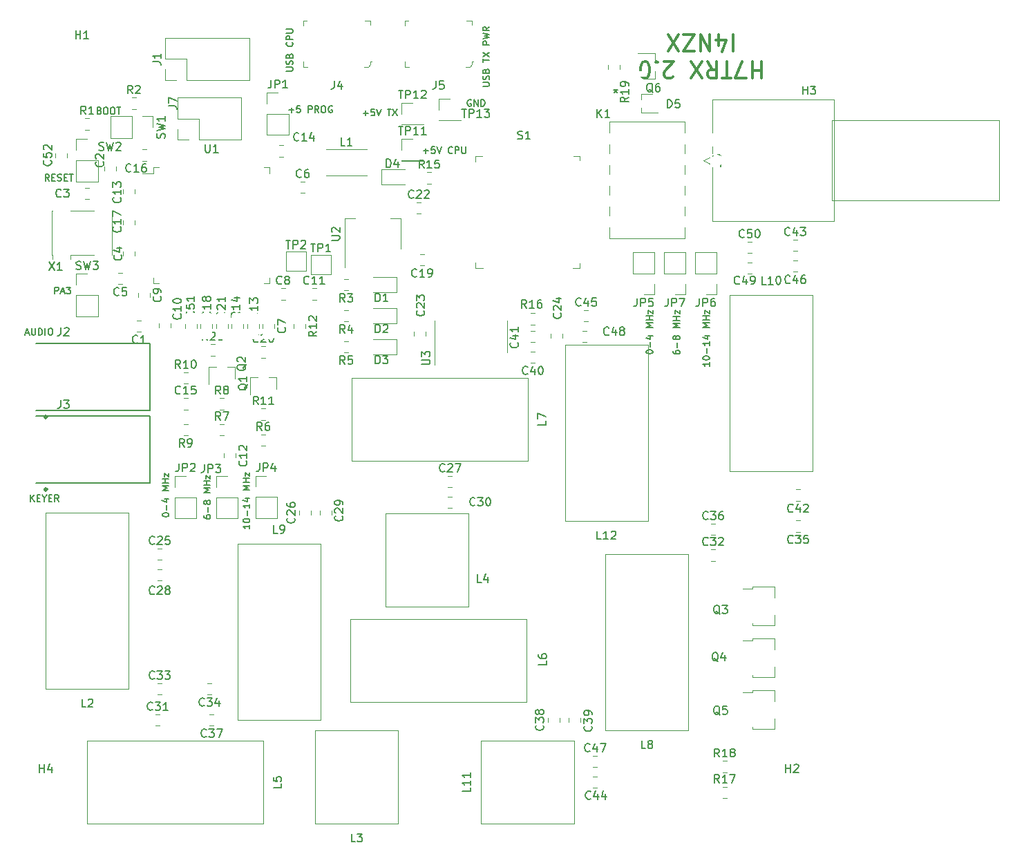
<source format=gbr>
G04 #@! TF.GenerationSoftware,KiCad,Pcbnew,(5.1.10)-1*
G04 #@! TF.CreationDate,2021-10-14T21:53:28+02:00*
G04 #@! TF.ProjectId,H7RTX-V2,48375254-582d-4563-922e-6b696361645f,rev?*
G04 #@! TF.SameCoordinates,Original*
G04 #@! TF.FileFunction,Legend,Top*
G04 #@! TF.FilePolarity,Positive*
%FSLAX46Y46*%
G04 Gerber Fmt 4.6, Leading zero omitted, Abs format (unit mm)*
G04 Created by KiCad (PCBNEW (5.1.10)-1) date 2021-10-14 21:53:28*
%MOMM*%
%LPD*%
G01*
G04 APERTURE LIST*
%ADD10C,0.300000*%
%ADD11C,0.152400*%
%ADD12C,0.100000*%
%ADD13C,0.120000*%
%ADD14C,0.127000*%
%ADD15C,0.150000*%
%ADD16C,2.000000*%
%ADD17R,2.800000X3.600000*%
%ADD18O,1.700000X1.700000*%
%ADD19R,1.700000X1.700000*%
%ADD20R,2.000000X2.000000*%
%ADD21C,1.498600*%
%ADD22R,1.800000X2.900000*%
%ADD23R,0.700000X0.450000*%
%ADD24R,2.300000X0.900000*%
%ADD25O,1.508000X3.016000*%
%ADD26C,1.397000*%
%ADD27C,2.540000*%
%ADD28R,0.800000X0.900000*%
%ADD29R,0.900000X0.800000*%
%ADD30R,1.800000X2.000000*%
%ADD31R,1.500000X2.000000*%
%ADD32R,3.800000X2.000000*%
%ADD33O,1.000000X1.550000*%
%ADD34O,1.250000X0.950000*%
%ADD35R,0.400000X1.350000*%
%ADD36C,0.800000*%
%ADD37C,6.400000*%
G04 APERTURE END LIST*
D10*
X232469692Y-52816618D02*
X232469692Y-54816618D01*
X232469692Y-53864237D02*
X231326835Y-53864237D01*
X231326835Y-52816618D02*
X231326835Y-54816618D01*
X230564930Y-54816618D02*
X229231597Y-54816618D01*
X230088740Y-52816618D01*
X228755406Y-54816618D02*
X227612549Y-54816618D01*
X228183978Y-52816618D02*
X228183978Y-54816618D01*
X225803025Y-52816618D02*
X226469692Y-53768999D01*
X226945882Y-52816618D02*
X226945882Y-54816618D01*
X226183978Y-54816618D01*
X225993501Y-54721380D01*
X225898263Y-54626141D01*
X225803025Y-54435665D01*
X225803025Y-54149951D01*
X225898263Y-53959475D01*
X225993501Y-53864237D01*
X226183978Y-53768999D01*
X226945882Y-53768999D01*
X225136359Y-54816618D02*
X223803025Y-52816618D01*
X223803025Y-54816618D02*
X225136359Y-52816618D01*
X221612549Y-54626141D02*
X221517311Y-54721380D01*
X221326835Y-54816618D01*
X220850644Y-54816618D01*
X220660168Y-54721380D01*
X220564930Y-54626141D01*
X220469692Y-54435665D01*
X220469692Y-54245189D01*
X220564930Y-53959475D01*
X221707787Y-52816618D01*
X220469692Y-52816618D01*
X219612549Y-53007094D02*
X219517311Y-52911856D01*
X219612549Y-52816618D01*
X219707787Y-52911856D01*
X219612549Y-53007094D01*
X219612549Y-52816618D01*
X218279216Y-54816618D02*
X218088740Y-54816618D01*
X217898263Y-54721380D01*
X217803025Y-54626141D01*
X217707787Y-54435665D01*
X217612549Y-54054713D01*
X217612549Y-53578522D01*
X217707787Y-53197570D01*
X217803025Y-53007094D01*
X217898263Y-52911856D01*
X218088740Y-52816618D01*
X218279216Y-52816618D01*
X218469692Y-52911856D01*
X218564930Y-53007094D01*
X218660168Y-53197570D01*
X218755406Y-53578522D01*
X218755406Y-54054713D01*
X218660168Y-54435665D01*
X218564930Y-54626141D01*
X218469692Y-54721380D01*
X218279216Y-54816618D01*
X228993501Y-49516618D02*
X228993501Y-51516618D01*
X227183978Y-50849951D02*
X227183978Y-49516618D01*
X227660168Y-51611856D02*
X228136359Y-50183284D01*
X226898263Y-50183284D01*
X226136359Y-49516618D02*
X226136359Y-51516618D01*
X224993501Y-49516618D01*
X224993501Y-51516618D01*
X224231597Y-51516618D02*
X222898263Y-51516618D01*
X224231597Y-49516618D01*
X222898263Y-49516618D01*
X222326835Y-51516618D02*
X220993501Y-49516618D01*
X220993501Y-51516618D02*
X222326835Y-49516618D01*
D11*
X174530523Y-58741057D02*
X175149800Y-58741057D01*
X174840161Y-59050695D02*
X174840161Y-58431419D01*
X175923895Y-58237895D02*
X175536847Y-58237895D01*
X175498142Y-58624942D01*
X175536847Y-58586238D01*
X175614257Y-58547533D01*
X175807780Y-58547533D01*
X175885190Y-58586238D01*
X175923895Y-58624942D01*
X175962600Y-58702352D01*
X175962600Y-58895876D01*
X175923895Y-58973285D01*
X175885190Y-59011990D01*
X175807780Y-59050695D01*
X175614257Y-59050695D01*
X175536847Y-59011990D01*
X175498142Y-58973285D01*
X176930219Y-59050695D02*
X176930219Y-58237895D01*
X177239857Y-58237895D01*
X177317266Y-58276600D01*
X177355971Y-58315304D01*
X177394676Y-58392714D01*
X177394676Y-58508828D01*
X177355971Y-58586238D01*
X177317266Y-58624942D01*
X177239857Y-58663647D01*
X176930219Y-58663647D01*
X178207476Y-59050695D02*
X177936542Y-58663647D01*
X177743019Y-59050695D02*
X177743019Y-58237895D01*
X178052657Y-58237895D01*
X178130066Y-58276600D01*
X178168771Y-58315304D01*
X178207476Y-58392714D01*
X178207476Y-58508828D01*
X178168771Y-58586238D01*
X178130066Y-58624942D01*
X178052657Y-58663647D01*
X177743019Y-58663647D01*
X178710638Y-58237895D02*
X178865457Y-58237895D01*
X178942866Y-58276600D01*
X179020276Y-58354009D01*
X179058980Y-58508828D01*
X179058980Y-58779761D01*
X179020276Y-58934580D01*
X178942866Y-59011990D01*
X178865457Y-59050695D01*
X178710638Y-59050695D01*
X178633228Y-59011990D01*
X178555819Y-58934580D01*
X178517114Y-58779761D01*
X178517114Y-58508828D01*
X178555819Y-58354009D01*
X178633228Y-58276600D01*
X178710638Y-58237895D01*
X179833076Y-58276600D02*
X179755666Y-58237895D01*
X179639552Y-58237895D01*
X179523438Y-58276600D01*
X179446028Y-58354009D01*
X179407323Y-58431419D01*
X179368619Y-58586238D01*
X179368619Y-58702352D01*
X179407323Y-58857171D01*
X179446028Y-58934580D01*
X179523438Y-59011990D01*
X179639552Y-59050695D01*
X179716961Y-59050695D01*
X179833076Y-59011990D01*
X179871780Y-58973285D01*
X179871780Y-58702352D01*
X179716961Y-58702352D01*
X145855133Y-81250295D02*
X145855133Y-80437495D01*
X146164771Y-80437495D01*
X146242180Y-80476200D01*
X146280885Y-80514904D01*
X146319590Y-80592314D01*
X146319590Y-80708428D01*
X146280885Y-80785838D01*
X146242180Y-80824542D01*
X146164771Y-80863247D01*
X145855133Y-80863247D01*
X146629228Y-81018066D02*
X147016276Y-81018066D01*
X146551819Y-81250295D02*
X146822752Y-80437495D01*
X147093685Y-81250295D01*
X147287209Y-80437495D02*
X147790371Y-80437495D01*
X147519438Y-80747133D01*
X147635552Y-80747133D01*
X147712961Y-80785838D01*
X147751666Y-80824542D01*
X147790371Y-80901952D01*
X147790371Y-81095476D01*
X147751666Y-81172885D01*
X147712961Y-81211590D01*
X147635552Y-81250295D01*
X147403323Y-81250295D01*
X147325914Y-81211590D01*
X147287209Y-81172885D01*
X145165704Y-67432695D02*
X144894771Y-67045647D01*
X144701247Y-67432695D02*
X144701247Y-66619895D01*
X145010885Y-66619895D01*
X145088295Y-66658600D01*
X145127000Y-66697304D01*
X145165704Y-66774714D01*
X145165704Y-66890828D01*
X145127000Y-66968238D01*
X145088295Y-67006942D01*
X145010885Y-67045647D01*
X144701247Y-67045647D01*
X145514047Y-67006942D02*
X145784980Y-67006942D01*
X145901095Y-67432695D02*
X145514047Y-67432695D01*
X145514047Y-66619895D01*
X145901095Y-66619895D01*
X146210733Y-67393990D02*
X146326847Y-67432695D01*
X146520371Y-67432695D01*
X146597780Y-67393990D01*
X146636485Y-67355285D01*
X146675190Y-67277876D01*
X146675190Y-67200466D01*
X146636485Y-67123057D01*
X146597780Y-67084352D01*
X146520371Y-67045647D01*
X146365552Y-67006942D01*
X146288142Y-66968238D01*
X146249438Y-66929533D01*
X146210733Y-66852123D01*
X146210733Y-66774714D01*
X146249438Y-66697304D01*
X146288142Y-66658600D01*
X146365552Y-66619895D01*
X146559076Y-66619895D01*
X146675190Y-66658600D01*
X147023533Y-67006942D02*
X147294466Y-67006942D01*
X147410580Y-67432695D02*
X147023533Y-67432695D01*
X147023533Y-66619895D01*
X147410580Y-66619895D01*
X147642809Y-66619895D02*
X148107266Y-66619895D01*
X147875038Y-67432695D02*
X147875038Y-66619895D01*
X151339114Y-58802742D02*
X151455228Y-58841447D01*
X151493933Y-58880152D01*
X151532638Y-58957561D01*
X151532638Y-59073676D01*
X151493933Y-59151085D01*
X151455228Y-59189790D01*
X151377819Y-59228495D01*
X151068180Y-59228495D01*
X151068180Y-58415695D01*
X151339114Y-58415695D01*
X151416523Y-58454400D01*
X151455228Y-58493104D01*
X151493933Y-58570514D01*
X151493933Y-58647923D01*
X151455228Y-58725333D01*
X151416523Y-58764038D01*
X151339114Y-58802742D01*
X151068180Y-58802742D01*
X152035800Y-58415695D02*
X152190619Y-58415695D01*
X152268028Y-58454400D01*
X152345438Y-58531809D01*
X152384142Y-58686628D01*
X152384142Y-58957561D01*
X152345438Y-59112380D01*
X152268028Y-59189790D01*
X152190619Y-59228495D01*
X152035800Y-59228495D01*
X151958390Y-59189790D01*
X151880980Y-59112380D01*
X151842276Y-58957561D01*
X151842276Y-58686628D01*
X151880980Y-58531809D01*
X151958390Y-58454400D01*
X152035800Y-58415695D01*
X152887304Y-58415695D02*
X153042123Y-58415695D01*
X153119533Y-58454400D01*
X153196942Y-58531809D01*
X153235647Y-58686628D01*
X153235647Y-58957561D01*
X153196942Y-59112380D01*
X153119533Y-59189790D01*
X153042123Y-59228495D01*
X152887304Y-59228495D01*
X152809895Y-59189790D01*
X152732485Y-59112380D01*
X152693780Y-58957561D01*
X152693780Y-58686628D01*
X152732485Y-58531809D01*
X152809895Y-58454400D01*
X152887304Y-58415695D01*
X153467876Y-58415695D02*
X153932333Y-58415695D01*
X153700104Y-59228495D02*
X153700104Y-58415695D01*
X142890590Y-106726495D02*
X142890590Y-105913695D01*
X143355047Y-106726495D02*
X143006704Y-106262038D01*
X143355047Y-105913695D02*
X142890590Y-106378152D01*
X143703390Y-106300742D02*
X143974323Y-106300742D01*
X144090438Y-106726495D02*
X143703390Y-106726495D01*
X143703390Y-105913695D01*
X144090438Y-105913695D01*
X144593600Y-106339447D02*
X144593600Y-106726495D01*
X144322666Y-105913695D02*
X144593600Y-106339447D01*
X144864533Y-105913695D01*
X145135466Y-106300742D02*
X145406400Y-106300742D01*
X145522514Y-106726495D02*
X145135466Y-106726495D01*
X145135466Y-105913695D01*
X145522514Y-105913695D01*
X146335314Y-106726495D02*
X146064380Y-106339447D01*
X145870857Y-106726495D02*
X145870857Y-105913695D01*
X146180495Y-105913695D01*
X146257904Y-105952400D01*
X146296609Y-105991104D01*
X146335314Y-106068514D01*
X146335314Y-106184628D01*
X146296609Y-106262038D01*
X146257904Y-106300742D01*
X146180495Y-106339447D01*
X145870857Y-106339447D01*
X142288247Y-86072666D02*
X142675295Y-86072666D01*
X142210838Y-86304895D02*
X142481771Y-85492095D01*
X142752704Y-86304895D01*
X143023638Y-85492095D02*
X143023638Y-86150076D01*
X143062342Y-86227485D01*
X143101047Y-86266190D01*
X143178457Y-86304895D01*
X143333276Y-86304895D01*
X143410685Y-86266190D01*
X143449390Y-86227485D01*
X143488095Y-86150076D01*
X143488095Y-85492095D01*
X143875142Y-86304895D02*
X143875142Y-85492095D01*
X144068666Y-85492095D01*
X144184780Y-85530800D01*
X144262190Y-85608209D01*
X144300895Y-85685619D01*
X144339600Y-85840438D01*
X144339600Y-85956552D01*
X144300895Y-86111371D01*
X144262190Y-86188780D01*
X144184780Y-86266190D01*
X144068666Y-86304895D01*
X143875142Y-86304895D01*
X144687942Y-86304895D02*
X144687942Y-85492095D01*
X145229809Y-85492095D02*
X145384628Y-85492095D01*
X145462038Y-85530800D01*
X145539447Y-85608209D01*
X145578152Y-85763028D01*
X145578152Y-86033961D01*
X145539447Y-86188780D01*
X145462038Y-86266190D01*
X145384628Y-86304895D01*
X145229809Y-86304895D01*
X145152400Y-86266190D01*
X145074990Y-86188780D01*
X145036285Y-86033961D01*
X145036285Y-85763028D01*
X145074990Y-85608209D01*
X145152400Y-85530800D01*
X145229809Y-85492095D01*
X198301295Y-55824895D02*
X198959276Y-55824895D01*
X199036685Y-55786190D01*
X199075390Y-55747485D01*
X199114095Y-55670076D01*
X199114095Y-55515257D01*
X199075390Y-55437847D01*
X199036685Y-55399142D01*
X198959276Y-55360438D01*
X198301295Y-55360438D01*
X199075390Y-55012095D02*
X199114095Y-54895980D01*
X199114095Y-54702457D01*
X199075390Y-54625047D01*
X199036685Y-54586342D01*
X198959276Y-54547638D01*
X198881866Y-54547638D01*
X198804457Y-54586342D01*
X198765752Y-54625047D01*
X198727047Y-54702457D01*
X198688342Y-54857276D01*
X198649638Y-54934685D01*
X198610933Y-54973390D01*
X198533523Y-55012095D01*
X198456114Y-55012095D01*
X198378704Y-54973390D01*
X198340000Y-54934685D01*
X198301295Y-54857276D01*
X198301295Y-54663752D01*
X198340000Y-54547638D01*
X198688342Y-53928361D02*
X198727047Y-53812247D01*
X198765752Y-53773542D01*
X198843161Y-53734838D01*
X198959276Y-53734838D01*
X199036685Y-53773542D01*
X199075390Y-53812247D01*
X199114095Y-53889657D01*
X199114095Y-54199295D01*
X198301295Y-54199295D01*
X198301295Y-53928361D01*
X198340000Y-53850952D01*
X198378704Y-53812247D01*
X198456114Y-53773542D01*
X198533523Y-53773542D01*
X198610933Y-53812247D01*
X198649638Y-53850952D01*
X198688342Y-53928361D01*
X198688342Y-54199295D01*
X198301295Y-52883333D02*
X198301295Y-52418876D01*
X199114095Y-52651104D02*
X198301295Y-52651104D01*
X198301295Y-52225352D02*
X199114095Y-51683485D01*
X198301295Y-51683485D02*
X199114095Y-52225352D01*
X199114095Y-50754571D02*
X198301295Y-50754571D01*
X198301295Y-50444933D01*
X198340000Y-50367523D01*
X198378704Y-50328819D01*
X198456114Y-50290114D01*
X198572228Y-50290114D01*
X198649638Y-50328819D01*
X198688342Y-50367523D01*
X198727047Y-50444933D01*
X198727047Y-50754571D01*
X198301295Y-50019180D02*
X199114095Y-49825657D01*
X198533523Y-49670838D01*
X199114095Y-49516019D01*
X198301295Y-49322495D01*
X199114095Y-48548400D02*
X198727047Y-48819333D01*
X199114095Y-49012857D02*
X198301295Y-49012857D01*
X198301295Y-48703219D01*
X198340000Y-48625809D01*
X198378704Y-48587104D01*
X198456114Y-48548400D01*
X198572228Y-48548400D01*
X198649638Y-48587104D01*
X198688342Y-48625809D01*
X198727047Y-48703219D01*
X198727047Y-49012857D01*
X174222095Y-53967066D02*
X174880076Y-53967066D01*
X174957485Y-53928361D01*
X174996190Y-53889657D01*
X175034895Y-53812247D01*
X175034895Y-53657428D01*
X174996190Y-53580019D01*
X174957485Y-53541314D01*
X174880076Y-53502609D01*
X174222095Y-53502609D01*
X174996190Y-53154266D02*
X175034895Y-53038152D01*
X175034895Y-52844628D01*
X174996190Y-52767219D01*
X174957485Y-52728514D01*
X174880076Y-52689809D01*
X174802666Y-52689809D01*
X174725257Y-52728514D01*
X174686552Y-52767219D01*
X174647847Y-52844628D01*
X174609142Y-52999447D01*
X174570438Y-53076857D01*
X174531733Y-53115561D01*
X174454323Y-53154266D01*
X174376914Y-53154266D01*
X174299504Y-53115561D01*
X174260800Y-53076857D01*
X174222095Y-52999447D01*
X174222095Y-52805923D01*
X174260800Y-52689809D01*
X174609142Y-52070533D02*
X174647847Y-51954419D01*
X174686552Y-51915714D01*
X174763961Y-51877009D01*
X174880076Y-51877009D01*
X174957485Y-51915714D01*
X174996190Y-51954419D01*
X175034895Y-52031828D01*
X175034895Y-52341466D01*
X174222095Y-52341466D01*
X174222095Y-52070533D01*
X174260800Y-51993123D01*
X174299504Y-51954419D01*
X174376914Y-51915714D01*
X174454323Y-51915714D01*
X174531733Y-51954419D01*
X174570438Y-51993123D01*
X174609142Y-52070533D01*
X174609142Y-52341466D01*
X174957485Y-50444933D02*
X174996190Y-50483638D01*
X175034895Y-50599752D01*
X175034895Y-50677161D01*
X174996190Y-50793276D01*
X174918780Y-50870685D01*
X174841371Y-50909390D01*
X174686552Y-50948095D01*
X174570438Y-50948095D01*
X174415619Y-50909390D01*
X174338209Y-50870685D01*
X174260800Y-50793276D01*
X174222095Y-50677161D01*
X174222095Y-50599752D01*
X174260800Y-50483638D01*
X174299504Y-50444933D01*
X175034895Y-50096590D02*
X174222095Y-50096590D01*
X174222095Y-49786952D01*
X174260800Y-49709542D01*
X174299504Y-49670838D01*
X174376914Y-49632133D01*
X174493028Y-49632133D01*
X174570438Y-49670838D01*
X174609142Y-49709542D01*
X174647847Y-49786952D01*
X174647847Y-50096590D01*
X174222095Y-49283790D02*
X174880076Y-49283790D01*
X174957485Y-49245085D01*
X174996190Y-49206380D01*
X175034895Y-49128971D01*
X175034895Y-48974152D01*
X174996190Y-48896742D01*
X174957485Y-48858038D01*
X174880076Y-48819333D01*
X174222095Y-48819333D01*
X226088895Y-89660114D02*
X226088895Y-90124571D01*
X226088895Y-89892342D02*
X225276095Y-89892342D01*
X225392209Y-89969752D01*
X225469619Y-90047161D01*
X225508323Y-90124571D01*
X225276095Y-89156952D02*
X225276095Y-89079542D01*
X225314800Y-89002133D01*
X225353504Y-88963428D01*
X225430914Y-88924723D01*
X225585733Y-88886019D01*
X225779257Y-88886019D01*
X225934076Y-88924723D01*
X226011485Y-88963428D01*
X226050190Y-89002133D01*
X226088895Y-89079542D01*
X226088895Y-89156952D01*
X226050190Y-89234361D01*
X226011485Y-89273066D01*
X225934076Y-89311771D01*
X225779257Y-89350476D01*
X225585733Y-89350476D01*
X225430914Y-89311771D01*
X225353504Y-89273066D01*
X225314800Y-89234361D01*
X225276095Y-89156952D01*
X225779257Y-88537676D02*
X225779257Y-87918400D01*
X226088895Y-87105600D02*
X226088895Y-87570057D01*
X226088895Y-87337828D02*
X225276095Y-87337828D01*
X225392209Y-87415238D01*
X225469619Y-87492647D01*
X225508323Y-87570057D01*
X225547028Y-86408914D02*
X226088895Y-86408914D01*
X225237390Y-86602438D02*
X225817961Y-86795961D01*
X225817961Y-86292800D01*
X226088895Y-85363885D02*
X225276095Y-85363885D01*
X225856666Y-85092952D01*
X225276095Y-84822019D01*
X226088895Y-84822019D01*
X226088895Y-84434971D02*
X225276095Y-84434971D01*
X225663142Y-84434971D02*
X225663142Y-83970514D01*
X226088895Y-83970514D02*
X225276095Y-83970514D01*
X225547028Y-83660876D02*
X225547028Y-83235123D01*
X226088895Y-83660876D01*
X226088895Y-83235123D01*
X221618495Y-88252228D02*
X221618495Y-88407047D01*
X221657200Y-88484457D01*
X221695904Y-88523161D01*
X221812019Y-88600571D01*
X221966838Y-88639276D01*
X222276476Y-88639276D01*
X222353885Y-88600571D01*
X222392590Y-88561866D01*
X222431295Y-88484457D01*
X222431295Y-88329638D01*
X222392590Y-88252228D01*
X222353885Y-88213523D01*
X222276476Y-88174819D01*
X222082952Y-88174819D01*
X222005542Y-88213523D01*
X221966838Y-88252228D01*
X221928133Y-88329638D01*
X221928133Y-88484457D01*
X221966838Y-88561866D01*
X222005542Y-88600571D01*
X222082952Y-88639276D01*
X222121657Y-87826476D02*
X222121657Y-87207200D01*
X221966838Y-86704038D02*
X221928133Y-86781447D01*
X221889428Y-86820152D01*
X221812019Y-86858857D01*
X221773314Y-86858857D01*
X221695904Y-86820152D01*
X221657200Y-86781447D01*
X221618495Y-86704038D01*
X221618495Y-86549219D01*
X221657200Y-86471809D01*
X221695904Y-86433104D01*
X221773314Y-86394400D01*
X221812019Y-86394400D01*
X221889428Y-86433104D01*
X221928133Y-86471809D01*
X221966838Y-86549219D01*
X221966838Y-86704038D01*
X222005542Y-86781447D01*
X222044247Y-86820152D01*
X222121657Y-86858857D01*
X222276476Y-86858857D01*
X222353885Y-86820152D01*
X222392590Y-86781447D01*
X222431295Y-86704038D01*
X222431295Y-86549219D01*
X222392590Y-86471809D01*
X222353885Y-86433104D01*
X222276476Y-86394400D01*
X222121657Y-86394400D01*
X222044247Y-86433104D01*
X222005542Y-86471809D01*
X221966838Y-86549219D01*
X222431295Y-85426780D02*
X221618495Y-85426780D01*
X222199066Y-85155847D01*
X221618495Y-84884914D01*
X222431295Y-84884914D01*
X222431295Y-84497866D02*
X221618495Y-84497866D01*
X222005542Y-84497866D02*
X222005542Y-84033409D01*
X222431295Y-84033409D02*
X221618495Y-84033409D01*
X221889428Y-83723771D02*
X221889428Y-83298019D01*
X222431295Y-83723771D01*
X222431295Y-83298019D01*
X218316495Y-88394952D02*
X218316495Y-88317542D01*
X218355200Y-88240133D01*
X218393904Y-88201428D01*
X218471314Y-88162723D01*
X218626133Y-88124019D01*
X218819657Y-88124019D01*
X218974476Y-88162723D01*
X219051885Y-88201428D01*
X219090590Y-88240133D01*
X219129295Y-88317542D01*
X219129295Y-88394952D01*
X219090590Y-88472361D01*
X219051885Y-88511066D01*
X218974476Y-88549771D01*
X218819657Y-88588476D01*
X218626133Y-88588476D01*
X218471314Y-88549771D01*
X218393904Y-88511066D01*
X218355200Y-88472361D01*
X218316495Y-88394952D01*
X218819657Y-87775676D02*
X218819657Y-87156400D01*
X218587428Y-86421009D02*
X219129295Y-86421009D01*
X218277790Y-86614533D02*
X218858361Y-86808057D01*
X218858361Y-86304895D01*
X219129295Y-85375980D02*
X218316495Y-85375980D01*
X218897066Y-85105047D01*
X218316495Y-84834114D01*
X219129295Y-84834114D01*
X219129295Y-84447066D02*
X218316495Y-84447066D01*
X218703542Y-84447066D02*
X218703542Y-83982609D01*
X219129295Y-83982609D02*
X218316495Y-83982609D01*
X218587428Y-83672971D02*
X218587428Y-83247219D01*
X219129295Y-83672971D01*
X219129295Y-83247219D01*
X169751695Y-109573714D02*
X169751695Y-110038171D01*
X169751695Y-109805942D02*
X168938895Y-109805942D01*
X169055009Y-109883352D01*
X169132419Y-109960761D01*
X169171123Y-110038171D01*
X168938895Y-109070552D02*
X168938895Y-108993142D01*
X168977600Y-108915733D01*
X169016304Y-108877028D01*
X169093714Y-108838323D01*
X169248533Y-108799619D01*
X169442057Y-108799619D01*
X169596876Y-108838323D01*
X169674285Y-108877028D01*
X169712990Y-108915733D01*
X169751695Y-108993142D01*
X169751695Y-109070552D01*
X169712990Y-109147961D01*
X169674285Y-109186666D01*
X169596876Y-109225371D01*
X169442057Y-109264076D01*
X169248533Y-109264076D01*
X169093714Y-109225371D01*
X169016304Y-109186666D01*
X168977600Y-109147961D01*
X168938895Y-109070552D01*
X169442057Y-108451276D02*
X169442057Y-107832000D01*
X169751695Y-107019200D02*
X169751695Y-107483657D01*
X169751695Y-107251428D02*
X168938895Y-107251428D01*
X169055009Y-107328838D01*
X169132419Y-107406247D01*
X169171123Y-107483657D01*
X169209828Y-106322514D02*
X169751695Y-106322514D01*
X168900190Y-106516038D02*
X169480761Y-106709561D01*
X169480761Y-106206400D01*
X169751695Y-105277485D02*
X168938895Y-105277485D01*
X169519466Y-105006552D01*
X168938895Y-104735619D01*
X169751695Y-104735619D01*
X169751695Y-104348571D02*
X168938895Y-104348571D01*
X169325942Y-104348571D02*
X169325942Y-103884114D01*
X169751695Y-103884114D02*
X168938895Y-103884114D01*
X169209828Y-103574476D02*
X169209828Y-103148723D01*
X169751695Y-103574476D01*
X169751695Y-103148723D01*
X164112895Y-108419828D02*
X164112895Y-108574647D01*
X164151600Y-108652057D01*
X164190304Y-108690761D01*
X164306419Y-108768171D01*
X164461238Y-108806876D01*
X164770876Y-108806876D01*
X164848285Y-108768171D01*
X164886990Y-108729466D01*
X164925695Y-108652057D01*
X164925695Y-108497238D01*
X164886990Y-108419828D01*
X164848285Y-108381123D01*
X164770876Y-108342419D01*
X164577352Y-108342419D01*
X164499942Y-108381123D01*
X164461238Y-108419828D01*
X164422533Y-108497238D01*
X164422533Y-108652057D01*
X164461238Y-108729466D01*
X164499942Y-108768171D01*
X164577352Y-108806876D01*
X164616057Y-107994076D02*
X164616057Y-107374800D01*
X164461238Y-106871638D02*
X164422533Y-106949047D01*
X164383828Y-106987752D01*
X164306419Y-107026457D01*
X164267714Y-107026457D01*
X164190304Y-106987752D01*
X164151600Y-106949047D01*
X164112895Y-106871638D01*
X164112895Y-106716819D01*
X164151600Y-106639409D01*
X164190304Y-106600704D01*
X164267714Y-106562000D01*
X164306419Y-106562000D01*
X164383828Y-106600704D01*
X164422533Y-106639409D01*
X164461238Y-106716819D01*
X164461238Y-106871638D01*
X164499942Y-106949047D01*
X164538647Y-106987752D01*
X164616057Y-107026457D01*
X164770876Y-107026457D01*
X164848285Y-106987752D01*
X164886990Y-106949047D01*
X164925695Y-106871638D01*
X164925695Y-106716819D01*
X164886990Y-106639409D01*
X164848285Y-106600704D01*
X164770876Y-106562000D01*
X164616057Y-106562000D01*
X164538647Y-106600704D01*
X164499942Y-106639409D01*
X164461238Y-106716819D01*
X164925695Y-105594380D02*
X164112895Y-105594380D01*
X164693466Y-105323447D01*
X164112895Y-105052514D01*
X164925695Y-105052514D01*
X164925695Y-104665466D02*
X164112895Y-104665466D01*
X164499942Y-104665466D02*
X164499942Y-104201009D01*
X164925695Y-104201009D02*
X164112895Y-104201009D01*
X164383828Y-103891371D02*
X164383828Y-103465619D01*
X164925695Y-103891371D01*
X164925695Y-103465619D01*
X159032895Y-108359352D02*
X159032895Y-108281942D01*
X159071600Y-108204533D01*
X159110304Y-108165828D01*
X159187714Y-108127123D01*
X159342533Y-108088419D01*
X159536057Y-108088419D01*
X159690876Y-108127123D01*
X159768285Y-108165828D01*
X159806990Y-108204533D01*
X159845695Y-108281942D01*
X159845695Y-108359352D01*
X159806990Y-108436761D01*
X159768285Y-108475466D01*
X159690876Y-108514171D01*
X159536057Y-108552876D01*
X159342533Y-108552876D01*
X159187714Y-108514171D01*
X159110304Y-108475466D01*
X159071600Y-108436761D01*
X159032895Y-108359352D01*
X159536057Y-107740076D02*
X159536057Y-107120800D01*
X159303828Y-106385409D02*
X159845695Y-106385409D01*
X158994190Y-106578933D02*
X159574761Y-106772457D01*
X159574761Y-106269295D01*
X159845695Y-105340380D02*
X159032895Y-105340380D01*
X159613466Y-105069447D01*
X159032895Y-104798514D01*
X159845695Y-104798514D01*
X159845695Y-104411466D02*
X159032895Y-104411466D01*
X159419942Y-104411466D02*
X159419942Y-103947009D01*
X159845695Y-103947009D02*
X159032895Y-103947009D01*
X159303828Y-103637371D02*
X159303828Y-103211619D01*
X159845695Y-103637371D01*
X159845695Y-103211619D01*
X183639447Y-59122057D02*
X184258723Y-59122057D01*
X183949085Y-59431695D02*
X183949085Y-58812419D01*
X185032819Y-58618895D02*
X184645771Y-58618895D01*
X184607066Y-59005942D01*
X184645771Y-58967238D01*
X184723180Y-58928533D01*
X184916704Y-58928533D01*
X184994114Y-58967238D01*
X185032819Y-59005942D01*
X185071523Y-59083352D01*
X185071523Y-59276876D01*
X185032819Y-59354285D01*
X184994114Y-59392990D01*
X184916704Y-59431695D01*
X184723180Y-59431695D01*
X184645771Y-59392990D01*
X184607066Y-59354285D01*
X185303752Y-58618895D02*
X185574685Y-59431695D01*
X185845619Y-58618895D01*
X186619714Y-58618895D02*
X187084171Y-58618895D01*
X186851942Y-59431695D02*
X186851942Y-58618895D01*
X187277695Y-58618895D02*
X187819561Y-59431695D01*
X187819561Y-58618895D02*
X187277695Y-59431695D01*
X196857123Y-57489200D02*
X196779714Y-57450495D01*
X196663600Y-57450495D01*
X196547485Y-57489200D01*
X196470076Y-57566609D01*
X196431371Y-57644019D01*
X196392666Y-57798838D01*
X196392666Y-57914952D01*
X196431371Y-58069771D01*
X196470076Y-58147180D01*
X196547485Y-58224590D01*
X196663600Y-58263295D01*
X196741009Y-58263295D01*
X196857123Y-58224590D01*
X196895828Y-58185885D01*
X196895828Y-57914952D01*
X196741009Y-57914952D01*
X197244171Y-58263295D02*
X197244171Y-57450495D01*
X197708628Y-58263295D01*
X197708628Y-57450495D01*
X198095676Y-58263295D02*
X198095676Y-57450495D01*
X198289200Y-57450495D01*
X198405314Y-57489200D01*
X198482723Y-57566609D01*
X198521428Y-57644019D01*
X198560133Y-57798838D01*
X198560133Y-57914952D01*
X198521428Y-58069771D01*
X198482723Y-58147180D01*
X198405314Y-58224590D01*
X198289200Y-58263295D01*
X198095676Y-58263295D01*
X191022380Y-63744857D02*
X191641657Y-63744857D01*
X191332019Y-64054495D02*
X191332019Y-63435219D01*
X192415752Y-63241695D02*
X192028704Y-63241695D01*
X191990000Y-63628742D01*
X192028704Y-63590038D01*
X192106114Y-63551333D01*
X192299638Y-63551333D01*
X192377047Y-63590038D01*
X192415752Y-63628742D01*
X192454457Y-63706152D01*
X192454457Y-63899676D01*
X192415752Y-63977085D01*
X192377047Y-64015790D01*
X192299638Y-64054495D01*
X192106114Y-64054495D01*
X192028704Y-64015790D01*
X191990000Y-63977085D01*
X192686685Y-63241695D02*
X192957619Y-64054495D01*
X193228552Y-63241695D01*
X194583219Y-63977085D02*
X194544514Y-64015790D01*
X194428400Y-64054495D01*
X194350990Y-64054495D01*
X194234876Y-64015790D01*
X194157466Y-63938380D01*
X194118761Y-63860971D01*
X194080057Y-63706152D01*
X194080057Y-63590038D01*
X194118761Y-63435219D01*
X194157466Y-63357809D01*
X194234876Y-63280400D01*
X194350990Y-63241695D01*
X194428400Y-63241695D01*
X194544514Y-63280400D01*
X194583219Y-63319104D01*
X194931561Y-64054495D02*
X194931561Y-63241695D01*
X195241200Y-63241695D01*
X195318609Y-63280400D01*
X195357314Y-63319104D01*
X195396019Y-63396514D01*
X195396019Y-63512628D01*
X195357314Y-63590038D01*
X195318609Y-63628742D01*
X195241200Y-63667447D01*
X194931561Y-63667447D01*
X195744361Y-63241695D02*
X195744361Y-63899676D01*
X195783066Y-63977085D01*
X195821771Y-64015790D01*
X195899180Y-64054495D01*
X196054000Y-64054495D01*
X196131409Y-64015790D01*
X196170114Y-63977085D01*
X196208819Y-63899676D01*
X196208819Y-63241695D01*
D12*
X198361000Y-78081000D02*
X197411000Y-78081000D01*
X197411000Y-78081000D02*
X197411000Y-77406000D01*
X198261000Y-64431000D02*
X197411000Y-64431000D01*
X197411000Y-64431000D02*
X197411000Y-65106000D01*
X210161000Y-77506000D02*
X210161000Y-78081000D01*
X210161000Y-78081000D02*
X209361000Y-78081000D01*
X209461000Y-64431000D02*
X210161000Y-64431000D01*
X210161000Y-64431000D02*
X210161000Y-64931000D01*
D13*
X157887000Y-59512000D02*
X157887000Y-60842000D01*
X156557000Y-59512000D02*
X157887000Y-59512000D01*
X155287000Y-59512000D02*
X155287000Y-62172000D01*
X155287000Y-62172000D02*
X152687000Y-62172000D01*
X155287000Y-59512000D02*
X152687000Y-59512000D01*
X152687000Y-59512000D02*
X152687000Y-62172000D01*
X157956000Y-66486000D02*
X156591000Y-66486000D01*
X157956000Y-65786000D02*
X157956000Y-66486000D01*
X158656000Y-65786000D02*
X157956000Y-65786000D01*
X172176000Y-65786000D02*
X172176000Y-66486000D01*
X171476000Y-65786000D02*
X172176000Y-65786000D01*
X157956000Y-80006000D02*
X157956000Y-79306000D01*
X158656000Y-80006000D02*
X157956000Y-80006000D01*
X172176000Y-80006000D02*
X172176000Y-79306000D01*
X171476000Y-80006000D02*
X172176000Y-80006000D01*
X159392600Y-55085400D02*
X159392600Y-53755400D01*
X160722600Y-55085400D02*
X159392600Y-55085400D01*
X159392600Y-52485400D02*
X159392600Y-49885400D01*
X161992600Y-52485400D02*
X159392600Y-52485400D01*
X161992600Y-55085400D02*
X161992600Y-52485400D01*
X159392600Y-49885400D02*
X169672600Y-49885400D01*
X161992600Y-55085400D02*
X169672600Y-55085400D01*
X169672600Y-55085400D02*
X169672600Y-49885400D01*
X174229200Y-78450400D02*
X174229200Y-76050400D01*
X176629200Y-78450400D02*
X174229200Y-78450400D01*
X176629200Y-76050400D02*
X176629200Y-78450400D01*
X174229200Y-76050400D02*
X176629200Y-76050400D01*
X177277200Y-78856800D02*
X177277200Y-76456800D01*
X179677200Y-78856800D02*
X177277200Y-78856800D01*
X179677200Y-76456800D02*
X179677200Y-78856800D01*
X177277200Y-76456800D02*
X179677200Y-76456800D01*
X160942000Y-62375200D02*
X160942000Y-61045200D01*
X162272000Y-62375200D02*
X160942000Y-62375200D01*
X160942000Y-59775200D02*
X160942000Y-57175200D01*
X163542000Y-59775200D02*
X160942000Y-59775200D01*
X163542000Y-62375200D02*
X163542000Y-59775200D01*
X160942000Y-57175200D02*
X168682000Y-57175200D01*
X163542000Y-62375200D02*
X168682000Y-62375200D01*
X168682000Y-62375200D02*
X168682000Y-57175200D01*
X166591200Y-100823348D02*
X166591200Y-101345852D01*
X168011200Y-100823348D02*
X168011200Y-101345852D01*
X213783200Y-74431000D02*
X223028800Y-74431000D01*
X223028800Y-74431000D02*
X223028800Y-73113260D01*
X223028800Y-60181600D02*
X213783200Y-60181600D01*
X213783200Y-60181600D02*
X213783200Y-61524740D01*
X213783200Y-62953260D02*
X213783200Y-64064740D01*
X213783200Y-65493260D02*
X213783200Y-66604740D01*
X213783200Y-68033260D02*
X213783200Y-69144740D01*
X213783200Y-70573260D02*
X213783200Y-71684740D01*
X213783200Y-73113260D02*
X213783200Y-74431000D01*
X223028800Y-71684740D02*
X223028800Y-70573260D01*
X223028800Y-69144740D02*
X223028800Y-68033260D01*
X223028800Y-66604740D02*
X223028800Y-65493260D01*
X223028800Y-64064740D02*
X223028800Y-62953260D01*
X223028800Y-61524740D02*
X223028800Y-60181600D01*
X192381000Y-86496000D02*
X192381000Y-89946000D01*
X192381000Y-86496000D02*
X192381000Y-84546000D01*
X201251000Y-86496000D02*
X201251000Y-88446000D01*
X201251000Y-86496000D02*
X201251000Y-84546000D01*
X204697252Y-83627000D02*
X204174748Y-83627000D01*
X204697252Y-85047000D02*
X204174748Y-85047000D01*
X191474748Y-67775000D02*
X191997252Y-67775000D01*
X191474748Y-66355000D02*
X191997252Y-66355000D01*
X179076000Y-66760000D02*
X184076000Y-66760000D01*
X179076000Y-63560000D02*
X184076000Y-63560000D01*
X219086000Y-56761000D02*
X217676000Y-56761000D01*
X217676000Y-59081000D02*
X219706000Y-59081000D01*
X217676000Y-59081000D02*
X217676000Y-58421000D01*
X217676000Y-57421000D02*
X217676000Y-56761000D01*
X231316000Y-134576000D02*
X231316000Y-134346000D01*
X231316000Y-129856000D02*
X231316000Y-130086000D01*
X231316000Y-129856000D02*
X234036000Y-129856000D01*
X234036000Y-129856000D02*
X234036000Y-131166000D01*
X230176000Y-130086000D02*
X231316000Y-130086000D01*
X234036000Y-134576000D02*
X231316000Y-134576000D01*
X234036000Y-133266000D02*
X234036000Y-134576000D01*
X231316000Y-128226000D02*
X231316000Y-127996000D01*
X231316000Y-123506000D02*
X231316000Y-123736000D01*
X231316000Y-123506000D02*
X234036000Y-123506000D01*
X234036000Y-123506000D02*
X234036000Y-124816000D01*
X230176000Y-123736000D02*
X231316000Y-123736000D01*
X234036000Y-128226000D02*
X231316000Y-128226000D01*
X234036000Y-126916000D02*
X234036000Y-128226000D01*
X231316000Y-121876000D02*
X231316000Y-121646000D01*
X231316000Y-117156000D02*
X231316000Y-117386000D01*
X231316000Y-117156000D02*
X234036000Y-117156000D01*
X234036000Y-117156000D02*
X234036000Y-118466000D01*
X230176000Y-117386000D02*
X231316000Y-117386000D01*
X234036000Y-121876000D02*
X231316000Y-121876000D01*
X234036000Y-120566000D02*
X234036000Y-121876000D01*
X147361000Y-64532252D02*
X147361000Y-64009748D01*
X145941000Y-64532252D02*
X145941000Y-64009748D01*
X192946000Y-57353000D02*
X194276000Y-57353000D01*
X192946000Y-58683000D02*
X192946000Y-57353000D01*
X192946000Y-59953000D02*
X195606000Y-59953000D01*
X195606000Y-59953000D02*
X195606000Y-60013000D01*
X192946000Y-59953000D02*
X192946000Y-60013000D01*
X192946000Y-60013000D02*
X195606000Y-60013000D01*
X188374000Y-57861000D02*
X189704000Y-57861000D01*
X188374000Y-59191000D02*
X188374000Y-57861000D01*
X188374000Y-60461000D02*
X191034000Y-60461000D01*
X191034000Y-60461000D02*
X191034000Y-60521000D01*
X188374000Y-60461000D02*
X188374000Y-60521000D01*
X188374000Y-60521000D02*
X191034000Y-60521000D01*
X188374000Y-62306000D02*
X189704000Y-62306000D01*
X188374000Y-63636000D02*
X188374000Y-62306000D01*
X188374000Y-64906000D02*
X191034000Y-64906000D01*
X191034000Y-64906000D02*
X191034000Y-64966000D01*
X188374000Y-64906000D02*
X188374000Y-64966000D01*
X188374000Y-64966000D02*
X191034000Y-64966000D01*
X164931748Y-88857000D02*
X165454252Y-88857000D01*
X164931748Y-87437000D02*
X165454252Y-87437000D01*
X161816000Y-84964748D02*
X161816000Y-85487252D01*
X163236000Y-84964748D02*
X163236000Y-85487252D01*
X208373000Y-98942000D02*
X208373000Y-109102000D01*
X218533000Y-98942000D02*
X218533000Y-109102000D01*
X210913000Y-109102000D02*
X218533000Y-109102000D01*
X218533000Y-109102000D02*
X210913000Y-109102000D01*
X210913000Y-109102000D02*
X208373000Y-109102000D01*
X208373000Y-98942000D02*
X208373000Y-87512000D01*
X208373000Y-87512000D02*
X218533000Y-87512000D01*
X218533000Y-87512000D02*
X218533000Y-98942000D01*
X198086000Y-138566000D02*
X198086000Y-146186000D01*
X198086000Y-146186000D02*
X198086000Y-138566000D01*
X198086000Y-138566000D02*
X198086000Y-136026000D01*
X198086000Y-136026000D02*
X209516000Y-136026000D01*
X209516000Y-136026000D02*
X209516000Y-146186000D01*
X209516000Y-146186000D02*
X198086000Y-146186000D01*
X238726000Y-91576000D02*
X238726000Y-81416000D01*
X228566000Y-91576000D02*
X228566000Y-81416000D01*
X236186000Y-81416000D02*
X228566000Y-81416000D01*
X228566000Y-81416000D02*
X236186000Y-81416000D01*
X236186000Y-81416000D02*
X238726000Y-81416000D01*
X238726000Y-91576000D02*
X238726000Y-103006000D01*
X238726000Y-103006000D02*
X228566000Y-103006000D01*
X228566000Y-103006000D02*
X228566000Y-91576000D01*
X178401000Y-122056000D02*
X178401000Y-111896000D01*
X168241000Y-122056000D02*
X168241000Y-111896000D01*
X175861000Y-111896000D02*
X168241000Y-111896000D01*
X168241000Y-111896000D02*
X175861000Y-111896000D01*
X175861000Y-111896000D02*
X178401000Y-111896000D01*
X178401000Y-122056000D02*
X178401000Y-133486000D01*
X178401000Y-133486000D02*
X168241000Y-133486000D01*
X168241000Y-133486000D02*
X168241000Y-122056000D01*
X213326000Y-124596000D02*
X213326000Y-134756000D01*
X223486000Y-124596000D02*
X223486000Y-134756000D01*
X215866000Y-134756000D02*
X223486000Y-134756000D01*
X223486000Y-134756000D02*
X215866000Y-134756000D01*
X215866000Y-134756000D02*
X213326000Y-134756000D01*
X213326000Y-124596000D02*
X213326000Y-113166000D01*
X213326000Y-113166000D02*
X223486000Y-113166000D01*
X223486000Y-113166000D02*
X223486000Y-124596000D01*
X193641000Y-101736000D02*
X203801000Y-101736000D01*
X193641000Y-91576000D02*
X203801000Y-91576000D01*
X203801000Y-99196000D02*
X203801000Y-91576000D01*
X203801000Y-91576000D02*
X203801000Y-99196000D01*
X203801000Y-99196000D02*
X203801000Y-101736000D01*
X193641000Y-101736000D02*
X182211000Y-101736000D01*
X182211000Y-101736000D02*
X182211000Y-91576000D01*
X182211000Y-91576000D02*
X193641000Y-91576000D01*
X193463200Y-131301600D02*
X203623200Y-131301600D01*
X193463200Y-121141600D02*
X203623200Y-121141600D01*
X203623200Y-128761600D02*
X203623200Y-121141600D01*
X203623200Y-121141600D02*
X203623200Y-128761600D01*
X203623200Y-128761600D02*
X203623200Y-131301600D01*
X193463200Y-131301600D02*
X182033200Y-131301600D01*
X182033200Y-131301600D02*
X182033200Y-121141600D01*
X182033200Y-121141600D02*
X193463200Y-121141600D01*
X161256000Y-146186000D02*
X171416000Y-146186000D01*
X161256000Y-136026000D02*
X171416000Y-136026000D01*
X171416000Y-143646000D02*
X171416000Y-136026000D01*
X171416000Y-136026000D02*
X171416000Y-143646000D01*
X171416000Y-143646000D02*
X171416000Y-146186000D01*
X161256000Y-146186000D02*
X149826000Y-146186000D01*
X149826000Y-146186000D02*
X149826000Y-136026000D01*
X149826000Y-136026000D02*
X161256000Y-136026000D01*
X188891200Y-119617600D02*
X196511200Y-119617600D01*
X196511200Y-119617600D02*
X188891200Y-119617600D01*
X188891200Y-119617600D02*
X186351200Y-119617600D01*
X186351200Y-119617600D02*
X186351200Y-108187600D01*
X186351200Y-108187600D02*
X196511200Y-108187600D01*
X196511200Y-108187600D02*
X196511200Y-119617600D01*
X180306000Y-146186000D02*
X187926000Y-146186000D01*
X187926000Y-146186000D02*
X180306000Y-146186000D01*
X180306000Y-146186000D02*
X177766000Y-146186000D01*
X177766000Y-146186000D02*
X177766000Y-134756000D01*
X177766000Y-134756000D02*
X187926000Y-134756000D01*
X187926000Y-134756000D02*
X187926000Y-146186000D01*
X144746000Y-119516000D02*
X144746000Y-129676000D01*
X154906000Y-119516000D02*
X154906000Y-129676000D01*
X147286000Y-129676000D02*
X154906000Y-129676000D01*
X154906000Y-129676000D02*
X147286000Y-129676000D01*
X147286000Y-129676000D02*
X144746000Y-129676000D01*
X144746000Y-119516000D02*
X144746000Y-108086000D01*
X144746000Y-108086000D02*
X154906000Y-108086000D01*
X154906000Y-108086000D02*
X154906000Y-119516000D01*
X213632000Y-53214748D02*
X213632000Y-53737252D01*
X215052000Y-53214748D02*
X215052000Y-53737252D01*
X227669748Y-143086000D02*
X228192252Y-143086000D01*
X227669748Y-141666000D02*
X228192252Y-141666000D01*
X167531000Y-84964748D02*
X167531000Y-85487252D01*
X168951000Y-84964748D02*
X168951000Y-85487252D01*
X170856000Y-85487252D02*
X170856000Y-84964748D01*
X169436000Y-85487252D02*
X169436000Y-84964748D01*
X175151000Y-84964748D02*
X175151000Y-85487252D01*
X176571000Y-84964748D02*
X176571000Y-85487252D01*
X171154748Y-96731000D02*
X171677252Y-96731000D01*
X171154748Y-95311000D02*
X171677252Y-95311000D01*
X161629748Y-92286000D02*
X162152252Y-92286000D01*
X161629748Y-90866000D02*
X162152252Y-90866000D01*
X162152252Y-97216000D02*
X161629748Y-97216000D01*
X162152252Y-98636000D02*
X161629748Y-98636000D01*
X166074748Y-95461000D02*
X166597252Y-95461000D01*
X166074748Y-94041000D02*
X166597252Y-94041000D01*
X166074748Y-98636000D02*
X166597252Y-98636000D01*
X166074748Y-97216000D02*
X166597252Y-97216000D01*
X171154748Y-99906000D02*
X171677252Y-99906000D01*
X171154748Y-98486000D02*
X171677252Y-98486000D01*
X223165000Y-81349000D02*
X221835000Y-81349000D01*
X223165000Y-80019000D02*
X223165000Y-81349000D01*
X223165000Y-78749000D02*
X220505000Y-78749000D01*
X220505000Y-78749000D02*
X220505000Y-76149000D01*
X223165000Y-78749000D02*
X223165000Y-76149000D01*
X223165000Y-76149000D02*
X220505000Y-76149000D01*
X226975000Y-81349000D02*
X225645000Y-81349000D01*
X226975000Y-80019000D02*
X226975000Y-81349000D01*
X226975000Y-78749000D02*
X224315000Y-78749000D01*
X224315000Y-78749000D02*
X224315000Y-76149000D01*
X226975000Y-78749000D02*
X226975000Y-76149000D01*
X226975000Y-76149000D02*
X224315000Y-76149000D01*
X219355000Y-81349000D02*
X218025000Y-81349000D01*
X219355000Y-80019000D02*
X219355000Y-81349000D01*
X219355000Y-78749000D02*
X216695000Y-78749000D01*
X216695000Y-78749000D02*
X216695000Y-76149000D01*
X219355000Y-78749000D02*
X219355000Y-76149000D01*
X219355000Y-76149000D02*
X216695000Y-76149000D01*
X170441600Y-103555600D02*
X171771600Y-103555600D01*
X170441600Y-104885600D02*
X170441600Y-103555600D01*
X170441600Y-106155600D02*
X173101600Y-106155600D01*
X173101600Y-106155600D02*
X173101600Y-108755600D01*
X170441600Y-106155600D02*
X170441600Y-108755600D01*
X170441600Y-108755600D02*
X173101600Y-108755600D01*
X165641000Y-103581000D02*
X166971000Y-103581000D01*
X165641000Y-104911000D02*
X165641000Y-103581000D01*
X165641000Y-106181000D02*
X168301000Y-106181000D01*
X168301000Y-106181000D02*
X168301000Y-108781000D01*
X165641000Y-106181000D02*
X165641000Y-108781000D01*
X165641000Y-108781000D02*
X168301000Y-108781000D01*
X160561000Y-103581000D02*
X161891000Y-103581000D01*
X160561000Y-104911000D02*
X160561000Y-103581000D01*
X160561000Y-106181000D02*
X163221000Y-106181000D01*
X163221000Y-106181000D02*
X163221000Y-108781000D01*
X160561000Y-106181000D02*
X160561000Y-108781000D01*
X160561000Y-108781000D02*
X163221000Y-108781000D01*
X171864000Y-56591000D02*
X173194000Y-56591000D01*
X171864000Y-57921000D02*
X171864000Y-56591000D01*
X171864000Y-59191000D02*
X174524000Y-59191000D01*
X174524000Y-59191000D02*
X174524000Y-61791000D01*
X171864000Y-59191000D02*
X171864000Y-61791000D01*
X171864000Y-61791000D02*
X174524000Y-61791000D01*
D10*
X144896000Y-105216000D02*
G75*
G03*
X144896000Y-105216000I-150000J0D01*
G01*
D14*
X157546000Y-104466000D02*
X143546000Y-104466000D01*
X157546000Y-96266000D02*
X157546000Y-104466000D01*
X143546000Y-96266000D02*
X157546000Y-96266000D01*
D10*
X144896000Y-96326000D02*
G75*
G03*
X144896000Y-96326000I-150000J0D01*
G01*
D14*
X157546000Y-95576000D02*
X143546000Y-95576000D01*
X157546000Y-87376000D02*
X157546000Y-95576000D01*
X143546000Y-87376000D02*
X157546000Y-87376000D01*
D13*
X226085455Y-65291327D02*
X225314800Y-64906000D01*
X226085455Y-64520673D02*
X225314800Y-64906000D01*
X241062800Y-59978400D02*
X241062800Y-69833600D01*
X241062800Y-69833600D02*
X261611400Y-69833600D01*
X261611400Y-69833600D02*
X261611400Y-59978400D01*
X261611400Y-59978400D02*
X241062800Y-59978400D01*
X226457800Y-57425700D02*
X226457800Y-61516196D01*
X226457800Y-72386300D02*
X241316800Y-72386300D01*
X241316800Y-72386300D02*
X241316800Y-57425700D01*
X241316800Y-57425700D02*
X226457800Y-57425700D01*
X226457800Y-65755804D02*
X226457800Y-72386300D01*
X226457800Y-63215804D02*
X226457800Y-64056196D01*
X167916000Y-90181000D02*
X167916000Y-91641000D01*
X164756000Y-90181000D02*
X164756000Y-92341000D01*
X164756000Y-90181000D02*
X165686000Y-90181000D01*
X167916000Y-90181000D02*
X166986000Y-90181000D01*
X172996000Y-91451000D02*
X172996000Y-92911000D01*
X169836000Y-91451000D02*
X169836000Y-93611000D01*
X169836000Y-91451000D02*
X170766000Y-91451000D01*
X172996000Y-91451000D02*
X172066000Y-91451000D01*
X156437252Y-84516000D02*
X155914748Y-84516000D01*
X156437252Y-85936000D02*
X155914748Y-85936000D01*
X219420000Y-54929000D02*
X217960000Y-54929000D01*
X219420000Y-51769000D02*
X217260000Y-51769000D01*
X219420000Y-51769000D02*
X219420000Y-52699000D01*
X219420000Y-54929000D02*
X219420000Y-53999000D01*
X230717748Y-76284000D02*
X231240252Y-76284000D01*
X230717748Y-74864000D02*
X231240252Y-74864000D01*
X230717748Y-78824000D02*
X231240252Y-78824000D01*
X230717748Y-77404000D02*
X231240252Y-77404000D01*
X210524748Y-87206000D02*
X211047252Y-87206000D01*
X210524748Y-85786000D02*
X211047252Y-85786000D01*
X211794748Y-139276000D02*
X212317252Y-139276000D01*
X211794748Y-137856000D02*
X212317252Y-137856000D01*
X236305748Y-78570000D02*
X236828252Y-78570000D01*
X236305748Y-77150000D02*
X236828252Y-77150000D01*
X210704748Y-84666000D02*
X211227252Y-84666000D01*
X210704748Y-83246000D02*
X211227252Y-83246000D01*
X211794748Y-141816000D02*
X212317252Y-141816000D01*
X211794748Y-140396000D02*
X212317252Y-140396000D01*
X236305748Y-76030000D02*
X236828252Y-76030000D01*
X236305748Y-74610000D02*
X236828252Y-74610000D01*
X237209252Y-105217000D02*
X236686748Y-105217000D01*
X237209252Y-106637000D02*
X236686748Y-106637000D01*
X204697252Y-85786000D02*
X204174748Y-85786000D01*
X204697252Y-87206000D02*
X204174748Y-87206000D01*
X204697252Y-88326000D02*
X204174748Y-88326000D01*
X204697252Y-89746000D02*
X204174748Y-89746000D01*
X210226000Y-133747252D02*
X210226000Y-133224748D01*
X208806000Y-133747252D02*
X208806000Y-133224748D01*
X207686000Y-133747252D02*
X207686000Y-133224748D01*
X206266000Y-133747252D02*
X206266000Y-133224748D01*
X165327252Y-132776000D02*
X164804748Y-132776000D01*
X165327252Y-134196000D02*
X164804748Y-134196000D01*
X226272748Y-110828000D02*
X226795252Y-110828000D01*
X226272748Y-109408000D02*
X226795252Y-109408000D01*
X237209252Y-109027000D02*
X236686748Y-109027000D01*
X237209252Y-110447000D02*
X236686748Y-110447000D01*
X165082252Y-128966000D02*
X164559748Y-128966000D01*
X165082252Y-130386000D02*
X164559748Y-130386000D01*
X158454748Y-130386000D02*
X158977252Y-130386000D01*
X158454748Y-128966000D02*
X158977252Y-128966000D01*
X226272748Y-114003000D02*
X226795252Y-114003000D01*
X226272748Y-112583000D02*
X226795252Y-112583000D01*
X158209748Y-134196000D02*
X158732252Y-134196000D01*
X158209748Y-132776000D02*
X158732252Y-132776000D01*
X194014748Y-107526000D02*
X194537252Y-107526000D01*
X194014748Y-106106000D02*
X194537252Y-106106000D01*
X179746000Y-108347252D02*
X179746000Y-107824748D01*
X178326000Y-108347252D02*
X178326000Y-107824748D01*
X158454748Y-116416000D02*
X158977252Y-116416000D01*
X158454748Y-114996000D02*
X158977252Y-114996000D01*
X194014748Y-104986000D02*
X194537252Y-104986000D01*
X194014748Y-103566000D02*
X194537252Y-103566000D01*
X177206000Y-108347252D02*
X177206000Y-107824748D01*
X175786000Y-108347252D02*
X175786000Y-107824748D01*
X158454748Y-113876000D02*
X158977252Y-113876000D01*
X158454748Y-112456000D02*
X158977252Y-112456000D01*
X189883000Y-85853748D02*
X189883000Y-86376252D01*
X191303000Y-85853748D02*
X191303000Y-86376252D01*
X165626000Y-84964748D02*
X165626000Y-85487252D01*
X167046000Y-84964748D02*
X167046000Y-85487252D01*
X171154748Y-89111000D02*
X171677252Y-89111000D01*
X171154748Y-87691000D02*
X171677252Y-87691000D01*
X163721000Y-84964748D02*
X163721000Y-85487252D01*
X165141000Y-84964748D02*
X165141000Y-85487252D01*
X161629748Y-95461000D02*
X162152252Y-95461000D01*
X161629748Y-94041000D02*
X162152252Y-94041000D01*
X147751000Y-76536000D02*
X147751000Y-76996000D01*
X150631000Y-76536000D02*
X147751000Y-76536000D01*
X145491000Y-71056000D02*
X145551000Y-71056000D01*
X145491000Y-76536000D02*
X145491000Y-71056000D01*
X145551000Y-76536000D02*
X145491000Y-76536000D01*
X145551000Y-76996000D02*
X145551000Y-76536000D01*
X147751000Y-71056000D02*
X150631000Y-71056000D01*
X152891000Y-76536000D02*
X152831000Y-76536000D01*
X152891000Y-71056000D02*
X152891000Y-76536000D01*
X152831000Y-71056000D02*
X152891000Y-71056000D01*
X181404500Y-78023000D02*
X181404500Y-72013000D01*
X188224500Y-75773000D02*
X188224500Y-72013000D01*
X181404500Y-72013000D02*
X182664500Y-72013000D01*
X188224500Y-72013000D02*
X186964500Y-72013000D01*
X148496000Y-78816000D02*
X149826000Y-78816000D01*
X148496000Y-80146000D02*
X148496000Y-78816000D01*
X148496000Y-81416000D02*
X151156000Y-81416000D01*
X151156000Y-81416000D02*
X151156000Y-84016000D01*
X148496000Y-81416000D02*
X148496000Y-84016000D01*
X148496000Y-84016000D02*
X151156000Y-84016000D01*
X148496000Y-62306000D02*
X149826000Y-62306000D01*
X148496000Y-63636000D02*
X148496000Y-62306000D01*
X148496000Y-64906000D02*
X151156000Y-64906000D01*
X151156000Y-64906000D02*
X151156000Y-67506000D01*
X148496000Y-64906000D02*
X148496000Y-67506000D01*
X148496000Y-67506000D02*
X151156000Y-67506000D01*
X227669748Y-139911000D02*
X228192252Y-139911000D01*
X227669748Y-138491000D02*
X228192252Y-138491000D01*
X181837252Y-87056000D02*
X181314748Y-87056000D01*
X181837252Y-88476000D02*
X181314748Y-88476000D01*
X181837252Y-83246000D02*
X181314748Y-83246000D01*
X181837252Y-84666000D02*
X181314748Y-84666000D01*
X181837252Y-79436000D02*
X181314748Y-79436000D01*
X181837252Y-80856000D02*
X181314748Y-80856000D01*
X155279748Y-58631000D02*
X155802252Y-58631000D01*
X155279748Y-57211000D02*
X155802252Y-57211000D01*
X149564748Y-61171000D02*
X150087252Y-61171000D01*
X149564748Y-59751000D02*
X150087252Y-59751000D01*
D12*
X196979000Y-52822000D02*
X197129000Y-52822000D01*
X196979000Y-53122000D02*
X196979000Y-52822000D01*
X196679000Y-53472000D02*
X196979000Y-53122000D01*
X196229000Y-53472000D02*
X196679000Y-53472000D01*
X188779000Y-53472000D02*
X188779000Y-52772000D01*
X189279000Y-53472000D02*
X188779000Y-53472000D01*
X188779000Y-47772000D02*
X189179000Y-47772000D01*
X188779000Y-48372000D02*
X188779000Y-47772000D01*
X196979000Y-47772000D02*
X196329000Y-47772000D01*
X196979000Y-48322000D02*
X196979000Y-47772000D01*
X184533000Y-52822000D02*
X184683000Y-52822000D01*
X184533000Y-53122000D02*
X184533000Y-52822000D01*
X184233000Y-53472000D02*
X184533000Y-53122000D01*
X183783000Y-53472000D02*
X184233000Y-53472000D01*
X176333000Y-53472000D02*
X176333000Y-52772000D01*
X176833000Y-53472000D02*
X176333000Y-53472000D01*
X176333000Y-47772000D02*
X176733000Y-47772000D01*
X176333000Y-48372000D02*
X176333000Y-47772000D01*
X184533000Y-47772000D02*
X183883000Y-47772000D01*
X184533000Y-48322000D02*
X184533000Y-47772000D01*
D13*
X185914000Y-67848000D02*
X188799000Y-67848000D01*
X185914000Y-66028000D02*
X185914000Y-67848000D01*
X188799000Y-66028000D02*
X185914000Y-66028000D01*
X187779000Y-86856000D02*
X184894000Y-86856000D01*
X187779000Y-88676000D02*
X187779000Y-86856000D01*
X184894000Y-88676000D02*
X187779000Y-88676000D01*
X187779000Y-83046000D02*
X184894000Y-83046000D01*
X187779000Y-84866000D02*
X187779000Y-83046000D01*
X184894000Y-84866000D02*
X187779000Y-84866000D01*
X187779000Y-79236000D02*
X184894000Y-79236000D01*
X187779000Y-81056000D02*
X187779000Y-79236000D01*
X184894000Y-81056000D02*
X187779000Y-81056000D01*
X208067000Y-86630252D02*
X208067000Y-86107748D01*
X206647000Y-86630252D02*
X206647000Y-86107748D01*
X190204748Y-71458000D02*
X190727252Y-71458000D01*
X190204748Y-70038000D02*
X190727252Y-70038000D01*
X191108252Y-76388000D02*
X190585748Y-76388000D01*
X191108252Y-77808000D02*
X190585748Y-77808000D01*
X154196000Y-72264748D02*
X154196000Y-72787252D01*
X155616000Y-72264748D02*
X155616000Y-72787252D01*
X157072252Y-63561000D02*
X156549748Y-63561000D01*
X157072252Y-64981000D02*
X156549748Y-64981000D01*
X173313748Y-64473000D02*
X173836252Y-64473000D01*
X173313748Y-63053000D02*
X173836252Y-63053000D01*
X154196000Y-68454748D02*
X154196000Y-68977252D01*
X155616000Y-68454748D02*
X155616000Y-68977252D01*
X177377748Y-81999000D02*
X177900252Y-81999000D01*
X177377748Y-80579000D02*
X177900252Y-80579000D01*
X158641000Y-84837748D02*
X158641000Y-85360252D01*
X160061000Y-84837748D02*
X160061000Y-85360252D01*
X156101000Y-81154748D02*
X156101000Y-81677252D01*
X157521000Y-81154748D02*
X157521000Y-81677252D01*
X173567748Y-81999000D02*
X174090252Y-81999000D01*
X173567748Y-80579000D02*
X174090252Y-80579000D01*
X171341000Y-84964748D02*
X171341000Y-85487252D01*
X172761000Y-84964748D02*
X172761000Y-85487252D01*
X175980748Y-68918000D02*
X176503252Y-68918000D01*
X175980748Y-67498000D02*
X176503252Y-67498000D01*
X154151252Y-78674000D02*
X153628748Y-78674000D01*
X154151252Y-80094000D02*
X153628748Y-80094000D01*
X155616000Y-76597252D02*
X155616000Y-76074748D01*
X154196000Y-76597252D02*
X154196000Y-76074748D01*
X149564748Y-69680000D02*
X150087252Y-69680000D01*
X149564748Y-68260000D02*
X150087252Y-68260000D01*
X153330000Y-66183252D02*
X153330000Y-65660748D01*
X151910000Y-66183252D02*
X151910000Y-65660748D01*
D15*
X202599095Y-62260761D02*
X202741952Y-62308380D01*
X202980047Y-62308380D01*
X203075285Y-62260761D01*
X203122904Y-62213142D01*
X203170523Y-62117904D01*
X203170523Y-62022666D01*
X203122904Y-61927428D01*
X203075285Y-61879809D01*
X202980047Y-61832190D01*
X202789571Y-61784571D01*
X202694333Y-61736952D01*
X202646714Y-61689333D01*
X202599095Y-61594095D01*
X202599095Y-61498857D01*
X202646714Y-61403619D01*
X202694333Y-61356000D01*
X202789571Y-61308380D01*
X203027666Y-61308380D01*
X203170523Y-61356000D01*
X204122904Y-62308380D02*
X203551476Y-62308380D01*
X203837190Y-62308380D02*
X203837190Y-61308380D01*
X203741952Y-61451238D01*
X203646714Y-61546476D01*
X203551476Y-61594095D01*
X159291761Y-62175333D02*
X159339380Y-62032476D01*
X159339380Y-61794380D01*
X159291761Y-61699142D01*
X159244142Y-61651523D01*
X159148904Y-61603904D01*
X159053666Y-61603904D01*
X158958428Y-61651523D01*
X158910809Y-61699142D01*
X158863190Y-61794380D01*
X158815571Y-61984857D01*
X158767952Y-62080095D01*
X158720333Y-62127714D01*
X158625095Y-62175333D01*
X158529857Y-62175333D01*
X158434619Y-62127714D01*
X158387000Y-62080095D01*
X158339380Y-61984857D01*
X158339380Y-61746761D01*
X158387000Y-61603904D01*
X158339380Y-61270571D02*
X159339380Y-61032476D01*
X158625095Y-60842000D01*
X159339380Y-60651523D01*
X158339380Y-60413428D01*
X159339380Y-59508666D02*
X159339380Y-60080095D01*
X159339380Y-59794380D02*
X158339380Y-59794380D01*
X158482238Y-59889619D01*
X158577476Y-59984857D01*
X158625095Y-60080095D01*
X164304095Y-62928380D02*
X164304095Y-63737904D01*
X164351714Y-63833142D01*
X164399333Y-63880761D01*
X164494571Y-63928380D01*
X164685047Y-63928380D01*
X164780285Y-63880761D01*
X164827904Y-63833142D01*
X164875523Y-63737904D01*
X164875523Y-62928380D01*
X165875523Y-63928380D02*
X165304095Y-63928380D01*
X165589809Y-63928380D02*
X165589809Y-62928380D01*
X165494571Y-63071238D01*
X165399333Y-63166476D01*
X165304095Y-63214095D01*
X157844980Y-52818733D02*
X158559266Y-52818733D01*
X158702123Y-52866352D01*
X158797361Y-52961590D01*
X158844980Y-53104447D01*
X158844980Y-53199685D01*
X158844980Y-51818733D02*
X158844980Y-52390161D01*
X158844980Y-52104447D02*
X157844980Y-52104447D01*
X157987838Y-52199685D01*
X158083076Y-52294923D01*
X158130695Y-52390161D01*
X174167295Y-74704780D02*
X174738723Y-74704780D01*
X174453009Y-75704780D02*
X174453009Y-74704780D01*
X175072057Y-75704780D02*
X175072057Y-74704780D01*
X175453009Y-74704780D01*
X175548247Y-74752400D01*
X175595866Y-74800019D01*
X175643485Y-74895257D01*
X175643485Y-75038114D01*
X175595866Y-75133352D01*
X175548247Y-75180971D01*
X175453009Y-75228590D01*
X175072057Y-75228590D01*
X176024438Y-74800019D02*
X176072057Y-74752400D01*
X176167295Y-74704780D01*
X176405390Y-74704780D01*
X176500628Y-74752400D01*
X176548247Y-74800019D01*
X176595866Y-74895257D01*
X176595866Y-74990495D01*
X176548247Y-75133352D01*
X175976819Y-75704780D01*
X176595866Y-75704780D01*
X177215295Y-75111180D02*
X177786723Y-75111180D01*
X177501009Y-76111180D02*
X177501009Y-75111180D01*
X178120057Y-76111180D02*
X178120057Y-75111180D01*
X178501009Y-75111180D01*
X178596247Y-75158800D01*
X178643866Y-75206419D01*
X178691485Y-75301657D01*
X178691485Y-75444514D01*
X178643866Y-75539752D01*
X178596247Y-75587371D01*
X178501009Y-75634990D01*
X178120057Y-75634990D01*
X179643866Y-76111180D02*
X179072438Y-76111180D01*
X179358152Y-76111180D02*
X179358152Y-75111180D01*
X179262914Y-75254038D01*
X179167676Y-75349276D01*
X179072438Y-75396895D01*
X159793980Y-58228933D02*
X160508266Y-58228933D01*
X160651123Y-58276552D01*
X160746361Y-58371790D01*
X160793980Y-58514647D01*
X160793980Y-58609885D01*
X159793980Y-57847980D02*
X159793980Y-57181314D01*
X160793980Y-57609885D01*
X169308342Y-101727457D02*
X169355961Y-101775076D01*
X169403580Y-101917933D01*
X169403580Y-102013171D01*
X169355961Y-102156028D01*
X169260723Y-102251266D01*
X169165485Y-102298885D01*
X168975009Y-102346504D01*
X168832152Y-102346504D01*
X168641676Y-102298885D01*
X168546438Y-102251266D01*
X168451200Y-102156028D01*
X168403580Y-102013171D01*
X168403580Y-101917933D01*
X168451200Y-101775076D01*
X168498819Y-101727457D01*
X169403580Y-100775076D02*
X169403580Y-101346504D01*
X169403580Y-101060790D02*
X168403580Y-101060790D01*
X168546438Y-101156028D01*
X168641676Y-101251266D01*
X168689295Y-101346504D01*
X168498819Y-100394123D02*
X168451200Y-100346504D01*
X168403580Y-100251266D01*
X168403580Y-100013171D01*
X168451200Y-99917933D01*
X168498819Y-99870314D01*
X168594057Y-99822695D01*
X168689295Y-99822695D01*
X168832152Y-99870314D01*
X169403580Y-100441742D01*
X169403580Y-99822695D01*
X212333904Y-59617980D02*
X212333904Y-58617980D01*
X212905333Y-59617980D02*
X212476761Y-59046552D01*
X212905333Y-58617980D02*
X212333904Y-59189409D01*
X213857714Y-59617980D02*
X213286285Y-59617980D01*
X213572000Y-59617980D02*
X213572000Y-58617980D01*
X213476761Y-58760838D01*
X213381523Y-58856076D01*
X213286285Y-58903695D01*
X214596000Y-56137247D02*
X214596000Y-56375343D01*
X214357904Y-56280105D02*
X214596000Y-56375343D01*
X214834095Y-56280105D01*
X214453142Y-56565819D02*
X214596000Y-56375343D01*
X214738857Y-56565819D01*
X214596000Y-56137247D02*
X214596000Y-56375343D01*
X214357904Y-56280105D02*
X214596000Y-56375343D01*
X214834095Y-56280105D01*
X214453142Y-56565819D02*
X214596000Y-56375343D01*
X214738857Y-56565819D01*
X190832780Y-89899504D02*
X191642304Y-89899504D01*
X191737542Y-89851885D01*
X191785161Y-89804266D01*
X191832780Y-89709028D01*
X191832780Y-89518552D01*
X191785161Y-89423314D01*
X191737542Y-89375695D01*
X191642304Y-89328076D01*
X190832780Y-89328076D01*
X190832780Y-88947123D02*
X190832780Y-88328076D01*
X191213733Y-88661409D01*
X191213733Y-88518552D01*
X191261352Y-88423314D01*
X191308971Y-88375695D01*
X191404209Y-88328076D01*
X191642304Y-88328076D01*
X191737542Y-88375695D01*
X191785161Y-88423314D01*
X191832780Y-88518552D01*
X191832780Y-88804266D01*
X191785161Y-88899504D01*
X191737542Y-88947123D01*
X203640742Y-82985980D02*
X203307409Y-82509790D01*
X203069314Y-82985980D02*
X203069314Y-81985980D01*
X203450266Y-81985980D01*
X203545504Y-82033600D01*
X203593123Y-82081219D01*
X203640742Y-82176457D01*
X203640742Y-82319314D01*
X203593123Y-82414552D01*
X203545504Y-82462171D01*
X203450266Y-82509790D01*
X203069314Y-82509790D01*
X204593123Y-82985980D02*
X204021695Y-82985980D01*
X204307409Y-82985980D02*
X204307409Y-81985980D01*
X204212171Y-82128838D01*
X204116933Y-82224076D01*
X204021695Y-82271695D01*
X205450266Y-81985980D02*
X205259790Y-81985980D01*
X205164552Y-82033600D01*
X205116933Y-82081219D01*
X205021695Y-82224076D01*
X204974076Y-82414552D01*
X204974076Y-82795504D01*
X205021695Y-82890742D01*
X205069314Y-82938361D01*
X205164552Y-82985980D01*
X205355028Y-82985980D01*
X205450266Y-82938361D01*
X205497885Y-82890742D01*
X205545504Y-82795504D01*
X205545504Y-82557409D01*
X205497885Y-82462171D01*
X205450266Y-82414552D01*
X205355028Y-82366933D01*
X205164552Y-82366933D01*
X205069314Y-82414552D01*
X205021695Y-82462171D01*
X204974076Y-82557409D01*
X191093142Y-65867380D02*
X190759809Y-65391190D01*
X190521714Y-65867380D02*
X190521714Y-64867380D01*
X190902666Y-64867380D01*
X190997904Y-64915000D01*
X191045523Y-64962619D01*
X191093142Y-65057857D01*
X191093142Y-65200714D01*
X191045523Y-65295952D01*
X190997904Y-65343571D01*
X190902666Y-65391190D01*
X190521714Y-65391190D01*
X192045523Y-65867380D02*
X191474095Y-65867380D01*
X191759809Y-65867380D02*
X191759809Y-64867380D01*
X191664571Y-65010238D01*
X191569333Y-65105476D01*
X191474095Y-65153095D01*
X192950285Y-64867380D02*
X192474095Y-64867380D01*
X192426476Y-65343571D01*
X192474095Y-65295952D01*
X192569333Y-65248333D01*
X192807428Y-65248333D01*
X192902666Y-65295952D01*
X192950285Y-65343571D01*
X192997904Y-65438809D01*
X192997904Y-65676904D01*
X192950285Y-65772142D01*
X192902666Y-65819761D01*
X192807428Y-65867380D01*
X192569333Y-65867380D01*
X192474095Y-65819761D01*
X192426476Y-65772142D01*
X181409333Y-63112380D02*
X180933142Y-63112380D01*
X180933142Y-62112380D01*
X182266476Y-63112380D02*
X181695047Y-63112380D01*
X181980761Y-63112380D02*
X181980761Y-62112380D01*
X181885523Y-62255238D01*
X181790285Y-62350476D01*
X181695047Y-62398095D01*
X220919104Y-58449580D02*
X220919104Y-57449580D01*
X221157200Y-57449580D01*
X221300057Y-57497200D01*
X221395295Y-57592438D01*
X221442914Y-57687676D01*
X221490533Y-57878152D01*
X221490533Y-58021009D01*
X221442914Y-58211485D01*
X221395295Y-58306723D01*
X221300057Y-58401961D01*
X221157200Y-58449580D01*
X220919104Y-58449580D01*
X222395295Y-57449580D02*
X221919104Y-57449580D01*
X221871485Y-57925771D01*
X221919104Y-57878152D01*
X222014342Y-57830533D01*
X222252438Y-57830533D01*
X222347676Y-57878152D01*
X222395295Y-57925771D01*
X222442914Y-58021009D01*
X222442914Y-58259104D01*
X222395295Y-58354342D01*
X222347676Y-58401961D01*
X222252438Y-58449580D01*
X222014342Y-58449580D01*
X221919104Y-58401961D01*
X221871485Y-58354342D01*
X227353161Y-132865219D02*
X227257923Y-132817600D01*
X227162685Y-132722361D01*
X227019828Y-132579504D01*
X226924590Y-132531885D01*
X226829352Y-132531885D01*
X226876971Y-132769980D02*
X226781733Y-132722361D01*
X226686495Y-132627123D01*
X226638876Y-132436647D01*
X226638876Y-132103314D01*
X226686495Y-131912838D01*
X226781733Y-131817600D01*
X226876971Y-131769980D01*
X227067447Y-131769980D01*
X227162685Y-131817600D01*
X227257923Y-131912838D01*
X227305542Y-132103314D01*
X227305542Y-132436647D01*
X227257923Y-132627123D01*
X227162685Y-132722361D01*
X227067447Y-132769980D01*
X226876971Y-132769980D01*
X228210304Y-131769980D02*
X227734114Y-131769980D01*
X227686495Y-132246171D01*
X227734114Y-132198552D01*
X227829352Y-132150933D01*
X228067447Y-132150933D01*
X228162685Y-132198552D01*
X228210304Y-132246171D01*
X228257923Y-132341409D01*
X228257923Y-132579504D01*
X228210304Y-132674742D01*
X228162685Y-132722361D01*
X228067447Y-132769980D01*
X227829352Y-132769980D01*
X227734114Y-132722361D01*
X227686495Y-132674742D01*
X227149961Y-126312019D02*
X227054723Y-126264400D01*
X226959485Y-126169161D01*
X226816628Y-126026304D01*
X226721390Y-125978685D01*
X226626152Y-125978685D01*
X226673771Y-126216780D02*
X226578533Y-126169161D01*
X226483295Y-126073923D01*
X226435676Y-125883447D01*
X226435676Y-125550114D01*
X226483295Y-125359638D01*
X226578533Y-125264400D01*
X226673771Y-125216780D01*
X226864247Y-125216780D01*
X226959485Y-125264400D01*
X227054723Y-125359638D01*
X227102342Y-125550114D01*
X227102342Y-125883447D01*
X227054723Y-126073923D01*
X226959485Y-126169161D01*
X226864247Y-126216780D01*
X226673771Y-126216780D01*
X227959485Y-125550114D02*
X227959485Y-126216780D01*
X227721390Y-125169161D02*
X227483295Y-125883447D01*
X228102342Y-125883447D01*
X227353161Y-120520819D02*
X227257923Y-120473200D01*
X227162685Y-120377961D01*
X227019828Y-120235104D01*
X226924590Y-120187485D01*
X226829352Y-120187485D01*
X226876971Y-120425580D02*
X226781733Y-120377961D01*
X226686495Y-120282723D01*
X226638876Y-120092247D01*
X226638876Y-119758914D01*
X226686495Y-119568438D01*
X226781733Y-119473200D01*
X226876971Y-119425580D01*
X227067447Y-119425580D01*
X227162685Y-119473200D01*
X227257923Y-119568438D01*
X227305542Y-119758914D01*
X227305542Y-120092247D01*
X227257923Y-120282723D01*
X227162685Y-120377961D01*
X227067447Y-120425580D01*
X226876971Y-120425580D01*
X227638876Y-119425580D02*
X228257923Y-119425580D01*
X227924590Y-119806533D01*
X228067447Y-119806533D01*
X228162685Y-119854152D01*
X228210304Y-119901771D01*
X228257923Y-119997009D01*
X228257923Y-120235104D01*
X228210304Y-120330342D01*
X228162685Y-120377961D01*
X228067447Y-120425580D01*
X227781733Y-120425580D01*
X227686495Y-120377961D01*
X227638876Y-120330342D01*
X145358142Y-64913857D02*
X145405761Y-64961476D01*
X145453380Y-65104333D01*
X145453380Y-65199571D01*
X145405761Y-65342428D01*
X145310523Y-65437666D01*
X145215285Y-65485285D01*
X145024809Y-65532904D01*
X144881952Y-65532904D01*
X144691476Y-65485285D01*
X144596238Y-65437666D01*
X144501000Y-65342428D01*
X144453380Y-65199571D01*
X144453380Y-65104333D01*
X144501000Y-64961476D01*
X144548619Y-64913857D01*
X144453380Y-64009095D02*
X144453380Y-64485285D01*
X144929571Y-64532904D01*
X144881952Y-64485285D01*
X144834333Y-64390047D01*
X144834333Y-64151952D01*
X144881952Y-64056714D01*
X144929571Y-64009095D01*
X145024809Y-63961476D01*
X145262904Y-63961476D01*
X145358142Y-64009095D01*
X145405761Y-64056714D01*
X145453380Y-64151952D01*
X145453380Y-64390047D01*
X145405761Y-64485285D01*
X145358142Y-64532904D01*
X144548619Y-63580523D02*
X144501000Y-63532904D01*
X144453380Y-63437666D01*
X144453380Y-63199571D01*
X144501000Y-63104333D01*
X144548619Y-63056714D01*
X144643857Y-63009095D01*
X144739095Y-63009095D01*
X144881952Y-63056714D01*
X145453380Y-63628142D01*
X145453380Y-63009095D01*
X195738304Y-58617980D02*
X196309733Y-58617980D01*
X196024019Y-59617980D02*
X196024019Y-58617980D01*
X196643066Y-59617980D02*
X196643066Y-58617980D01*
X197024019Y-58617980D01*
X197119257Y-58665600D01*
X197166876Y-58713219D01*
X197214495Y-58808457D01*
X197214495Y-58951314D01*
X197166876Y-59046552D01*
X197119257Y-59094171D01*
X197024019Y-59141790D01*
X196643066Y-59141790D01*
X198166876Y-59617980D02*
X197595447Y-59617980D01*
X197881161Y-59617980D02*
X197881161Y-58617980D01*
X197785923Y-58760838D01*
X197690685Y-58856076D01*
X197595447Y-58903695D01*
X198500209Y-58617980D02*
X199119257Y-58617980D01*
X198785923Y-58998933D01*
X198928780Y-58998933D01*
X199024019Y-59046552D01*
X199071638Y-59094171D01*
X199119257Y-59189409D01*
X199119257Y-59427504D01*
X199071638Y-59522742D01*
X199024019Y-59570361D01*
X198928780Y-59617980D01*
X198643066Y-59617980D01*
X198547828Y-59570361D01*
X198500209Y-59522742D01*
X187965904Y-56313380D02*
X188537333Y-56313380D01*
X188251619Y-57313380D02*
X188251619Y-56313380D01*
X188870666Y-57313380D02*
X188870666Y-56313380D01*
X189251619Y-56313380D01*
X189346857Y-56361000D01*
X189394476Y-56408619D01*
X189442095Y-56503857D01*
X189442095Y-56646714D01*
X189394476Y-56741952D01*
X189346857Y-56789571D01*
X189251619Y-56837190D01*
X188870666Y-56837190D01*
X190394476Y-57313380D02*
X189823047Y-57313380D01*
X190108761Y-57313380D02*
X190108761Y-56313380D01*
X190013523Y-56456238D01*
X189918285Y-56551476D01*
X189823047Y-56599095D01*
X190775428Y-56408619D02*
X190823047Y-56361000D01*
X190918285Y-56313380D01*
X191156380Y-56313380D01*
X191251619Y-56361000D01*
X191299238Y-56408619D01*
X191346857Y-56503857D01*
X191346857Y-56599095D01*
X191299238Y-56741952D01*
X190727809Y-57313380D01*
X191346857Y-57313380D01*
X187965904Y-60758380D02*
X188537333Y-60758380D01*
X188251619Y-61758380D02*
X188251619Y-60758380D01*
X188870666Y-61758380D02*
X188870666Y-60758380D01*
X189251619Y-60758380D01*
X189346857Y-60806000D01*
X189394476Y-60853619D01*
X189442095Y-60948857D01*
X189442095Y-61091714D01*
X189394476Y-61186952D01*
X189346857Y-61234571D01*
X189251619Y-61282190D01*
X188870666Y-61282190D01*
X190394476Y-61758380D02*
X189823047Y-61758380D01*
X190108761Y-61758380D02*
X190108761Y-60758380D01*
X190013523Y-60901238D01*
X189918285Y-60996476D01*
X189823047Y-61044095D01*
X191346857Y-61758380D02*
X190775428Y-61758380D01*
X191061142Y-61758380D02*
X191061142Y-60758380D01*
X190965904Y-60901238D01*
X190870666Y-60996476D01*
X190775428Y-61044095D01*
X164550142Y-86949380D02*
X164216809Y-86473190D01*
X163978714Y-86949380D02*
X163978714Y-85949380D01*
X164359666Y-85949380D01*
X164454904Y-85997000D01*
X164502523Y-86044619D01*
X164550142Y-86139857D01*
X164550142Y-86282714D01*
X164502523Y-86377952D01*
X164454904Y-86425571D01*
X164359666Y-86473190D01*
X163978714Y-86473190D01*
X164931095Y-86044619D02*
X164978714Y-85997000D01*
X165073952Y-85949380D01*
X165312047Y-85949380D01*
X165407285Y-85997000D01*
X165454904Y-86044619D01*
X165502523Y-86139857D01*
X165502523Y-86235095D01*
X165454904Y-86377952D01*
X164883476Y-86949380D01*
X165502523Y-86949380D01*
X166121571Y-85949380D02*
X166216809Y-85949380D01*
X166312047Y-85997000D01*
X166359666Y-86044619D01*
X166407285Y-86139857D01*
X166454904Y-86330333D01*
X166454904Y-86568428D01*
X166407285Y-86758904D01*
X166359666Y-86854142D01*
X166312047Y-86901761D01*
X166216809Y-86949380D01*
X166121571Y-86949380D01*
X166026333Y-86901761D01*
X165978714Y-86854142D01*
X165931095Y-86758904D01*
X165883476Y-86568428D01*
X165883476Y-86330333D01*
X165931095Y-86139857D01*
X165978714Y-86044619D01*
X166026333Y-85997000D01*
X166121571Y-85949380D01*
X162883142Y-83481257D02*
X162930761Y-83528876D01*
X162978380Y-83671733D01*
X162978380Y-83766971D01*
X162930761Y-83909828D01*
X162835523Y-84005066D01*
X162740285Y-84052685D01*
X162549809Y-84100304D01*
X162406952Y-84100304D01*
X162216476Y-84052685D01*
X162121238Y-84005066D01*
X162026000Y-83909828D01*
X161978380Y-83766971D01*
X161978380Y-83671733D01*
X162026000Y-83528876D01*
X162073619Y-83481257D01*
X161978380Y-82576495D02*
X161978380Y-83052685D01*
X162454571Y-83100304D01*
X162406952Y-83052685D01*
X162359333Y-82957447D01*
X162359333Y-82719352D01*
X162406952Y-82624114D01*
X162454571Y-82576495D01*
X162549809Y-82528876D01*
X162787904Y-82528876D01*
X162883142Y-82576495D01*
X162930761Y-82624114D01*
X162978380Y-82719352D01*
X162978380Y-82957447D01*
X162930761Y-83052685D01*
X162883142Y-83100304D01*
X162978380Y-81576495D02*
X162978380Y-82147923D01*
X162978380Y-81862209D02*
X161978380Y-81862209D01*
X162121238Y-81957447D01*
X162216476Y-82052685D01*
X162264095Y-82147923D01*
X212810142Y-111324380D02*
X212333952Y-111324380D01*
X212333952Y-110324380D01*
X213667285Y-111324380D02*
X213095857Y-111324380D01*
X213381571Y-111324380D02*
X213381571Y-110324380D01*
X213286333Y-110467238D01*
X213191095Y-110562476D01*
X213095857Y-110610095D01*
X214048238Y-110419619D02*
X214095857Y-110372000D01*
X214191095Y-110324380D01*
X214429190Y-110324380D01*
X214524428Y-110372000D01*
X214572047Y-110419619D01*
X214619666Y-110514857D01*
X214619666Y-110610095D01*
X214572047Y-110752952D01*
X214000619Y-111324380D01*
X214619666Y-111324380D01*
X196768380Y-141748857D02*
X196768380Y-142225047D01*
X195768380Y-142225047D01*
X196768380Y-140891714D02*
X196768380Y-141463142D01*
X196768380Y-141177428D02*
X195768380Y-141177428D01*
X195911238Y-141272666D01*
X196006476Y-141367904D01*
X196054095Y-141463142D01*
X196768380Y-139939333D02*
X196768380Y-140510761D01*
X196768380Y-140225047D02*
X195768380Y-140225047D01*
X195911238Y-140320285D01*
X196006476Y-140415523D01*
X196054095Y-140510761D01*
X233003142Y-80098380D02*
X232526952Y-80098380D01*
X232526952Y-79098380D01*
X233860285Y-80098380D02*
X233288857Y-80098380D01*
X233574571Y-80098380D02*
X233574571Y-79098380D01*
X233479333Y-79241238D01*
X233384095Y-79336476D01*
X233288857Y-79384095D01*
X234479333Y-79098380D02*
X234574571Y-79098380D01*
X234669809Y-79146000D01*
X234717428Y-79193619D01*
X234765047Y-79288857D01*
X234812666Y-79479333D01*
X234812666Y-79717428D01*
X234765047Y-79907904D01*
X234717428Y-80003142D01*
X234669809Y-80050761D01*
X234574571Y-80098380D01*
X234479333Y-80098380D01*
X234384095Y-80050761D01*
X234336476Y-80003142D01*
X234288857Y-79907904D01*
X234241238Y-79717428D01*
X234241238Y-79479333D01*
X234288857Y-79288857D01*
X234336476Y-79193619D01*
X234384095Y-79146000D01*
X234479333Y-79098380D01*
X173154333Y-110578380D02*
X172678142Y-110578380D01*
X172678142Y-109578380D01*
X173535285Y-110578380D02*
X173725761Y-110578380D01*
X173821000Y-110530761D01*
X173868619Y-110483142D01*
X173963857Y-110340285D01*
X174011476Y-110149809D01*
X174011476Y-109768857D01*
X173963857Y-109673619D01*
X173916238Y-109626000D01*
X173821000Y-109578380D01*
X173630523Y-109578380D01*
X173535285Y-109626000D01*
X173487666Y-109673619D01*
X173440047Y-109768857D01*
X173440047Y-110006952D01*
X173487666Y-110102190D01*
X173535285Y-110149809D01*
X173630523Y-110197428D01*
X173821000Y-110197428D01*
X173916238Y-110149809D01*
X173963857Y-110102190D01*
X174011476Y-110006952D01*
X218239333Y-136978380D02*
X217763142Y-136978380D01*
X217763142Y-135978380D01*
X218715523Y-136406952D02*
X218620285Y-136359333D01*
X218572666Y-136311714D01*
X218525047Y-136216476D01*
X218525047Y-136168857D01*
X218572666Y-136073619D01*
X218620285Y-136026000D01*
X218715523Y-135978380D01*
X218906000Y-135978380D01*
X219001238Y-136026000D01*
X219048857Y-136073619D01*
X219096476Y-136168857D01*
X219096476Y-136216476D01*
X219048857Y-136311714D01*
X219001238Y-136359333D01*
X218906000Y-136406952D01*
X218715523Y-136406952D01*
X218620285Y-136454571D01*
X218572666Y-136502190D01*
X218525047Y-136597428D01*
X218525047Y-136787904D01*
X218572666Y-136883142D01*
X218620285Y-136930761D01*
X218715523Y-136978380D01*
X218906000Y-136978380D01*
X219001238Y-136930761D01*
X219048857Y-136883142D01*
X219096476Y-136787904D01*
X219096476Y-136597428D01*
X219048857Y-136502190D01*
X219001238Y-136454571D01*
X218906000Y-136406952D01*
X206023380Y-96822666D02*
X206023380Y-97298857D01*
X205023380Y-97298857D01*
X205023380Y-96584571D02*
X205023380Y-95917904D01*
X206023380Y-96346476D01*
X206107580Y-126235866D02*
X206107580Y-126712057D01*
X205107580Y-126712057D01*
X205107580Y-125473961D02*
X205107580Y-125664438D01*
X205155200Y-125759676D01*
X205202819Y-125807295D01*
X205345676Y-125902533D01*
X205536152Y-125950152D01*
X205917104Y-125950152D01*
X206012342Y-125902533D01*
X206059961Y-125854914D01*
X206107580Y-125759676D01*
X206107580Y-125569200D01*
X206059961Y-125473961D01*
X206012342Y-125426342D01*
X205917104Y-125378723D01*
X205679009Y-125378723D01*
X205583771Y-125426342D01*
X205536152Y-125473961D01*
X205488533Y-125569200D01*
X205488533Y-125759676D01*
X205536152Y-125854914D01*
X205583771Y-125902533D01*
X205679009Y-125950152D01*
X173638380Y-141272666D02*
X173638380Y-141748857D01*
X172638380Y-141748857D01*
X172638380Y-140463142D02*
X172638380Y-140939333D01*
X173114571Y-140986952D01*
X173066952Y-140939333D01*
X173019333Y-140844095D01*
X173019333Y-140606000D01*
X173066952Y-140510761D01*
X173114571Y-140463142D01*
X173209809Y-140415523D01*
X173447904Y-140415523D01*
X173543142Y-140463142D01*
X173590761Y-140510761D01*
X173638380Y-140606000D01*
X173638380Y-140844095D01*
X173590761Y-140939333D01*
X173543142Y-140986952D01*
X198122533Y-116615580D02*
X197646342Y-116615580D01*
X197646342Y-115615580D01*
X198884438Y-115948914D02*
X198884438Y-116615580D01*
X198646342Y-115567961D02*
X198408247Y-116282247D01*
X199027295Y-116282247D01*
X182679333Y-148408380D02*
X182203142Y-148408380D01*
X182203142Y-147408380D01*
X182917428Y-147408380D02*
X183536476Y-147408380D01*
X183203142Y-147789333D01*
X183346000Y-147789333D01*
X183441238Y-147836952D01*
X183488857Y-147884571D01*
X183536476Y-147979809D01*
X183536476Y-148217904D01*
X183488857Y-148313142D01*
X183441238Y-148360761D01*
X183346000Y-148408380D01*
X183060285Y-148408380D01*
X182965047Y-148360761D01*
X182917428Y-148313142D01*
X149659333Y-131898380D02*
X149183142Y-131898380D01*
X149183142Y-130898380D01*
X149945047Y-130993619D02*
X149992666Y-130946000D01*
X150087904Y-130898380D01*
X150326000Y-130898380D01*
X150421238Y-130946000D01*
X150468857Y-130993619D01*
X150516476Y-131088857D01*
X150516476Y-131184095D01*
X150468857Y-131326952D01*
X149897428Y-131898380D01*
X150516476Y-131898380D01*
X216155820Y-57151617D02*
X215679630Y-57484950D01*
X216155820Y-57723045D02*
X215155820Y-57723045D01*
X215155820Y-57342093D01*
X215203440Y-57246855D01*
X215251059Y-57199236D01*
X215346297Y-57151617D01*
X215489154Y-57151617D01*
X215584392Y-57199236D01*
X215632011Y-57246855D01*
X215679630Y-57342093D01*
X215679630Y-57723045D01*
X216155820Y-56199236D02*
X216155820Y-56770664D01*
X216155820Y-56484950D02*
X215155820Y-56484950D01*
X215298678Y-56580188D01*
X215393916Y-56675426D01*
X215441535Y-56770664D01*
X216155820Y-55723045D02*
X216155820Y-55532569D01*
X216108201Y-55437331D01*
X216060582Y-55389712D01*
X215917725Y-55294474D01*
X215727249Y-55246855D01*
X215346297Y-55246855D01*
X215251059Y-55294474D01*
X215203440Y-55342093D01*
X215155820Y-55437331D01*
X215155820Y-55627807D01*
X215203440Y-55723045D01*
X215251059Y-55770664D01*
X215346297Y-55818283D01*
X215584392Y-55818283D01*
X215679630Y-55770664D01*
X215727249Y-55723045D01*
X215774868Y-55627807D01*
X215774868Y-55437331D01*
X215727249Y-55342093D01*
X215679630Y-55294474D01*
X215584392Y-55246855D01*
X227288142Y-141178380D02*
X226954809Y-140702190D01*
X226716714Y-141178380D02*
X226716714Y-140178380D01*
X227097666Y-140178380D01*
X227192904Y-140226000D01*
X227240523Y-140273619D01*
X227288142Y-140368857D01*
X227288142Y-140511714D01*
X227240523Y-140606952D01*
X227192904Y-140654571D01*
X227097666Y-140702190D01*
X226716714Y-140702190D01*
X228240523Y-141178380D02*
X227669095Y-141178380D01*
X227954809Y-141178380D02*
X227954809Y-140178380D01*
X227859571Y-140321238D01*
X227764333Y-140416476D01*
X227669095Y-140464095D01*
X228573857Y-140178380D02*
X229240523Y-140178380D01*
X228811952Y-141178380D01*
X168515580Y-83532057D02*
X168039390Y-83865390D01*
X168515580Y-84103485D02*
X167515580Y-84103485D01*
X167515580Y-83722533D01*
X167563200Y-83627295D01*
X167610819Y-83579676D01*
X167706057Y-83532057D01*
X167848914Y-83532057D01*
X167944152Y-83579676D01*
X167991771Y-83627295D01*
X168039390Y-83722533D01*
X168039390Y-84103485D01*
X168515580Y-82579676D02*
X168515580Y-83151104D01*
X168515580Y-82865390D02*
X167515580Y-82865390D01*
X167658438Y-82960628D01*
X167753676Y-83055866D01*
X167801295Y-83151104D01*
X167848914Y-81722533D02*
X168515580Y-81722533D01*
X167467961Y-81960628D02*
X168182247Y-82198723D01*
X168182247Y-81579676D01*
X170750780Y-83684457D02*
X170274590Y-84017790D01*
X170750780Y-84255885D02*
X169750780Y-84255885D01*
X169750780Y-83874933D01*
X169798400Y-83779695D01*
X169846019Y-83732076D01*
X169941257Y-83684457D01*
X170084114Y-83684457D01*
X170179352Y-83732076D01*
X170226971Y-83779695D01*
X170274590Y-83874933D01*
X170274590Y-84255885D01*
X170750780Y-82732076D02*
X170750780Y-83303504D01*
X170750780Y-83017790D02*
X169750780Y-83017790D01*
X169893638Y-83113028D01*
X169988876Y-83208266D01*
X170036495Y-83303504D01*
X169750780Y-82398742D02*
X169750780Y-81779695D01*
X170131733Y-82113028D01*
X170131733Y-81970171D01*
X170179352Y-81874933D01*
X170226971Y-81827314D01*
X170322209Y-81779695D01*
X170560304Y-81779695D01*
X170655542Y-81827314D01*
X170703161Y-81874933D01*
X170750780Y-81970171D01*
X170750780Y-82255885D01*
X170703161Y-82351123D01*
X170655542Y-82398742D01*
X177963380Y-85868857D02*
X177487190Y-86202190D01*
X177963380Y-86440285D02*
X176963380Y-86440285D01*
X176963380Y-86059333D01*
X177011000Y-85964095D01*
X177058619Y-85916476D01*
X177153857Y-85868857D01*
X177296714Y-85868857D01*
X177391952Y-85916476D01*
X177439571Y-85964095D01*
X177487190Y-86059333D01*
X177487190Y-86440285D01*
X177963380Y-84916476D02*
X177963380Y-85487904D01*
X177963380Y-85202190D02*
X176963380Y-85202190D01*
X177106238Y-85297428D01*
X177201476Y-85392666D01*
X177249095Y-85487904D01*
X177058619Y-84535523D02*
X177011000Y-84487904D01*
X176963380Y-84392666D01*
X176963380Y-84154571D01*
X177011000Y-84059333D01*
X177058619Y-84011714D01*
X177153857Y-83964095D01*
X177249095Y-83964095D01*
X177391952Y-84011714D01*
X177963380Y-84583142D01*
X177963380Y-83964095D01*
X170773142Y-94823380D02*
X170439809Y-94347190D01*
X170201714Y-94823380D02*
X170201714Y-93823380D01*
X170582666Y-93823380D01*
X170677904Y-93871000D01*
X170725523Y-93918619D01*
X170773142Y-94013857D01*
X170773142Y-94156714D01*
X170725523Y-94251952D01*
X170677904Y-94299571D01*
X170582666Y-94347190D01*
X170201714Y-94347190D01*
X171725523Y-94823380D02*
X171154095Y-94823380D01*
X171439809Y-94823380D02*
X171439809Y-93823380D01*
X171344571Y-93966238D01*
X171249333Y-94061476D01*
X171154095Y-94109095D01*
X172677904Y-94823380D02*
X172106476Y-94823380D01*
X172392190Y-94823380D02*
X172392190Y-93823380D01*
X172296952Y-93966238D01*
X172201714Y-94061476D01*
X172106476Y-94109095D01*
X161248142Y-90378380D02*
X160914809Y-89902190D01*
X160676714Y-90378380D02*
X160676714Y-89378380D01*
X161057666Y-89378380D01*
X161152904Y-89426000D01*
X161200523Y-89473619D01*
X161248142Y-89568857D01*
X161248142Y-89711714D01*
X161200523Y-89806952D01*
X161152904Y-89854571D01*
X161057666Y-89902190D01*
X160676714Y-89902190D01*
X162200523Y-90378380D02*
X161629095Y-90378380D01*
X161914809Y-90378380D02*
X161914809Y-89378380D01*
X161819571Y-89521238D01*
X161724333Y-89616476D01*
X161629095Y-89664095D01*
X162819571Y-89378380D02*
X162914809Y-89378380D01*
X163010047Y-89426000D01*
X163057666Y-89473619D01*
X163105285Y-89568857D01*
X163152904Y-89759333D01*
X163152904Y-89997428D01*
X163105285Y-90187904D01*
X163057666Y-90283142D01*
X163010047Y-90330761D01*
X162914809Y-90378380D01*
X162819571Y-90378380D01*
X162724333Y-90330761D01*
X162676714Y-90283142D01*
X162629095Y-90187904D01*
X162581476Y-89997428D01*
X162581476Y-89759333D01*
X162629095Y-89568857D01*
X162676714Y-89473619D01*
X162724333Y-89426000D01*
X162819571Y-89378380D01*
X161724333Y-100028380D02*
X161391000Y-99552190D01*
X161152904Y-100028380D02*
X161152904Y-99028380D01*
X161533857Y-99028380D01*
X161629095Y-99076000D01*
X161676714Y-99123619D01*
X161724333Y-99218857D01*
X161724333Y-99361714D01*
X161676714Y-99456952D01*
X161629095Y-99504571D01*
X161533857Y-99552190D01*
X161152904Y-99552190D01*
X162200523Y-100028380D02*
X162391000Y-100028380D01*
X162486238Y-99980761D01*
X162533857Y-99933142D01*
X162629095Y-99790285D01*
X162676714Y-99599809D01*
X162676714Y-99218857D01*
X162629095Y-99123619D01*
X162581476Y-99076000D01*
X162486238Y-99028380D01*
X162295761Y-99028380D01*
X162200523Y-99076000D01*
X162152904Y-99123619D01*
X162105285Y-99218857D01*
X162105285Y-99456952D01*
X162152904Y-99552190D01*
X162200523Y-99599809D01*
X162295761Y-99647428D01*
X162486238Y-99647428D01*
X162581476Y-99599809D01*
X162629095Y-99552190D01*
X162676714Y-99456952D01*
X166169333Y-93553380D02*
X165836000Y-93077190D01*
X165597904Y-93553380D02*
X165597904Y-92553380D01*
X165978857Y-92553380D01*
X166074095Y-92601000D01*
X166121714Y-92648619D01*
X166169333Y-92743857D01*
X166169333Y-92886714D01*
X166121714Y-92981952D01*
X166074095Y-93029571D01*
X165978857Y-93077190D01*
X165597904Y-93077190D01*
X166740761Y-92981952D02*
X166645523Y-92934333D01*
X166597904Y-92886714D01*
X166550285Y-92791476D01*
X166550285Y-92743857D01*
X166597904Y-92648619D01*
X166645523Y-92601000D01*
X166740761Y-92553380D01*
X166931238Y-92553380D01*
X167026476Y-92601000D01*
X167074095Y-92648619D01*
X167121714Y-92743857D01*
X167121714Y-92791476D01*
X167074095Y-92886714D01*
X167026476Y-92934333D01*
X166931238Y-92981952D01*
X166740761Y-92981952D01*
X166645523Y-93029571D01*
X166597904Y-93077190D01*
X166550285Y-93172428D01*
X166550285Y-93362904D01*
X166597904Y-93458142D01*
X166645523Y-93505761D01*
X166740761Y-93553380D01*
X166931238Y-93553380D01*
X167026476Y-93505761D01*
X167074095Y-93458142D01*
X167121714Y-93362904D01*
X167121714Y-93172428D01*
X167074095Y-93077190D01*
X167026476Y-93029571D01*
X166931238Y-92981952D01*
X166169333Y-96728380D02*
X165836000Y-96252190D01*
X165597904Y-96728380D02*
X165597904Y-95728380D01*
X165978857Y-95728380D01*
X166074095Y-95776000D01*
X166121714Y-95823619D01*
X166169333Y-95918857D01*
X166169333Y-96061714D01*
X166121714Y-96156952D01*
X166074095Y-96204571D01*
X165978857Y-96252190D01*
X165597904Y-96252190D01*
X166502666Y-95728380D02*
X167169333Y-95728380D01*
X166740761Y-96728380D01*
X171249333Y-97998380D02*
X170916000Y-97522190D01*
X170677904Y-97998380D02*
X170677904Y-96998380D01*
X171058857Y-96998380D01*
X171154095Y-97046000D01*
X171201714Y-97093619D01*
X171249333Y-97188857D01*
X171249333Y-97331714D01*
X171201714Y-97426952D01*
X171154095Y-97474571D01*
X171058857Y-97522190D01*
X170677904Y-97522190D01*
X172106476Y-96998380D02*
X171916000Y-96998380D01*
X171820761Y-97046000D01*
X171773142Y-97093619D01*
X171677904Y-97236476D01*
X171630285Y-97426952D01*
X171630285Y-97807904D01*
X171677904Y-97903142D01*
X171725523Y-97950761D01*
X171820761Y-97998380D01*
X172011238Y-97998380D01*
X172106476Y-97950761D01*
X172154095Y-97903142D01*
X172201714Y-97807904D01*
X172201714Y-97569809D01*
X172154095Y-97474571D01*
X172106476Y-97426952D01*
X172011238Y-97379333D01*
X171820761Y-97379333D01*
X171725523Y-97426952D01*
X171677904Y-97474571D01*
X171630285Y-97569809D01*
X221001666Y-81801380D02*
X221001666Y-82515666D01*
X220954047Y-82658523D01*
X220858809Y-82753761D01*
X220715952Y-82801380D01*
X220620714Y-82801380D01*
X221477857Y-82801380D02*
X221477857Y-81801380D01*
X221858809Y-81801380D01*
X221954047Y-81849000D01*
X222001666Y-81896619D01*
X222049285Y-81991857D01*
X222049285Y-82134714D01*
X222001666Y-82229952D01*
X221954047Y-82277571D01*
X221858809Y-82325190D01*
X221477857Y-82325190D01*
X222382619Y-81801380D02*
X223049285Y-81801380D01*
X222620714Y-82801380D01*
X224811666Y-81801380D02*
X224811666Y-82515666D01*
X224764047Y-82658523D01*
X224668809Y-82753761D01*
X224525952Y-82801380D01*
X224430714Y-82801380D01*
X225287857Y-82801380D02*
X225287857Y-81801380D01*
X225668809Y-81801380D01*
X225764047Y-81849000D01*
X225811666Y-81896619D01*
X225859285Y-81991857D01*
X225859285Y-82134714D01*
X225811666Y-82229952D01*
X225764047Y-82277571D01*
X225668809Y-82325190D01*
X225287857Y-82325190D01*
X226716428Y-81801380D02*
X226525952Y-81801380D01*
X226430714Y-81849000D01*
X226383095Y-81896619D01*
X226287857Y-82039476D01*
X226240238Y-82229952D01*
X226240238Y-82610904D01*
X226287857Y-82706142D01*
X226335476Y-82753761D01*
X226430714Y-82801380D01*
X226621190Y-82801380D01*
X226716428Y-82753761D01*
X226764047Y-82706142D01*
X226811666Y-82610904D01*
X226811666Y-82372809D01*
X226764047Y-82277571D01*
X226716428Y-82229952D01*
X226621190Y-82182333D01*
X226430714Y-82182333D01*
X226335476Y-82229952D01*
X226287857Y-82277571D01*
X226240238Y-82372809D01*
X217191666Y-81801380D02*
X217191666Y-82515666D01*
X217144047Y-82658523D01*
X217048809Y-82753761D01*
X216905952Y-82801380D01*
X216810714Y-82801380D01*
X217667857Y-82801380D02*
X217667857Y-81801380D01*
X218048809Y-81801380D01*
X218144047Y-81849000D01*
X218191666Y-81896619D01*
X218239285Y-81991857D01*
X218239285Y-82134714D01*
X218191666Y-82229952D01*
X218144047Y-82277571D01*
X218048809Y-82325190D01*
X217667857Y-82325190D01*
X219144047Y-81801380D02*
X218667857Y-81801380D01*
X218620238Y-82277571D01*
X218667857Y-82229952D01*
X218763095Y-82182333D01*
X219001190Y-82182333D01*
X219096428Y-82229952D01*
X219144047Y-82277571D01*
X219191666Y-82372809D01*
X219191666Y-82610904D01*
X219144047Y-82706142D01*
X219096428Y-82753761D01*
X219001190Y-82801380D01*
X218763095Y-82801380D01*
X218667857Y-82753761D01*
X218620238Y-82706142D01*
X170938266Y-102007980D02*
X170938266Y-102722266D01*
X170890647Y-102865123D01*
X170795409Y-102960361D01*
X170652552Y-103007980D01*
X170557314Y-103007980D01*
X171414457Y-103007980D02*
X171414457Y-102007980D01*
X171795409Y-102007980D01*
X171890647Y-102055600D01*
X171938266Y-102103219D01*
X171985885Y-102198457D01*
X171985885Y-102341314D01*
X171938266Y-102436552D01*
X171890647Y-102484171D01*
X171795409Y-102531790D01*
X171414457Y-102531790D01*
X172843028Y-102341314D02*
X172843028Y-103007980D01*
X172604933Y-101960361D02*
X172366838Y-102674647D01*
X172985885Y-102674647D01*
X164181866Y-102153580D02*
X164181866Y-102867866D01*
X164134247Y-103010723D01*
X164039009Y-103105961D01*
X163896152Y-103153580D01*
X163800914Y-103153580D01*
X164658057Y-103153580D02*
X164658057Y-102153580D01*
X165039009Y-102153580D01*
X165134247Y-102201200D01*
X165181866Y-102248819D01*
X165229485Y-102344057D01*
X165229485Y-102486914D01*
X165181866Y-102582152D01*
X165134247Y-102629771D01*
X165039009Y-102677390D01*
X164658057Y-102677390D01*
X165562819Y-102153580D02*
X166181866Y-102153580D01*
X165848533Y-102534533D01*
X165991390Y-102534533D01*
X166086628Y-102582152D01*
X166134247Y-102629771D01*
X166181866Y-102725009D01*
X166181866Y-102963104D01*
X166134247Y-103058342D01*
X166086628Y-103105961D01*
X165991390Y-103153580D01*
X165705676Y-103153580D01*
X165610438Y-103105961D01*
X165562819Y-103058342D01*
X161057666Y-102033380D02*
X161057666Y-102747666D01*
X161010047Y-102890523D01*
X160914809Y-102985761D01*
X160771952Y-103033380D01*
X160676714Y-103033380D01*
X161533857Y-103033380D02*
X161533857Y-102033380D01*
X161914809Y-102033380D01*
X162010047Y-102081000D01*
X162057666Y-102128619D01*
X162105285Y-102223857D01*
X162105285Y-102366714D01*
X162057666Y-102461952D01*
X162010047Y-102509571D01*
X161914809Y-102557190D01*
X161533857Y-102557190D01*
X162486238Y-102128619D02*
X162533857Y-102081000D01*
X162629095Y-102033380D01*
X162867190Y-102033380D01*
X162962428Y-102081000D01*
X163010047Y-102128619D01*
X163057666Y-102223857D01*
X163057666Y-102319095D01*
X163010047Y-102461952D01*
X162438619Y-103033380D01*
X163057666Y-103033380D01*
X172360666Y-55043380D02*
X172360666Y-55757666D01*
X172313047Y-55900523D01*
X172217809Y-55995761D01*
X172074952Y-56043380D01*
X171979714Y-56043380D01*
X172836857Y-56043380D02*
X172836857Y-55043380D01*
X173217809Y-55043380D01*
X173313047Y-55091000D01*
X173360666Y-55138619D01*
X173408285Y-55233857D01*
X173408285Y-55376714D01*
X173360666Y-55471952D01*
X173313047Y-55519571D01*
X173217809Y-55567190D01*
X172836857Y-55567190D01*
X174360666Y-56043380D02*
X173789238Y-56043380D01*
X174074952Y-56043380D02*
X174074952Y-55043380D01*
X173979714Y-55186238D01*
X173884476Y-55281476D01*
X173789238Y-55329095D01*
X146587666Y-94283380D02*
X146587666Y-94997666D01*
X146540047Y-95140523D01*
X146444809Y-95235761D01*
X146301952Y-95283380D01*
X146206714Y-95283380D01*
X146968619Y-94283380D02*
X147587666Y-94283380D01*
X147254333Y-94664333D01*
X147397190Y-94664333D01*
X147492428Y-94711952D01*
X147540047Y-94759571D01*
X147587666Y-94854809D01*
X147587666Y-95092904D01*
X147540047Y-95188142D01*
X147492428Y-95235761D01*
X147397190Y-95283380D01*
X147111476Y-95283380D01*
X147016238Y-95235761D01*
X146968619Y-95188142D01*
X146587666Y-85393380D02*
X146587666Y-86107666D01*
X146540047Y-86250523D01*
X146444809Y-86345761D01*
X146301952Y-86393380D01*
X146206714Y-86393380D01*
X147016238Y-85488619D02*
X147063857Y-85441000D01*
X147159095Y-85393380D01*
X147397190Y-85393380D01*
X147492428Y-85441000D01*
X147540047Y-85488619D01*
X147587666Y-85583857D01*
X147587666Y-85679095D01*
X147540047Y-85821952D01*
X146968619Y-86393380D01*
X147587666Y-86393380D01*
X226494380Y-65239333D02*
X227208666Y-65239333D01*
X227351523Y-65286952D01*
X227446761Y-65382190D01*
X227494380Y-65525047D01*
X227494380Y-65620285D01*
X226494380Y-64334571D02*
X226494380Y-64525047D01*
X226542000Y-64620285D01*
X226589619Y-64667904D01*
X226732476Y-64763142D01*
X226922952Y-64810761D01*
X227303904Y-64810761D01*
X227399142Y-64763142D01*
X227446761Y-64715523D01*
X227494380Y-64620285D01*
X227494380Y-64429809D01*
X227446761Y-64334571D01*
X227399142Y-64286952D01*
X227303904Y-64239333D01*
X227065809Y-64239333D01*
X226970571Y-64286952D01*
X226922952Y-64334571D01*
X226875333Y-64429809D01*
X226875333Y-64620285D01*
X226922952Y-64715523D01*
X226970571Y-64763142D01*
X227065809Y-64810761D01*
X226494380Y-64906000D02*
X226732476Y-64906000D01*
X226637238Y-65144095D02*
X226732476Y-64906000D01*
X226637238Y-64667904D01*
X226922952Y-65048857D02*
X226732476Y-64906000D01*
X226922952Y-64763142D01*
X169322019Y-89893238D02*
X169274400Y-89988476D01*
X169179161Y-90083714D01*
X169036304Y-90226571D01*
X168988685Y-90321809D01*
X168988685Y-90417047D01*
X169226780Y-90369428D02*
X169179161Y-90464666D01*
X169083923Y-90559904D01*
X168893447Y-90607523D01*
X168560114Y-90607523D01*
X168369638Y-90559904D01*
X168274400Y-90464666D01*
X168226780Y-90369428D01*
X168226780Y-90178952D01*
X168274400Y-90083714D01*
X168369638Y-89988476D01*
X168560114Y-89940857D01*
X168893447Y-89940857D01*
X169083923Y-89988476D01*
X169179161Y-90083714D01*
X169226780Y-90178952D01*
X169226780Y-90369428D01*
X168322019Y-89559904D02*
X168274400Y-89512285D01*
X168226780Y-89417047D01*
X168226780Y-89178952D01*
X168274400Y-89083714D01*
X168322019Y-89036095D01*
X168417257Y-88988476D01*
X168512495Y-88988476D01*
X168655352Y-89036095D01*
X169226780Y-89607523D01*
X169226780Y-88988476D01*
X169463619Y-92306238D02*
X169416000Y-92401476D01*
X169320761Y-92496714D01*
X169177904Y-92639571D01*
X169130285Y-92734809D01*
X169130285Y-92830047D01*
X169368380Y-92782428D02*
X169320761Y-92877666D01*
X169225523Y-92972904D01*
X169035047Y-93020523D01*
X168701714Y-93020523D01*
X168511238Y-92972904D01*
X168416000Y-92877666D01*
X168368380Y-92782428D01*
X168368380Y-92591952D01*
X168416000Y-92496714D01*
X168511238Y-92401476D01*
X168701714Y-92353857D01*
X169035047Y-92353857D01*
X169225523Y-92401476D01*
X169320761Y-92496714D01*
X169368380Y-92591952D01*
X169368380Y-92782428D01*
X169368380Y-91401476D02*
X169368380Y-91972904D01*
X169368380Y-91687190D02*
X168368380Y-91687190D01*
X168511238Y-91782428D01*
X168606476Y-91877666D01*
X168654095Y-91972904D01*
X156009333Y-87233142D02*
X155961714Y-87280761D01*
X155818857Y-87328380D01*
X155723619Y-87328380D01*
X155580761Y-87280761D01*
X155485523Y-87185523D01*
X155437904Y-87090285D01*
X155390285Y-86899809D01*
X155390285Y-86756952D01*
X155437904Y-86566476D01*
X155485523Y-86471238D01*
X155580761Y-86376000D01*
X155723619Y-86328380D01*
X155818857Y-86328380D01*
X155961714Y-86376000D01*
X156009333Y-86423619D01*
X156961714Y-87328380D02*
X156390285Y-87328380D01*
X156676000Y-87328380D02*
X156676000Y-86328380D01*
X156580761Y-86471238D01*
X156485523Y-86566476D01*
X156390285Y-86614095D01*
X219136261Y-56576319D02*
X219041023Y-56528700D01*
X218945785Y-56433461D01*
X218802928Y-56290604D01*
X218707690Y-56242985D01*
X218612452Y-56242985D01*
X218660071Y-56481080D02*
X218564833Y-56433461D01*
X218469595Y-56338223D01*
X218421976Y-56147747D01*
X218421976Y-55814414D01*
X218469595Y-55623938D01*
X218564833Y-55528700D01*
X218660071Y-55481080D01*
X218850547Y-55481080D01*
X218945785Y-55528700D01*
X219041023Y-55623938D01*
X219088642Y-55814414D01*
X219088642Y-56147747D01*
X219041023Y-56338223D01*
X218945785Y-56433461D01*
X218850547Y-56481080D01*
X218660071Y-56481080D01*
X219945785Y-55481080D02*
X219755309Y-55481080D01*
X219660071Y-55528700D01*
X219612452Y-55576319D01*
X219517214Y-55719176D01*
X219469595Y-55909652D01*
X219469595Y-56290604D01*
X219517214Y-56385842D01*
X219564833Y-56433461D01*
X219660071Y-56481080D01*
X219850547Y-56481080D01*
X219945785Y-56433461D01*
X219993404Y-56385842D01*
X220041023Y-56290604D01*
X220041023Y-56052509D01*
X219993404Y-55957271D01*
X219945785Y-55909652D01*
X219850547Y-55862033D01*
X219660071Y-55862033D01*
X219564833Y-55909652D01*
X219517214Y-55957271D01*
X219469595Y-56052509D01*
X230336142Y-74281142D02*
X230288523Y-74328761D01*
X230145666Y-74376380D01*
X230050428Y-74376380D01*
X229907571Y-74328761D01*
X229812333Y-74233523D01*
X229764714Y-74138285D01*
X229717095Y-73947809D01*
X229717095Y-73804952D01*
X229764714Y-73614476D01*
X229812333Y-73519238D01*
X229907571Y-73424000D01*
X230050428Y-73376380D01*
X230145666Y-73376380D01*
X230288523Y-73424000D01*
X230336142Y-73471619D01*
X231240904Y-73376380D02*
X230764714Y-73376380D01*
X230717095Y-73852571D01*
X230764714Y-73804952D01*
X230859952Y-73757333D01*
X231098047Y-73757333D01*
X231193285Y-73804952D01*
X231240904Y-73852571D01*
X231288523Y-73947809D01*
X231288523Y-74185904D01*
X231240904Y-74281142D01*
X231193285Y-74328761D01*
X231098047Y-74376380D01*
X230859952Y-74376380D01*
X230764714Y-74328761D01*
X230717095Y-74281142D01*
X231907571Y-73376380D02*
X232002809Y-73376380D01*
X232098047Y-73424000D01*
X232145666Y-73471619D01*
X232193285Y-73566857D01*
X232240904Y-73757333D01*
X232240904Y-73995428D01*
X232193285Y-74185904D01*
X232145666Y-74281142D01*
X232098047Y-74328761D01*
X232002809Y-74376380D01*
X231907571Y-74376380D01*
X231812333Y-74328761D01*
X231764714Y-74281142D01*
X231717095Y-74185904D01*
X231669476Y-73995428D01*
X231669476Y-73757333D01*
X231717095Y-73566857D01*
X231764714Y-73471619D01*
X231812333Y-73424000D01*
X231907571Y-73376380D01*
X229751942Y-79995142D02*
X229704323Y-80042761D01*
X229561466Y-80090380D01*
X229466228Y-80090380D01*
X229323371Y-80042761D01*
X229228133Y-79947523D01*
X229180514Y-79852285D01*
X229132895Y-79661809D01*
X229132895Y-79518952D01*
X229180514Y-79328476D01*
X229228133Y-79233238D01*
X229323371Y-79138000D01*
X229466228Y-79090380D01*
X229561466Y-79090380D01*
X229704323Y-79138000D01*
X229751942Y-79185619D01*
X230609085Y-79423714D02*
X230609085Y-80090380D01*
X230370990Y-79042761D02*
X230132895Y-79757047D01*
X230751942Y-79757047D01*
X231180514Y-80090380D02*
X231370990Y-80090380D01*
X231466228Y-80042761D01*
X231513847Y-79995142D01*
X231609085Y-79852285D01*
X231656704Y-79661809D01*
X231656704Y-79280857D01*
X231609085Y-79185619D01*
X231561466Y-79138000D01*
X231466228Y-79090380D01*
X231275752Y-79090380D01*
X231180514Y-79138000D01*
X231132895Y-79185619D01*
X231085276Y-79280857D01*
X231085276Y-79518952D01*
X231132895Y-79614190D01*
X231180514Y-79661809D01*
X231275752Y-79709428D01*
X231466228Y-79709428D01*
X231561466Y-79661809D01*
X231609085Y-79614190D01*
X231656704Y-79518952D01*
X213749942Y-86243542D02*
X213702323Y-86291161D01*
X213559466Y-86338780D01*
X213464228Y-86338780D01*
X213321371Y-86291161D01*
X213226133Y-86195923D01*
X213178514Y-86100685D01*
X213130895Y-85910209D01*
X213130895Y-85767352D01*
X213178514Y-85576876D01*
X213226133Y-85481638D01*
X213321371Y-85386400D01*
X213464228Y-85338780D01*
X213559466Y-85338780D01*
X213702323Y-85386400D01*
X213749942Y-85434019D01*
X214607085Y-85672114D02*
X214607085Y-86338780D01*
X214368990Y-85291161D02*
X214130895Y-86005447D01*
X214749942Y-86005447D01*
X215273752Y-85767352D02*
X215178514Y-85719733D01*
X215130895Y-85672114D01*
X215083276Y-85576876D01*
X215083276Y-85529257D01*
X215130895Y-85434019D01*
X215178514Y-85386400D01*
X215273752Y-85338780D01*
X215464228Y-85338780D01*
X215559466Y-85386400D01*
X215607085Y-85434019D01*
X215654704Y-85529257D01*
X215654704Y-85576876D01*
X215607085Y-85672114D01*
X215559466Y-85719733D01*
X215464228Y-85767352D01*
X215273752Y-85767352D01*
X215178514Y-85814971D01*
X215130895Y-85862590D01*
X215083276Y-85957828D01*
X215083276Y-86148304D01*
X215130895Y-86243542D01*
X215178514Y-86291161D01*
X215273752Y-86338780D01*
X215464228Y-86338780D01*
X215559466Y-86291161D01*
X215607085Y-86243542D01*
X215654704Y-86148304D01*
X215654704Y-85957828D01*
X215607085Y-85862590D01*
X215559466Y-85814971D01*
X215464228Y-85767352D01*
X211413142Y-137273142D02*
X211365523Y-137320761D01*
X211222666Y-137368380D01*
X211127428Y-137368380D01*
X210984571Y-137320761D01*
X210889333Y-137225523D01*
X210841714Y-137130285D01*
X210794095Y-136939809D01*
X210794095Y-136796952D01*
X210841714Y-136606476D01*
X210889333Y-136511238D01*
X210984571Y-136416000D01*
X211127428Y-136368380D01*
X211222666Y-136368380D01*
X211365523Y-136416000D01*
X211413142Y-136463619D01*
X212270285Y-136701714D02*
X212270285Y-137368380D01*
X212032190Y-136320761D02*
X211794095Y-137035047D01*
X212413142Y-137035047D01*
X212698857Y-136368380D02*
X213365523Y-136368380D01*
X212936952Y-137368380D01*
X235949542Y-79893542D02*
X235901923Y-79941161D01*
X235759066Y-79988780D01*
X235663828Y-79988780D01*
X235520971Y-79941161D01*
X235425733Y-79845923D01*
X235378114Y-79750685D01*
X235330495Y-79560209D01*
X235330495Y-79417352D01*
X235378114Y-79226876D01*
X235425733Y-79131638D01*
X235520971Y-79036400D01*
X235663828Y-78988780D01*
X235759066Y-78988780D01*
X235901923Y-79036400D01*
X235949542Y-79084019D01*
X236806685Y-79322114D02*
X236806685Y-79988780D01*
X236568590Y-78941161D02*
X236330495Y-79655447D01*
X236949542Y-79655447D01*
X237759066Y-78988780D02*
X237568590Y-78988780D01*
X237473352Y-79036400D01*
X237425733Y-79084019D01*
X237330495Y-79226876D01*
X237282876Y-79417352D01*
X237282876Y-79798304D01*
X237330495Y-79893542D01*
X237378114Y-79941161D01*
X237473352Y-79988780D01*
X237663828Y-79988780D01*
X237759066Y-79941161D01*
X237806685Y-79893542D01*
X237854304Y-79798304D01*
X237854304Y-79560209D01*
X237806685Y-79464971D01*
X237759066Y-79417352D01*
X237663828Y-79369733D01*
X237473352Y-79369733D01*
X237378114Y-79417352D01*
X237330495Y-79464971D01*
X237282876Y-79560209D01*
X210323142Y-82663142D02*
X210275523Y-82710761D01*
X210132666Y-82758380D01*
X210037428Y-82758380D01*
X209894571Y-82710761D01*
X209799333Y-82615523D01*
X209751714Y-82520285D01*
X209704095Y-82329809D01*
X209704095Y-82186952D01*
X209751714Y-81996476D01*
X209799333Y-81901238D01*
X209894571Y-81806000D01*
X210037428Y-81758380D01*
X210132666Y-81758380D01*
X210275523Y-81806000D01*
X210323142Y-81853619D01*
X211180285Y-82091714D02*
X211180285Y-82758380D01*
X210942190Y-81710761D02*
X210704095Y-82425047D01*
X211323142Y-82425047D01*
X212180285Y-81758380D02*
X211704095Y-81758380D01*
X211656476Y-82234571D01*
X211704095Y-82186952D01*
X211799333Y-82139333D01*
X212037428Y-82139333D01*
X212132666Y-82186952D01*
X212180285Y-82234571D01*
X212227904Y-82329809D01*
X212227904Y-82567904D01*
X212180285Y-82663142D01*
X212132666Y-82710761D01*
X212037428Y-82758380D01*
X211799333Y-82758380D01*
X211704095Y-82710761D01*
X211656476Y-82663142D01*
X211514742Y-143088742D02*
X211467123Y-143136361D01*
X211324266Y-143183980D01*
X211229028Y-143183980D01*
X211086171Y-143136361D01*
X210990933Y-143041123D01*
X210943314Y-142945885D01*
X210895695Y-142755409D01*
X210895695Y-142612552D01*
X210943314Y-142422076D01*
X210990933Y-142326838D01*
X211086171Y-142231600D01*
X211229028Y-142183980D01*
X211324266Y-142183980D01*
X211467123Y-142231600D01*
X211514742Y-142279219D01*
X212371885Y-142517314D02*
X212371885Y-143183980D01*
X212133790Y-142136361D02*
X211895695Y-142850647D01*
X212514742Y-142850647D01*
X213324266Y-142517314D02*
X213324266Y-143183980D01*
X213086171Y-142136361D02*
X212848076Y-142850647D01*
X213467123Y-142850647D01*
X235924142Y-74027142D02*
X235876523Y-74074761D01*
X235733666Y-74122380D01*
X235638428Y-74122380D01*
X235495571Y-74074761D01*
X235400333Y-73979523D01*
X235352714Y-73884285D01*
X235305095Y-73693809D01*
X235305095Y-73550952D01*
X235352714Y-73360476D01*
X235400333Y-73265238D01*
X235495571Y-73170000D01*
X235638428Y-73122380D01*
X235733666Y-73122380D01*
X235876523Y-73170000D01*
X235924142Y-73217619D01*
X236781285Y-73455714D02*
X236781285Y-74122380D01*
X236543190Y-73074761D02*
X236305095Y-73789047D01*
X236924142Y-73789047D01*
X237209857Y-73122380D02*
X237828904Y-73122380D01*
X237495571Y-73503333D01*
X237638428Y-73503333D01*
X237733666Y-73550952D01*
X237781285Y-73598571D01*
X237828904Y-73693809D01*
X237828904Y-73931904D01*
X237781285Y-74027142D01*
X237733666Y-74074761D01*
X237638428Y-74122380D01*
X237352714Y-74122380D01*
X237257476Y-74074761D01*
X237209857Y-74027142D01*
X236305142Y-107934142D02*
X236257523Y-107981761D01*
X236114666Y-108029380D01*
X236019428Y-108029380D01*
X235876571Y-107981761D01*
X235781333Y-107886523D01*
X235733714Y-107791285D01*
X235686095Y-107600809D01*
X235686095Y-107457952D01*
X235733714Y-107267476D01*
X235781333Y-107172238D01*
X235876571Y-107077000D01*
X236019428Y-107029380D01*
X236114666Y-107029380D01*
X236257523Y-107077000D01*
X236305142Y-107124619D01*
X237162285Y-107362714D02*
X237162285Y-108029380D01*
X236924190Y-106981761D02*
X236686095Y-107696047D01*
X237305142Y-107696047D01*
X237638476Y-107124619D02*
X237686095Y-107077000D01*
X237781333Y-107029380D01*
X238019428Y-107029380D01*
X238114666Y-107077000D01*
X238162285Y-107124619D01*
X238209904Y-107219857D01*
X238209904Y-107315095D01*
X238162285Y-107457952D01*
X237590857Y-108029380D01*
X238209904Y-108029380D01*
X202557942Y-87240457D02*
X202605561Y-87288076D01*
X202653180Y-87430933D01*
X202653180Y-87526171D01*
X202605561Y-87669028D01*
X202510323Y-87764266D01*
X202415085Y-87811885D01*
X202224609Y-87859504D01*
X202081752Y-87859504D01*
X201891276Y-87811885D01*
X201796038Y-87764266D01*
X201700800Y-87669028D01*
X201653180Y-87526171D01*
X201653180Y-87430933D01*
X201700800Y-87288076D01*
X201748419Y-87240457D01*
X201986514Y-86383314D02*
X202653180Y-86383314D01*
X201605561Y-86621409D02*
X202319847Y-86859504D01*
X202319847Y-86240457D01*
X202653180Y-85335695D02*
X202653180Y-85907123D01*
X202653180Y-85621409D02*
X201653180Y-85621409D01*
X201796038Y-85716647D01*
X201891276Y-85811885D01*
X201938895Y-85907123D01*
X203793142Y-91043142D02*
X203745523Y-91090761D01*
X203602666Y-91138380D01*
X203507428Y-91138380D01*
X203364571Y-91090761D01*
X203269333Y-90995523D01*
X203221714Y-90900285D01*
X203174095Y-90709809D01*
X203174095Y-90566952D01*
X203221714Y-90376476D01*
X203269333Y-90281238D01*
X203364571Y-90186000D01*
X203507428Y-90138380D01*
X203602666Y-90138380D01*
X203745523Y-90186000D01*
X203793142Y-90233619D01*
X204650285Y-90471714D02*
X204650285Y-91138380D01*
X204412190Y-90090761D02*
X204174095Y-90805047D01*
X204793142Y-90805047D01*
X205364571Y-90138380D02*
X205459809Y-90138380D01*
X205555047Y-90186000D01*
X205602666Y-90233619D01*
X205650285Y-90328857D01*
X205697904Y-90519333D01*
X205697904Y-90757428D01*
X205650285Y-90947904D01*
X205602666Y-91043142D01*
X205555047Y-91090761D01*
X205459809Y-91138380D01*
X205364571Y-91138380D01*
X205269333Y-91090761D01*
X205221714Y-91043142D01*
X205174095Y-90947904D01*
X205126476Y-90757428D01*
X205126476Y-90519333D01*
X205174095Y-90328857D01*
X205221714Y-90233619D01*
X205269333Y-90186000D01*
X205364571Y-90138380D01*
X211600342Y-134230457D02*
X211647961Y-134278076D01*
X211695580Y-134420933D01*
X211695580Y-134516171D01*
X211647961Y-134659028D01*
X211552723Y-134754266D01*
X211457485Y-134801885D01*
X211267009Y-134849504D01*
X211124152Y-134849504D01*
X210933676Y-134801885D01*
X210838438Y-134754266D01*
X210743200Y-134659028D01*
X210695580Y-134516171D01*
X210695580Y-134420933D01*
X210743200Y-134278076D01*
X210790819Y-134230457D01*
X210695580Y-133897123D02*
X210695580Y-133278076D01*
X211076533Y-133611409D01*
X211076533Y-133468552D01*
X211124152Y-133373314D01*
X211171771Y-133325695D01*
X211267009Y-133278076D01*
X211505104Y-133278076D01*
X211600342Y-133325695D01*
X211647961Y-133373314D01*
X211695580Y-133468552D01*
X211695580Y-133754266D01*
X211647961Y-133849504D01*
X211600342Y-133897123D01*
X211695580Y-132801885D02*
X211695580Y-132611409D01*
X211647961Y-132516171D01*
X211600342Y-132468552D01*
X211457485Y-132373314D01*
X211267009Y-132325695D01*
X210886057Y-132325695D01*
X210790819Y-132373314D01*
X210743200Y-132420933D01*
X210695580Y-132516171D01*
X210695580Y-132706647D01*
X210743200Y-132801885D01*
X210790819Y-132849504D01*
X210886057Y-132897123D01*
X211124152Y-132897123D01*
X211219390Y-132849504D01*
X211267009Y-132801885D01*
X211314628Y-132706647D01*
X211314628Y-132516171D01*
X211267009Y-132420933D01*
X211219390Y-132373314D01*
X211124152Y-132325695D01*
X205683142Y-134128857D02*
X205730761Y-134176476D01*
X205778380Y-134319333D01*
X205778380Y-134414571D01*
X205730761Y-134557428D01*
X205635523Y-134652666D01*
X205540285Y-134700285D01*
X205349809Y-134747904D01*
X205206952Y-134747904D01*
X205016476Y-134700285D01*
X204921238Y-134652666D01*
X204826000Y-134557428D01*
X204778380Y-134414571D01*
X204778380Y-134319333D01*
X204826000Y-134176476D01*
X204873619Y-134128857D01*
X204778380Y-133795523D02*
X204778380Y-133176476D01*
X205159333Y-133509809D01*
X205159333Y-133366952D01*
X205206952Y-133271714D01*
X205254571Y-133224095D01*
X205349809Y-133176476D01*
X205587904Y-133176476D01*
X205683142Y-133224095D01*
X205730761Y-133271714D01*
X205778380Y-133366952D01*
X205778380Y-133652666D01*
X205730761Y-133747904D01*
X205683142Y-133795523D01*
X205206952Y-132605047D02*
X205159333Y-132700285D01*
X205111714Y-132747904D01*
X205016476Y-132795523D01*
X204968857Y-132795523D01*
X204873619Y-132747904D01*
X204826000Y-132700285D01*
X204778380Y-132605047D01*
X204778380Y-132414571D01*
X204826000Y-132319333D01*
X204873619Y-132271714D01*
X204968857Y-132224095D01*
X205016476Y-132224095D01*
X205111714Y-132271714D01*
X205159333Y-132319333D01*
X205206952Y-132414571D01*
X205206952Y-132605047D01*
X205254571Y-132700285D01*
X205302190Y-132747904D01*
X205397428Y-132795523D01*
X205587904Y-132795523D01*
X205683142Y-132747904D01*
X205730761Y-132700285D01*
X205778380Y-132605047D01*
X205778380Y-132414571D01*
X205730761Y-132319333D01*
X205683142Y-132271714D01*
X205587904Y-132224095D01*
X205397428Y-132224095D01*
X205302190Y-132271714D01*
X205254571Y-132319333D01*
X205206952Y-132414571D01*
X164423142Y-135493142D02*
X164375523Y-135540761D01*
X164232666Y-135588380D01*
X164137428Y-135588380D01*
X163994571Y-135540761D01*
X163899333Y-135445523D01*
X163851714Y-135350285D01*
X163804095Y-135159809D01*
X163804095Y-135016952D01*
X163851714Y-134826476D01*
X163899333Y-134731238D01*
X163994571Y-134636000D01*
X164137428Y-134588380D01*
X164232666Y-134588380D01*
X164375523Y-134636000D01*
X164423142Y-134683619D01*
X164756476Y-134588380D02*
X165375523Y-134588380D01*
X165042190Y-134969333D01*
X165185047Y-134969333D01*
X165280285Y-135016952D01*
X165327904Y-135064571D01*
X165375523Y-135159809D01*
X165375523Y-135397904D01*
X165327904Y-135493142D01*
X165280285Y-135540761D01*
X165185047Y-135588380D01*
X164899333Y-135588380D01*
X164804095Y-135540761D01*
X164756476Y-135493142D01*
X165708857Y-134588380D02*
X166375523Y-134588380D01*
X165946952Y-135588380D01*
X225891142Y-108825142D02*
X225843523Y-108872761D01*
X225700666Y-108920380D01*
X225605428Y-108920380D01*
X225462571Y-108872761D01*
X225367333Y-108777523D01*
X225319714Y-108682285D01*
X225272095Y-108491809D01*
X225272095Y-108348952D01*
X225319714Y-108158476D01*
X225367333Y-108063238D01*
X225462571Y-107968000D01*
X225605428Y-107920380D01*
X225700666Y-107920380D01*
X225843523Y-107968000D01*
X225891142Y-108015619D01*
X226224476Y-107920380D02*
X226843523Y-107920380D01*
X226510190Y-108301333D01*
X226653047Y-108301333D01*
X226748285Y-108348952D01*
X226795904Y-108396571D01*
X226843523Y-108491809D01*
X226843523Y-108729904D01*
X226795904Y-108825142D01*
X226748285Y-108872761D01*
X226653047Y-108920380D01*
X226367333Y-108920380D01*
X226272095Y-108872761D01*
X226224476Y-108825142D01*
X227700666Y-107920380D02*
X227510190Y-107920380D01*
X227414952Y-107968000D01*
X227367333Y-108015619D01*
X227272095Y-108158476D01*
X227224476Y-108348952D01*
X227224476Y-108729904D01*
X227272095Y-108825142D01*
X227319714Y-108872761D01*
X227414952Y-108920380D01*
X227605428Y-108920380D01*
X227700666Y-108872761D01*
X227748285Y-108825142D01*
X227795904Y-108729904D01*
X227795904Y-108491809D01*
X227748285Y-108396571D01*
X227700666Y-108348952D01*
X227605428Y-108301333D01*
X227414952Y-108301333D01*
X227319714Y-108348952D01*
X227272095Y-108396571D01*
X227224476Y-108491809D01*
X236305142Y-111744142D02*
X236257523Y-111791761D01*
X236114666Y-111839380D01*
X236019428Y-111839380D01*
X235876571Y-111791761D01*
X235781333Y-111696523D01*
X235733714Y-111601285D01*
X235686095Y-111410809D01*
X235686095Y-111267952D01*
X235733714Y-111077476D01*
X235781333Y-110982238D01*
X235876571Y-110887000D01*
X236019428Y-110839380D01*
X236114666Y-110839380D01*
X236257523Y-110887000D01*
X236305142Y-110934619D01*
X236638476Y-110839380D02*
X237257523Y-110839380D01*
X236924190Y-111220333D01*
X237067047Y-111220333D01*
X237162285Y-111267952D01*
X237209904Y-111315571D01*
X237257523Y-111410809D01*
X237257523Y-111648904D01*
X237209904Y-111744142D01*
X237162285Y-111791761D01*
X237067047Y-111839380D01*
X236781333Y-111839380D01*
X236686095Y-111791761D01*
X236638476Y-111744142D01*
X238162285Y-110839380D02*
X237686095Y-110839380D01*
X237638476Y-111315571D01*
X237686095Y-111267952D01*
X237781333Y-111220333D01*
X238019428Y-111220333D01*
X238114666Y-111267952D01*
X238162285Y-111315571D01*
X238209904Y-111410809D01*
X238209904Y-111648904D01*
X238162285Y-111744142D01*
X238114666Y-111791761D01*
X238019428Y-111839380D01*
X237781333Y-111839380D01*
X237686095Y-111791761D01*
X237638476Y-111744142D01*
X164178142Y-131683142D02*
X164130523Y-131730761D01*
X163987666Y-131778380D01*
X163892428Y-131778380D01*
X163749571Y-131730761D01*
X163654333Y-131635523D01*
X163606714Y-131540285D01*
X163559095Y-131349809D01*
X163559095Y-131206952D01*
X163606714Y-131016476D01*
X163654333Y-130921238D01*
X163749571Y-130826000D01*
X163892428Y-130778380D01*
X163987666Y-130778380D01*
X164130523Y-130826000D01*
X164178142Y-130873619D01*
X164511476Y-130778380D02*
X165130523Y-130778380D01*
X164797190Y-131159333D01*
X164940047Y-131159333D01*
X165035285Y-131206952D01*
X165082904Y-131254571D01*
X165130523Y-131349809D01*
X165130523Y-131587904D01*
X165082904Y-131683142D01*
X165035285Y-131730761D01*
X164940047Y-131778380D01*
X164654333Y-131778380D01*
X164559095Y-131730761D01*
X164511476Y-131683142D01*
X165987666Y-131111714D02*
X165987666Y-131778380D01*
X165749571Y-130730761D02*
X165511476Y-131445047D01*
X166130523Y-131445047D01*
X158073142Y-128383142D02*
X158025523Y-128430761D01*
X157882666Y-128478380D01*
X157787428Y-128478380D01*
X157644571Y-128430761D01*
X157549333Y-128335523D01*
X157501714Y-128240285D01*
X157454095Y-128049809D01*
X157454095Y-127906952D01*
X157501714Y-127716476D01*
X157549333Y-127621238D01*
X157644571Y-127526000D01*
X157787428Y-127478380D01*
X157882666Y-127478380D01*
X158025523Y-127526000D01*
X158073142Y-127573619D01*
X158406476Y-127478380D02*
X159025523Y-127478380D01*
X158692190Y-127859333D01*
X158835047Y-127859333D01*
X158930285Y-127906952D01*
X158977904Y-127954571D01*
X159025523Y-128049809D01*
X159025523Y-128287904D01*
X158977904Y-128383142D01*
X158930285Y-128430761D01*
X158835047Y-128478380D01*
X158549333Y-128478380D01*
X158454095Y-128430761D01*
X158406476Y-128383142D01*
X159358857Y-127478380D02*
X159977904Y-127478380D01*
X159644571Y-127859333D01*
X159787428Y-127859333D01*
X159882666Y-127906952D01*
X159930285Y-127954571D01*
X159977904Y-128049809D01*
X159977904Y-128287904D01*
X159930285Y-128383142D01*
X159882666Y-128430761D01*
X159787428Y-128478380D01*
X159501714Y-128478380D01*
X159406476Y-128430761D01*
X159358857Y-128383142D01*
X225891142Y-112000142D02*
X225843523Y-112047761D01*
X225700666Y-112095380D01*
X225605428Y-112095380D01*
X225462571Y-112047761D01*
X225367333Y-111952523D01*
X225319714Y-111857285D01*
X225272095Y-111666809D01*
X225272095Y-111523952D01*
X225319714Y-111333476D01*
X225367333Y-111238238D01*
X225462571Y-111143000D01*
X225605428Y-111095380D01*
X225700666Y-111095380D01*
X225843523Y-111143000D01*
X225891142Y-111190619D01*
X226224476Y-111095380D02*
X226843523Y-111095380D01*
X226510190Y-111476333D01*
X226653047Y-111476333D01*
X226748285Y-111523952D01*
X226795904Y-111571571D01*
X226843523Y-111666809D01*
X226843523Y-111904904D01*
X226795904Y-112000142D01*
X226748285Y-112047761D01*
X226653047Y-112095380D01*
X226367333Y-112095380D01*
X226272095Y-112047761D01*
X226224476Y-112000142D01*
X227224476Y-111190619D02*
X227272095Y-111143000D01*
X227367333Y-111095380D01*
X227605428Y-111095380D01*
X227700666Y-111143000D01*
X227748285Y-111190619D01*
X227795904Y-111285857D01*
X227795904Y-111381095D01*
X227748285Y-111523952D01*
X227176857Y-112095380D01*
X227795904Y-112095380D01*
X157828142Y-132193142D02*
X157780523Y-132240761D01*
X157637666Y-132288380D01*
X157542428Y-132288380D01*
X157399571Y-132240761D01*
X157304333Y-132145523D01*
X157256714Y-132050285D01*
X157209095Y-131859809D01*
X157209095Y-131716952D01*
X157256714Y-131526476D01*
X157304333Y-131431238D01*
X157399571Y-131336000D01*
X157542428Y-131288380D01*
X157637666Y-131288380D01*
X157780523Y-131336000D01*
X157828142Y-131383619D01*
X158161476Y-131288380D02*
X158780523Y-131288380D01*
X158447190Y-131669333D01*
X158590047Y-131669333D01*
X158685285Y-131716952D01*
X158732904Y-131764571D01*
X158780523Y-131859809D01*
X158780523Y-132097904D01*
X158732904Y-132193142D01*
X158685285Y-132240761D01*
X158590047Y-132288380D01*
X158304333Y-132288380D01*
X158209095Y-132240761D01*
X158161476Y-132193142D01*
X159732904Y-132288380D02*
X159161476Y-132288380D01*
X159447190Y-132288380D02*
X159447190Y-131288380D01*
X159351952Y-131431238D01*
X159256714Y-131526476D01*
X159161476Y-131574095D01*
X197341542Y-107122342D02*
X197293923Y-107169961D01*
X197151066Y-107217580D01*
X197055828Y-107217580D01*
X196912971Y-107169961D01*
X196817733Y-107074723D01*
X196770114Y-106979485D01*
X196722495Y-106789009D01*
X196722495Y-106646152D01*
X196770114Y-106455676D01*
X196817733Y-106360438D01*
X196912971Y-106265200D01*
X197055828Y-106217580D01*
X197151066Y-106217580D01*
X197293923Y-106265200D01*
X197341542Y-106312819D01*
X197674876Y-106217580D02*
X198293923Y-106217580D01*
X197960590Y-106598533D01*
X198103447Y-106598533D01*
X198198685Y-106646152D01*
X198246304Y-106693771D01*
X198293923Y-106789009D01*
X198293923Y-107027104D01*
X198246304Y-107122342D01*
X198198685Y-107169961D01*
X198103447Y-107217580D01*
X197817733Y-107217580D01*
X197722495Y-107169961D01*
X197674876Y-107122342D01*
X198912971Y-106217580D02*
X199008209Y-106217580D01*
X199103447Y-106265200D01*
X199151066Y-106312819D01*
X199198685Y-106408057D01*
X199246304Y-106598533D01*
X199246304Y-106836628D01*
X199198685Y-107027104D01*
X199151066Y-107122342D01*
X199103447Y-107169961D01*
X199008209Y-107217580D01*
X198912971Y-107217580D01*
X198817733Y-107169961D01*
X198770114Y-107122342D01*
X198722495Y-107027104D01*
X198674876Y-106836628D01*
X198674876Y-106598533D01*
X198722495Y-106408057D01*
X198770114Y-106312819D01*
X198817733Y-106265200D01*
X198912971Y-106217580D01*
X181069542Y-108474857D02*
X181117161Y-108522476D01*
X181164780Y-108665333D01*
X181164780Y-108760571D01*
X181117161Y-108903428D01*
X181021923Y-108998666D01*
X180926685Y-109046285D01*
X180736209Y-109093904D01*
X180593352Y-109093904D01*
X180402876Y-109046285D01*
X180307638Y-108998666D01*
X180212400Y-108903428D01*
X180164780Y-108760571D01*
X180164780Y-108665333D01*
X180212400Y-108522476D01*
X180260019Y-108474857D01*
X180260019Y-108093904D02*
X180212400Y-108046285D01*
X180164780Y-107951047D01*
X180164780Y-107712952D01*
X180212400Y-107617714D01*
X180260019Y-107570095D01*
X180355257Y-107522476D01*
X180450495Y-107522476D01*
X180593352Y-107570095D01*
X181164780Y-108141523D01*
X181164780Y-107522476D01*
X181164780Y-107046285D02*
X181164780Y-106855809D01*
X181117161Y-106760571D01*
X181069542Y-106712952D01*
X180926685Y-106617714D01*
X180736209Y-106570095D01*
X180355257Y-106570095D01*
X180260019Y-106617714D01*
X180212400Y-106665333D01*
X180164780Y-106760571D01*
X180164780Y-106951047D01*
X180212400Y-107046285D01*
X180260019Y-107093904D01*
X180355257Y-107141523D01*
X180593352Y-107141523D01*
X180688590Y-107093904D01*
X180736209Y-107046285D01*
X180783828Y-106951047D01*
X180783828Y-106760571D01*
X180736209Y-106665333D01*
X180688590Y-106617714D01*
X180593352Y-106570095D01*
X158073142Y-117993542D02*
X158025523Y-118041161D01*
X157882666Y-118088780D01*
X157787428Y-118088780D01*
X157644571Y-118041161D01*
X157549333Y-117945923D01*
X157501714Y-117850685D01*
X157454095Y-117660209D01*
X157454095Y-117517352D01*
X157501714Y-117326876D01*
X157549333Y-117231638D01*
X157644571Y-117136400D01*
X157787428Y-117088780D01*
X157882666Y-117088780D01*
X158025523Y-117136400D01*
X158073142Y-117184019D01*
X158454095Y-117184019D02*
X158501714Y-117136400D01*
X158596952Y-117088780D01*
X158835047Y-117088780D01*
X158930285Y-117136400D01*
X158977904Y-117184019D01*
X159025523Y-117279257D01*
X159025523Y-117374495D01*
X158977904Y-117517352D01*
X158406476Y-118088780D01*
X159025523Y-118088780D01*
X159596952Y-117517352D02*
X159501714Y-117469733D01*
X159454095Y-117422114D01*
X159406476Y-117326876D01*
X159406476Y-117279257D01*
X159454095Y-117184019D01*
X159501714Y-117136400D01*
X159596952Y-117088780D01*
X159787428Y-117088780D01*
X159882666Y-117136400D01*
X159930285Y-117184019D01*
X159977904Y-117279257D01*
X159977904Y-117326876D01*
X159930285Y-117422114D01*
X159882666Y-117469733D01*
X159787428Y-117517352D01*
X159596952Y-117517352D01*
X159501714Y-117564971D01*
X159454095Y-117612590D01*
X159406476Y-117707828D01*
X159406476Y-117898304D01*
X159454095Y-117993542D01*
X159501714Y-118041161D01*
X159596952Y-118088780D01*
X159787428Y-118088780D01*
X159882666Y-118041161D01*
X159930285Y-117993542D01*
X159977904Y-117898304D01*
X159977904Y-117707828D01*
X159930285Y-117612590D01*
X159882666Y-117564971D01*
X159787428Y-117517352D01*
X193633142Y-102983142D02*
X193585523Y-103030761D01*
X193442666Y-103078380D01*
X193347428Y-103078380D01*
X193204571Y-103030761D01*
X193109333Y-102935523D01*
X193061714Y-102840285D01*
X193014095Y-102649809D01*
X193014095Y-102506952D01*
X193061714Y-102316476D01*
X193109333Y-102221238D01*
X193204571Y-102126000D01*
X193347428Y-102078380D01*
X193442666Y-102078380D01*
X193585523Y-102126000D01*
X193633142Y-102173619D01*
X194014095Y-102173619D02*
X194061714Y-102126000D01*
X194156952Y-102078380D01*
X194395047Y-102078380D01*
X194490285Y-102126000D01*
X194537904Y-102173619D01*
X194585523Y-102268857D01*
X194585523Y-102364095D01*
X194537904Y-102506952D01*
X193966476Y-103078380D01*
X194585523Y-103078380D01*
X194918857Y-102078380D02*
X195585523Y-102078380D01*
X195156952Y-103078380D01*
X175203142Y-108728857D02*
X175250761Y-108776476D01*
X175298380Y-108919333D01*
X175298380Y-109014571D01*
X175250761Y-109157428D01*
X175155523Y-109252666D01*
X175060285Y-109300285D01*
X174869809Y-109347904D01*
X174726952Y-109347904D01*
X174536476Y-109300285D01*
X174441238Y-109252666D01*
X174346000Y-109157428D01*
X174298380Y-109014571D01*
X174298380Y-108919333D01*
X174346000Y-108776476D01*
X174393619Y-108728857D01*
X174393619Y-108347904D02*
X174346000Y-108300285D01*
X174298380Y-108205047D01*
X174298380Y-107966952D01*
X174346000Y-107871714D01*
X174393619Y-107824095D01*
X174488857Y-107776476D01*
X174584095Y-107776476D01*
X174726952Y-107824095D01*
X175298380Y-108395523D01*
X175298380Y-107776476D01*
X174298380Y-106919333D02*
X174298380Y-107109809D01*
X174346000Y-107205047D01*
X174393619Y-107252666D01*
X174536476Y-107347904D01*
X174726952Y-107395523D01*
X175107904Y-107395523D01*
X175203142Y-107347904D01*
X175250761Y-107300285D01*
X175298380Y-107205047D01*
X175298380Y-107014571D01*
X175250761Y-106919333D01*
X175203142Y-106871714D01*
X175107904Y-106824095D01*
X174869809Y-106824095D01*
X174774571Y-106871714D01*
X174726952Y-106919333D01*
X174679333Y-107014571D01*
X174679333Y-107205047D01*
X174726952Y-107300285D01*
X174774571Y-107347904D01*
X174869809Y-107395523D01*
X158073142Y-111873142D02*
X158025523Y-111920761D01*
X157882666Y-111968380D01*
X157787428Y-111968380D01*
X157644571Y-111920761D01*
X157549333Y-111825523D01*
X157501714Y-111730285D01*
X157454095Y-111539809D01*
X157454095Y-111396952D01*
X157501714Y-111206476D01*
X157549333Y-111111238D01*
X157644571Y-111016000D01*
X157787428Y-110968380D01*
X157882666Y-110968380D01*
X158025523Y-111016000D01*
X158073142Y-111063619D01*
X158454095Y-111063619D02*
X158501714Y-111016000D01*
X158596952Y-110968380D01*
X158835047Y-110968380D01*
X158930285Y-111016000D01*
X158977904Y-111063619D01*
X159025523Y-111158857D01*
X159025523Y-111254095D01*
X158977904Y-111396952D01*
X158406476Y-111968380D01*
X159025523Y-111968380D01*
X159930285Y-110968380D02*
X159454095Y-110968380D01*
X159406476Y-111444571D01*
X159454095Y-111396952D01*
X159549333Y-111349333D01*
X159787428Y-111349333D01*
X159882666Y-111396952D01*
X159930285Y-111444571D01*
X159977904Y-111539809D01*
X159977904Y-111777904D01*
X159930285Y-111873142D01*
X159882666Y-111920761D01*
X159787428Y-111968380D01*
X159549333Y-111968380D01*
X159454095Y-111920761D01*
X159406476Y-111873142D01*
X191077142Y-83328857D02*
X191124761Y-83376476D01*
X191172380Y-83519333D01*
X191172380Y-83614571D01*
X191124761Y-83757428D01*
X191029523Y-83852666D01*
X190934285Y-83900285D01*
X190743809Y-83947904D01*
X190600952Y-83947904D01*
X190410476Y-83900285D01*
X190315238Y-83852666D01*
X190220000Y-83757428D01*
X190172380Y-83614571D01*
X190172380Y-83519333D01*
X190220000Y-83376476D01*
X190267619Y-83328857D01*
X190267619Y-82947904D02*
X190220000Y-82900285D01*
X190172380Y-82805047D01*
X190172380Y-82566952D01*
X190220000Y-82471714D01*
X190267619Y-82424095D01*
X190362857Y-82376476D01*
X190458095Y-82376476D01*
X190600952Y-82424095D01*
X191172380Y-82995523D01*
X191172380Y-82376476D01*
X190172380Y-82043142D02*
X190172380Y-81424095D01*
X190553333Y-81757428D01*
X190553333Y-81614571D01*
X190600952Y-81519333D01*
X190648571Y-81471714D01*
X190743809Y-81424095D01*
X190981904Y-81424095D01*
X191077142Y-81471714D01*
X191124761Y-81519333D01*
X191172380Y-81614571D01*
X191172380Y-81900285D01*
X191124761Y-81995523D01*
X191077142Y-82043142D01*
X166642342Y-83532057D02*
X166689961Y-83579676D01*
X166737580Y-83722533D01*
X166737580Y-83817771D01*
X166689961Y-83960628D01*
X166594723Y-84055866D01*
X166499485Y-84103485D01*
X166309009Y-84151104D01*
X166166152Y-84151104D01*
X165975676Y-84103485D01*
X165880438Y-84055866D01*
X165785200Y-83960628D01*
X165737580Y-83817771D01*
X165737580Y-83722533D01*
X165785200Y-83579676D01*
X165832819Y-83532057D01*
X165832819Y-83151104D02*
X165785200Y-83103485D01*
X165737580Y-83008247D01*
X165737580Y-82770152D01*
X165785200Y-82674914D01*
X165832819Y-82627295D01*
X165928057Y-82579676D01*
X166023295Y-82579676D01*
X166166152Y-82627295D01*
X166737580Y-83198723D01*
X166737580Y-82579676D01*
X166737580Y-81627295D02*
X166737580Y-82198723D01*
X166737580Y-81913009D02*
X165737580Y-81913009D01*
X165880438Y-82008247D01*
X165975676Y-82103485D01*
X166023295Y-82198723D01*
X170773142Y-87108142D02*
X170725523Y-87155761D01*
X170582666Y-87203380D01*
X170487428Y-87203380D01*
X170344571Y-87155761D01*
X170249333Y-87060523D01*
X170201714Y-86965285D01*
X170154095Y-86774809D01*
X170154095Y-86631952D01*
X170201714Y-86441476D01*
X170249333Y-86346238D01*
X170344571Y-86251000D01*
X170487428Y-86203380D01*
X170582666Y-86203380D01*
X170725523Y-86251000D01*
X170773142Y-86298619D01*
X171154095Y-86298619D02*
X171201714Y-86251000D01*
X171296952Y-86203380D01*
X171535047Y-86203380D01*
X171630285Y-86251000D01*
X171677904Y-86298619D01*
X171725523Y-86393857D01*
X171725523Y-86489095D01*
X171677904Y-86631952D01*
X171106476Y-87203380D01*
X171725523Y-87203380D01*
X172344571Y-86203380D02*
X172439809Y-86203380D01*
X172535047Y-86251000D01*
X172582666Y-86298619D01*
X172630285Y-86393857D01*
X172677904Y-86584333D01*
X172677904Y-86822428D01*
X172630285Y-87012904D01*
X172582666Y-87108142D01*
X172535047Y-87155761D01*
X172439809Y-87203380D01*
X172344571Y-87203380D01*
X172249333Y-87155761D01*
X172201714Y-87108142D01*
X172154095Y-87012904D01*
X172106476Y-86822428D01*
X172106476Y-86584333D01*
X172154095Y-86393857D01*
X172201714Y-86298619D01*
X172249333Y-86251000D01*
X172344571Y-86203380D01*
X164864342Y-83481257D02*
X164911961Y-83528876D01*
X164959580Y-83671733D01*
X164959580Y-83766971D01*
X164911961Y-83909828D01*
X164816723Y-84005066D01*
X164721485Y-84052685D01*
X164531009Y-84100304D01*
X164388152Y-84100304D01*
X164197676Y-84052685D01*
X164102438Y-84005066D01*
X164007200Y-83909828D01*
X163959580Y-83766971D01*
X163959580Y-83671733D01*
X164007200Y-83528876D01*
X164054819Y-83481257D01*
X164959580Y-82528876D02*
X164959580Y-83100304D01*
X164959580Y-82814590D02*
X163959580Y-82814590D01*
X164102438Y-82909828D01*
X164197676Y-83005066D01*
X164245295Y-83100304D01*
X164388152Y-81957447D02*
X164340533Y-82052685D01*
X164292914Y-82100304D01*
X164197676Y-82147923D01*
X164150057Y-82147923D01*
X164054819Y-82100304D01*
X164007200Y-82052685D01*
X163959580Y-81957447D01*
X163959580Y-81766971D01*
X164007200Y-81671733D01*
X164054819Y-81624114D01*
X164150057Y-81576495D01*
X164197676Y-81576495D01*
X164292914Y-81624114D01*
X164340533Y-81671733D01*
X164388152Y-81766971D01*
X164388152Y-81957447D01*
X164435771Y-82052685D01*
X164483390Y-82100304D01*
X164578628Y-82147923D01*
X164769104Y-82147923D01*
X164864342Y-82100304D01*
X164911961Y-82052685D01*
X164959580Y-81957447D01*
X164959580Y-81766971D01*
X164911961Y-81671733D01*
X164864342Y-81624114D01*
X164769104Y-81576495D01*
X164578628Y-81576495D01*
X164483390Y-81624114D01*
X164435771Y-81671733D01*
X164388152Y-81766971D01*
X161248142Y-93458142D02*
X161200523Y-93505761D01*
X161057666Y-93553380D01*
X160962428Y-93553380D01*
X160819571Y-93505761D01*
X160724333Y-93410523D01*
X160676714Y-93315285D01*
X160629095Y-93124809D01*
X160629095Y-92981952D01*
X160676714Y-92791476D01*
X160724333Y-92696238D01*
X160819571Y-92601000D01*
X160962428Y-92553380D01*
X161057666Y-92553380D01*
X161200523Y-92601000D01*
X161248142Y-92648619D01*
X162200523Y-93553380D02*
X161629095Y-93553380D01*
X161914809Y-93553380D02*
X161914809Y-92553380D01*
X161819571Y-92696238D01*
X161724333Y-92791476D01*
X161629095Y-92839095D01*
X163105285Y-92553380D02*
X162629095Y-92553380D01*
X162581476Y-93029571D01*
X162629095Y-92981952D01*
X162724333Y-92934333D01*
X162962428Y-92934333D01*
X163057666Y-92981952D01*
X163105285Y-93029571D01*
X163152904Y-93124809D01*
X163152904Y-93362904D01*
X163105285Y-93458142D01*
X163057666Y-93505761D01*
X162962428Y-93553380D01*
X162724333Y-93553380D01*
X162629095Y-93505761D01*
X162581476Y-93458142D01*
X145155676Y-77363180D02*
X145822342Y-78363180D01*
X145822342Y-77363180D02*
X145155676Y-78363180D01*
X146727104Y-78363180D02*
X146155676Y-78363180D01*
X146441390Y-78363180D02*
X146441390Y-77363180D01*
X146346152Y-77506038D01*
X146250914Y-77601276D01*
X146155676Y-77648895D01*
X179766880Y-74684904D02*
X180576404Y-74684904D01*
X180671642Y-74637285D01*
X180719261Y-74589666D01*
X180766880Y-74494428D01*
X180766880Y-74303952D01*
X180719261Y-74208714D01*
X180671642Y-74161095D01*
X180576404Y-74113476D01*
X179766880Y-74113476D01*
X179862119Y-73684904D02*
X179814500Y-73637285D01*
X179766880Y-73542047D01*
X179766880Y-73303952D01*
X179814500Y-73208714D01*
X179862119Y-73161095D01*
X179957357Y-73113476D01*
X180052595Y-73113476D01*
X180195452Y-73161095D01*
X180766880Y-73732523D01*
X180766880Y-73113476D01*
X148492666Y-78220761D02*
X148635523Y-78268380D01*
X148873619Y-78268380D01*
X148968857Y-78220761D01*
X149016476Y-78173142D01*
X149064095Y-78077904D01*
X149064095Y-77982666D01*
X149016476Y-77887428D01*
X148968857Y-77839809D01*
X148873619Y-77792190D01*
X148683142Y-77744571D01*
X148587904Y-77696952D01*
X148540285Y-77649333D01*
X148492666Y-77554095D01*
X148492666Y-77458857D01*
X148540285Y-77363619D01*
X148587904Y-77316000D01*
X148683142Y-77268380D01*
X148921238Y-77268380D01*
X149064095Y-77316000D01*
X149397428Y-77268380D02*
X149635523Y-78268380D01*
X149826000Y-77554095D01*
X150016476Y-78268380D01*
X150254571Y-77268380D01*
X150540285Y-77268380D02*
X151159333Y-77268380D01*
X150826000Y-77649333D01*
X150968857Y-77649333D01*
X151064095Y-77696952D01*
X151111714Y-77744571D01*
X151159333Y-77839809D01*
X151159333Y-78077904D01*
X151111714Y-78173142D01*
X151064095Y-78220761D01*
X150968857Y-78268380D01*
X150683142Y-78268380D01*
X150587904Y-78220761D01*
X150540285Y-78173142D01*
X151286666Y-63634361D02*
X151429523Y-63681980D01*
X151667619Y-63681980D01*
X151762857Y-63634361D01*
X151810476Y-63586742D01*
X151858095Y-63491504D01*
X151858095Y-63396266D01*
X151810476Y-63301028D01*
X151762857Y-63253409D01*
X151667619Y-63205790D01*
X151477142Y-63158171D01*
X151381904Y-63110552D01*
X151334285Y-63062933D01*
X151286666Y-62967695D01*
X151286666Y-62872457D01*
X151334285Y-62777219D01*
X151381904Y-62729600D01*
X151477142Y-62681980D01*
X151715238Y-62681980D01*
X151858095Y-62729600D01*
X152191428Y-62681980D02*
X152429523Y-63681980D01*
X152620000Y-62967695D01*
X152810476Y-63681980D01*
X153048571Y-62681980D01*
X153381904Y-62777219D02*
X153429523Y-62729600D01*
X153524761Y-62681980D01*
X153762857Y-62681980D01*
X153858095Y-62729600D01*
X153905714Y-62777219D01*
X153953333Y-62872457D01*
X153953333Y-62967695D01*
X153905714Y-63110552D01*
X153334285Y-63681980D01*
X153953333Y-63681980D01*
X227288142Y-138003380D02*
X226954809Y-137527190D01*
X226716714Y-138003380D02*
X226716714Y-137003380D01*
X227097666Y-137003380D01*
X227192904Y-137051000D01*
X227240523Y-137098619D01*
X227288142Y-137193857D01*
X227288142Y-137336714D01*
X227240523Y-137431952D01*
X227192904Y-137479571D01*
X227097666Y-137527190D01*
X226716714Y-137527190D01*
X228240523Y-138003380D02*
X227669095Y-138003380D01*
X227954809Y-138003380D02*
X227954809Y-137003380D01*
X227859571Y-137146238D01*
X227764333Y-137241476D01*
X227669095Y-137289095D01*
X228811952Y-137431952D02*
X228716714Y-137384333D01*
X228669095Y-137336714D01*
X228621476Y-137241476D01*
X228621476Y-137193857D01*
X228669095Y-137098619D01*
X228716714Y-137051000D01*
X228811952Y-137003380D01*
X229002428Y-137003380D01*
X229097666Y-137051000D01*
X229145285Y-137098619D01*
X229192904Y-137193857D01*
X229192904Y-137241476D01*
X229145285Y-137336714D01*
X229097666Y-137384333D01*
X229002428Y-137431952D01*
X228811952Y-137431952D01*
X228716714Y-137479571D01*
X228669095Y-137527190D01*
X228621476Y-137622428D01*
X228621476Y-137812904D01*
X228669095Y-137908142D01*
X228716714Y-137955761D01*
X228811952Y-138003380D01*
X229002428Y-138003380D01*
X229097666Y-137955761D01*
X229145285Y-137908142D01*
X229192904Y-137812904D01*
X229192904Y-137622428D01*
X229145285Y-137527190D01*
X229097666Y-137479571D01*
X229002428Y-137431952D01*
X181409333Y-89868380D02*
X181076000Y-89392190D01*
X180837904Y-89868380D02*
X180837904Y-88868380D01*
X181218857Y-88868380D01*
X181314095Y-88916000D01*
X181361714Y-88963619D01*
X181409333Y-89058857D01*
X181409333Y-89201714D01*
X181361714Y-89296952D01*
X181314095Y-89344571D01*
X181218857Y-89392190D01*
X180837904Y-89392190D01*
X182314095Y-88868380D02*
X181837904Y-88868380D01*
X181790285Y-89344571D01*
X181837904Y-89296952D01*
X181933142Y-89249333D01*
X182171238Y-89249333D01*
X182266476Y-89296952D01*
X182314095Y-89344571D01*
X182361714Y-89439809D01*
X182361714Y-89677904D01*
X182314095Y-89773142D01*
X182266476Y-89820761D01*
X182171238Y-89868380D01*
X181933142Y-89868380D01*
X181837904Y-89820761D01*
X181790285Y-89773142D01*
X181409333Y-86058380D02*
X181076000Y-85582190D01*
X180837904Y-86058380D02*
X180837904Y-85058380D01*
X181218857Y-85058380D01*
X181314095Y-85106000D01*
X181361714Y-85153619D01*
X181409333Y-85248857D01*
X181409333Y-85391714D01*
X181361714Y-85486952D01*
X181314095Y-85534571D01*
X181218857Y-85582190D01*
X180837904Y-85582190D01*
X182266476Y-85391714D02*
X182266476Y-86058380D01*
X182028380Y-85010761D02*
X181790285Y-85725047D01*
X182409333Y-85725047D01*
X181409333Y-82248380D02*
X181076000Y-81772190D01*
X180837904Y-82248380D02*
X180837904Y-81248380D01*
X181218857Y-81248380D01*
X181314095Y-81296000D01*
X181361714Y-81343619D01*
X181409333Y-81438857D01*
X181409333Y-81581714D01*
X181361714Y-81676952D01*
X181314095Y-81724571D01*
X181218857Y-81772190D01*
X180837904Y-81772190D01*
X181742666Y-81248380D02*
X182361714Y-81248380D01*
X182028380Y-81629333D01*
X182171238Y-81629333D01*
X182266476Y-81676952D01*
X182314095Y-81724571D01*
X182361714Y-81819809D01*
X182361714Y-82057904D01*
X182314095Y-82153142D01*
X182266476Y-82200761D01*
X182171238Y-82248380D01*
X181885523Y-82248380D01*
X181790285Y-82200761D01*
X181742666Y-82153142D01*
X155374333Y-56723380D02*
X155041000Y-56247190D01*
X154802904Y-56723380D02*
X154802904Y-55723380D01*
X155183857Y-55723380D01*
X155279095Y-55771000D01*
X155326714Y-55818619D01*
X155374333Y-55913857D01*
X155374333Y-56056714D01*
X155326714Y-56151952D01*
X155279095Y-56199571D01*
X155183857Y-56247190D01*
X154802904Y-56247190D01*
X155755285Y-55818619D02*
X155802904Y-55771000D01*
X155898142Y-55723380D01*
X156136238Y-55723380D01*
X156231476Y-55771000D01*
X156279095Y-55818619D01*
X156326714Y-55913857D01*
X156326714Y-56009095D01*
X156279095Y-56151952D01*
X155707666Y-56723380D01*
X156326714Y-56723380D01*
X149659333Y-59263380D02*
X149326000Y-58787190D01*
X149087904Y-59263380D02*
X149087904Y-58263380D01*
X149468857Y-58263380D01*
X149564095Y-58311000D01*
X149611714Y-58358619D01*
X149659333Y-58453857D01*
X149659333Y-58596714D01*
X149611714Y-58691952D01*
X149564095Y-58739571D01*
X149468857Y-58787190D01*
X149087904Y-58787190D01*
X150611714Y-59263380D02*
X150040285Y-59263380D01*
X150326000Y-59263380D02*
X150326000Y-58263380D01*
X150230761Y-58406238D01*
X150135523Y-58501476D01*
X150040285Y-58549095D01*
X192545666Y-55174380D02*
X192545666Y-55888666D01*
X192498047Y-56031523D01*
X192402809Y-56126761D01*
X192259952Y-56174380D01*
X192164714Y-56174380D01*
X193498047Y-55174380D02*
X193021857Y-55174380D01*
X192974238Y-55650571D01*
X193021857Y-55602952D01*
X193117095Y-55555333D01*
X193355190Y-55555333D01*
X193450428Y-55602952D01*
X193498047Y-55650571D01*
X193545666Y-55745809D01*
X193545666Y-55983904D01*
X193498047Y-56079142D01*
X193450428Y-56126761D01*
X193355190Y-56174380D01*
X193117095Y-56174380D01*
X193021857Y-56126761D01*
X192974238Y-56079142D01*
X180099666Y-55174380D02*
X180099666Y-55888666D01*
X180052047Y-56031523D01*
X179956809Y-56126761D01*
X179813952Y-56174380D01*
X179718714Y-56174380D01*
X181004428Y-55507714D02*
X181004428Y-56174380D01*
X180766333Y-55126761D02*
X180528238Y-55841047D01*
X181147285Y-55841047D01*
X143984095Y-139898380D02*
X143984095Y-138898380D01*
X143984095Y-139374571D02*
X144555523Y-139374571D01*
X144555523Y-139898380D02*
X144555523Y-138898380D01*
X145460285Y-139231714D02*
X145460285Y-139898380D01*
X145222190Y-138850761D02*
X144984095Y-139565047D01*
X145603142Y-139565047D01*
X237511975Y-56811280D02*
X237511975Y-55811280D01*
X237511975Y-56287471D02*
X238083403Y-56287471D01*
X238083403Y-56811280D02*
X238083403Y-55811280D01*
X238464356Y-55811280D02*
X239083403Y-55811280D01*
X238750070Y-56192233D01*
X238892927Y-56192233D01*
X238988165Y-56239852D01*
X239035784Y-56287471D01*
X239083403Y-56382709D01*
X239083403Y-56620804D01*
X239035784Y-56716042D01*
X238988165Y-56763661D01*
X238892927Y-56811280D01*
X238607213Y-56811280D01*
X238511975Y-56763661D01*
X238464356Y-56716042D01*
X235424095Y-139898380D02*
X235424095Y-138898380D01*
X235424095Y-139374571D02*
X235995523Y-139374571D01*
X235995523Y-139898380D02*
X235995523Y-138898380D01*
X236424095Y-138993619D02*
X236471714Y-138946000D01*
X236566952Y-138898380D01*
X236805047Y-138898380D01*
X236900285Y-138946000D01*
X236947904Y-138993619D01*
X236995523Y-139088857D01*
X236995523Y-139184095D01*
X236947904Y-139326952D01*
X236376476Y-139898380D01*
X236995523Y-139898380D01*
X148426555Y-50014240D02*
X148426555Y-49014240D01*
X148426555Y-49490431D02*
X148997983Y-49490431D01*
X148997983Y-50014240D02*
X148997983Y-49014240D01*
X149997983Y-50014240D02*
X149426555Y-50014240D01*
X149712269Y-50014240D02*
X149712269Y-49014240D01*
X149617031Y-49157098D01*
X149521793Y-49252336D01*
X149426555Y-49299955D01*
X186476704Y-65764780D02*
X186476704Y-64764780D01*
X186714800Y-64764780D01*
X186857657Y-64812400D01*
X186952895Y-64907638D01*
X187000514Y-65002876D01*
X187048133Y-65193352D01*
X187048133Y-65336209D01*
X187000514Y-65526685D01*
X186952895Y-65621923D01*
X186857657Y-65717161D01*
X186714800Y-65764780D01*
X186476704Y-65764780D01*
X187905276Y-65098114D02*
X187905276Y-65764780D01*
X187667180Y-64717161D02*
X187429085Y-65431447D01*
X188048133Y-65431447D01*
X185155904Y-89818380D02*
X185155904Y-88818380D01*
X185394000Y-88818380D01*
X185536857Y-88866000D01*
X185632095Y-88961238D01*
X185679714Y-89056476D01*
X185727333Y-89246952D01*
X185727333Y-89389809D01*
X185679714Y-89580285D01*
X185632095Y-89675523D01*
X185536857Y-89770761D01*
X185394000Y-89818380D01*
X185155904Y-89818380D01*
X186060666Y-88818380D02*
X186679714Y-88818380D01*
X186346380Y-89199333D01*
X186489238Y-89199333D01*
X186584476Y-89246952D01*
X186632095Y-89294571D01*
X186679714Y-89389809D01*
X186679714Y-89627904D01*
X186632095Y-89723142D01*
X186584476Y-89770761D01*
X186489238Y-89818380D01*
X186203523Y-89818380D01*
X186108285Y-89770761D01*
X186060666Y-89723142D01*
X185155904Y-86008380D02*
X185155904Y-85008380D01*
X185394000Y-85008380D01*
X185536857Y-85056000D01*
X185632095Y-85151238D01*
X185679714Y-85246476D01*
X185727333Y-85436952D01*
X185727333Y-85579809D01*
X185679714Y-85770285D01*
X185632095Y-85865523D01*
X185536857Y-85960761D01*
X185394000Y-86008380D01*
X185155904Y-86008380D01*
X186108285Y-85103619D02*
X186155904Y-85056000D01*
X186251142Y-85008380D01*
X186489238Y-85008380D01*
X186584476Y-85056000D01*
X186632095Y-85103619D01*
X186679714Y-85198857D01*
X186679714Y-85294095D01*
X186632095Y-85436952D01*
X186060666Y-86008380D01*
X186679714Y-86008380D01*
X185155904Y-82198380D02*
X185155904Y-81198380D01*
X185394000Y-81198380D01*
X185536857Y-81246000D01*
X185632095Y-81341238D01*
X185679714Y-81436476D01*
X185727333Y-81626952D01*
X185727333Y-81769809D01*
X185679714Y-81960285D01*
X185632095Y-82055523D01*
X185536857Y-82150761D01*
X185394000Y-82198380D01*
X185155904Y-82198380D01*
X186679714Y-82198380D02*
X186108285Y-82198380D01*
X186394000Y-82198380D02*
X186394000Y-81198380D01*
X186298761Y-81341238D01*
X186203523Y-81436476D01*
X186108285Y-81484095D01*
X207841142Y-83633657D02*
X207888761Y-83681276D01*
X207936380Y-83824133D01*
X207936380Y-83919371D01*
X207888761Y-84062228D01*
X207793523Y-84157466D01*
X207698285Y-84205085D01*
X207507809Y-84252704D01*
X207364952Y-84252704D01*
X207174476Y-84205085D01*
X207079238Y-84157466D01*
X206984000Y-84062228D01*
X206936380Y-83919371D01*
X206936380Y-83824133D01*
X206984000Y-83681276D01*
X207031619Y-83633657D01*
X207031619Y-83252704D02*
X206984000Y-83205085D01*
X206936380Y-83109847D01*
X206936380Y-82871752D01*
X206984000Y-82776514D01*
X207031619Y-82728895D01*
X207126857Y-82681276D01*
X207222095Y-82681276D01*
X207364952Y-82728895D01*
X207936380Y-83300323D01*
X207936380Y-82681276D01*
X207269714Y-81824133D02*
X207936380Y-81824133D01*
X206888761Y-82062228D02*
X207603047Y-82300323D01*
X207603047Y-81681276D01*
X189823142Y-69455142D02*
X189775523Y-69502761D01*
X189632666Y-69550380D01*
X189537428Y-69550380D01*
X189394571Y-69502761D01*
X189299333Y-69407523D01*
X189251714Y-69312285D01*
X189204095Y-69121809D01*
X189204095Y-68978952D01*
X189251714Y-68788476D01*
X189299333Y-68693238D01*
X189394571Y-68598000D01*
X189537428Y-68550380D01*
X189632666Y-68550380D01*
X189775523Y-68598000D01*
X189823142Y-68645619D01*
X190204095Y-68645619D02*
X190251714Y-68598000D01*
X190346952Y-68550380D01*
X190585047Y-68550380D01*
X190680285Y-68598000D01*
X190727904Y-68645619D01*
X190775523Y-68740857D01*
X190775523Y-68836095D01*
X190727904Y-68978952D01*
X190156476Y-69550380D01*
X190775523Y-69550380D01*
X191156476Y-68645619D02*
X191204095Y-68598000D01*
X191299333Y-68550380D01*
X191537428Y-68550380D01*
X191632666Y-68598000D01*
X191680285Y-68645619D01*
X191727904Y-68740857D01*
X191727904Y-68836095D01*
X191680285Y-68978952D01*
X191108857Y-69550380D01*
X191727904Y-69550380D01*
X190204142Y-79105142D02*
X190156523Y-79152761D01*
X190013666Y-79200380D01*
X189918428Y-79200380D01*
X189775571Y-79152761D01*
X189680333Y-79057523D01*
X189632714Y-78962285D01*
X189585095Y-78771809D01*
X189585095Y-78628952D01*
X189632714Y-78438476D01*
X189680333Y-78343238D01*
X189775571Y-78248000D01*
X189918428Y-78200380D01*
X190013666Y-78200380D01*
X190156523Y-78248000D01*
X190204142Y-78295619D01*
X191156523Y-79200380D02*
X190585095Y-79200380D01*
X190870809Y-79200380D02*
X190870809Y-78200380D01*
X190775571Y-78343238D01*
X190680333Y-78438476D01*
X190585095Y-78486095D01*
X191632714Y-79200380D02*
X191823190Y-79200380D01*
X191918428Y-79152761D01*
X191966047Y-79105142D01*
X192061285Y-78962285D01*
X192108904Y-78771809D01*
X192108904Y-78390857D01*
X192061285Y-78295619D01*
X192013666Y-78248000D01*
X191918428Y-78200380D01*
X191727952Y-78200380D01*
X191632714Y-78248000D01*
X191585095Y-78295619D01*
X191537476Y-78390857D01*
X191537476Y-78628952D01*
X191585095Y-78724190D01*
X191632714Y-78771809D01*
X191727952Y-78819428D01*
X191918428Y-78819428D01*
X192013666Y-78771809D01*
X192061285Y-78724190D01*
X192108904Y-78628952D01*
X153891542Y-73067257D02*
X153939161Y-73114876D01*
X153986780Y-73257733D01*
X153986780Y-73352971D01*
X153939161Y-73495828D01*
X153843923Y-73591066D01*
X153748685Y-73638685D01*
X153558209Y-73686304D01*
X153415352Y-73686304D01*
X153224876Y-73638685D01*
X153129638Y-73591066D01*
X153034400Y-73495828D01*
X152986780Y-73352971D01*
X152986780Y-73257733D01*
X153034400Y-73114876D01*
X153082019Y-73067257D01*
X153986780Y-72114876D02*
X153986780Y-72686304D01*
X153986780Y-72400590D02*
X152986780Y-72400590D01*
X153129638Y-72495828D01*
X153224876Y-72591066D01*
X153272495Y-72686304D01*
X152986780Y-71781542D02*
X152986780Y-71114876D01*
X153986780Y-71543447D01*
X155177542Y-66228342D02*
X155129923Y-66275961D01*
X154987066Y-66323580D01*
X154891828Y-66323580D01*
X154748971Y-66275961D01*
X154653733Y-66180723D01*
X154606114Y-66085485D01*
X154558495Y-65895009D01*
X154558495Y-65752152D01*
X154606114Y-65561676D01*
X154653733Y-65466438D01*
X154748971Y-65371200D01*
X154891828Y-65323580D01*
X154987066Y-65323580D01*
X155129923Y-65371200D01*
X155177542Y-65418819D01*
X156129923Y-66323580D02*
X155558495Y-66323580D01*
X155844209Y-66323580D02*
X155844209Y-65323580D01*
X155748971Y-65466438D01*
X155653733Y-65561676D01*
X155558495Y-65609295D01*
X156987066Y-65323580D02*
X156796590Y-65323580D01*
X156701352Y-65371200D01*
X156653733Y-65418819D01*
X156558495Y-65561676D01*
X156510876Y-65752152D01*
X156510876Y-66133104D01*
X156558495Y-66228342D01*
X156606114Y-66275961D01*
X156701352Y-66323580D01*
X156891828Y-66323580D01*
X156987066Y-66275961D01*
X157034685Y-66228342D01*
X157082304Y-66133104D01*
X157082304Y-65895009D01*
X157034685Y-65799771D01*
X156987066Y-65752152D01*
X156891828Y-65704533D01*
X156701352Y-65704533D01*
X156606114Y-65752152D01*
X156558495Y-65799771D01*
X156510876Y-65895009D01*
X175751542Y-62418342D02*
X175703923Y-62465961D01*
X175561066Y-62513580D01*
X175465828Y-62513580D01*
X175322971Y-62465961D01*
X175227733Y-62370723D01*
X175180114Y-62275485D01*
X175132495Y-62085009D01*
X175132495Y-61942152D01*
X175180114Y-61751676D01*
X175227733Y-61656438D01*
X175322971Y-61561200D01*
X175465828Y-61513580D01*
X175561066Y-61513580D01*
X175703923Y-61561200D01*
X175751542Y-61608819D01*
X176703923Y-62513580D02*
X176132495Y-62513580D01*
X176418209Y-62513580D02*
X176418209Y-61513580D01*
X176322971Y-61656438D01*
X176227733Y-61751676D01*
X176132495Y-61799295D01*
X177561066Y-61846914D02*
X177561066Y-62513580D01*
X177322971Y-61465961D02*
X177084876Y-62180247D01*
X177703923Y-62180247D01*
X153891542Y-69460457D02*
X153939161Y-69508076D01*
X153986780Y-69650933D01*
X153986780Y-69746171D01*
X153939161Y-69889028D01*
X153843923Y-69984266D01*
X153748685Y-70031885D01*
X153558209Y-70079504D01*
X153415352Y-70079504D01*
X153224876Y-70031885D01*
X153129638Y-69984266D01*
X153034400Y-69889028D01*
X152986780Y-69746171D01*
X152986780Y-69650933D01*
X153034400Y-69508076D01*
X153082019Y-69460457D01*
X153986780Y-68508076D02*
X153986780Y-69079504D01*
X153986780Y-68793790D02*
X152986780Y-68793790D01*
X153129638Y-68889028D01*
X153224876Y-68984266D01*
X153272495Y-69079504D01*
X152986780Y-68174742D02*
X152986780Y-67555695D01*
X153367733Y-67889028D01*
X153367733Y-67746171D01*
X153415352Y-67650933D01*
X153462971Y-67603314D01*
X153558209Y-67555695D01*
X153796304Y-67555695D01*
X153891542Y-67603314D01*
X153939161Y-67650933D01*
X153986780Y-67746171D01*
X153986780Y-68031885D01*
X153939161Y-68127123D01*
X153891542Y-68174742D01*
X176996142Y-79996142D02*
X176948523Y-80043761D01*
X176805666Y-80091380D01*
X176710428Y-80091380D01*
X176567571Y-80043761D01*
X176472333Y-79948523D01*
X176424714Y-79853285D01*
X176377095Y-79662809D01*
X176377095Y-79519952D01*
X176424714Y-79329476D01*
X176472333Y-79234238D01*
X176567571Y-79139000D01*
X176710428Y-79091380D01*
X176805666Y-79091380D01*
X176948523Y-79139000D01*
X176996142Y-79186619D01*
X177948523Y-80091380D02*
X177377095Y-80091380D01*
X177662809Y-80091380D02*
X177662809Y-79091380D01*
X177567571Y-79234238D01*
X177472333Y-79329476D01*
X177377095Y-79377095D01*
X178900904Y-80091380D02*
X178329476Y-80091380D01*
X178615190Y-80091380D02*
X178615190Y-79091380D01*
X178519952Y-79234238D01*
X178424714Y-79329476D01*
X178329476Y-79377095D01*
X161257542Y-83735257D02*
X161305161Y-83782876D01*
X161352780Y-83925733D01*
X161352780Y-84020971D01*
X161305161Y-84163828D01*
X161209923Y-84259066D01*
X161114685Y-84306685D01*
X160924209Y-84354304D01*
X160781352Y-84354304D01*
X160590876Y-84306685D01*
X160495638Y-84259066D01*
X160400400Y-84163828D01*
X160352780Y-84020971D01*
X160352780Y-83925733D01*
X160400400Y-83782876D01*
X160448019Y-83735257D01*
X161352780Y-82782876D02*
X161352780Y-83354304D01*
X161352780Y-83068590D02*
X160352780Y-83068590D01*
X160495638Y-83163828D01*
X160590876Y-83259066D01*
X160638495Y-83354304D01*
X160352780Y-82163828D02*
X160352780Y-82068590D01*
X160400400Y-81973352D01*
X160448019Y-81925733D01*
X160543257Y-81878114D01*
X160733733Y-81830495D01*
X160971828Y-81830495D01*
X161162304Y-81878114D01*
X161257542Y-81925733D01*
X161305161Y-81973352D01*
X161352780Y-82068590D01*
X161352780Y-82163828D01*
X161305161Y-82259066D01*
X161257542Y-82306685D01*
X161162304Y-82354304D01*
X160971828Y-82401923D01*
X160733733Y-82401923D01*
X160543257Y-82354304D01*
X160448019Y-82306685D01*
X160400400Y-82259066D01*
X160352780Y-82163828D01*
X158818142Y-81582666D02*
X158865761Y-81630285D01*
X158913380Y-81773142D01*
X158913380Y-81868380D01*
X158865761Y-82011238D01*
X158770523Y-82106476D01*
X158675285Y-82154095D01*
X158484809Y-82201714D01*
X158341952Y-82201714D01*
X158151476Y-82154095D01*
X158056238Y-82106476D01*
X157961000Y-82011238D01*
X157913380Y-81868380D01*
X157913380Y-81773142D01*
X157961000Y-81630285D01*
X158008619Y-81582666D01*
X158913380Y-81106476D02*
X158913380Y-80916000D01*
X158865761Y-80820761D01*
X158818142Y-80773142D01*
X158675285Y-80677904D01*
X158484809Y-80630285D01*
X158103857Y-80630285D01*
X158008619Y-80677904D01*
X157961000Y-80725523D01*
X157913380Y-80820761D01*
X157913380Y-81011238D01*
X157961000Y-81106476D01*
X158008619Y-81154095D01*
X158103857Y-81201714D01*
X158341952Y-81201714D01*
X158437190Y-81154095D01*
X158484809Y-81106476D01*
X158532428Y-81011238D01*
X158532428Y-80820761D01*
X158484809Y-80725523D01*
X158437190Y-80677904D01*
X158341952Y-80630285D01*
X173662333Y-79996142D02*
X173614714Y-80043761D01*
X173471857Y-80091380D01*
X173376619Y-80091380D01*
X173233761Y-80043761D01*
X173138523Y-79948523D01*
X173090904Y-79853285D01*
X173043285Y-79662809D01*
X173043285Y-79519952D01*
X173090904Y-79329476D01*
X173138523Y-79234238D01*
X173233761Y-79139000D01*
X173376619Y-79091380D01*
X173471857Y-79091380D01*
X173614714Y-79139000D01*
X173662333Y-79186619D01*
X174233761Y-79519952D02*
X174138523Y-79472333D01*
X174090904Y-79424714D01*
X174043285Y-79329476D01*
X174043285Y-79281857D01*
X174090904Y-79186619D01*
X174138523Y-79139000D01*
X174233761Y-79091380D01*
X174424238Y-79091380D01*
X174519476Y-79139000D01*
X174567095Y-79186619D01*
X174614714Y-79281857D01*
X174614714Y-79329476D01*
X174567095Y-79424714D01*
X174519476Y-79472333D01*
X174424238Y-79519952D01*
X174233761Y-79519952D01*
X174138523Y-79567571D01*
X174090904Y-79615190D01*
X174043285Y-79710428D01*
X174043285Y-79900904D01*
X174090904Y-79996142D01*
X174138523Y-80043761D01*
X174233761Y-80091380D01*
X174424238Y-80091380D01*
X174519476Y-80043761D01*
X174567095Y-79996142D01*
X174614714Y-79900904D01*
X174614714Y-79710428D01*
X174567095Y-79615190D01*
X174519476Y-79567571D01*
X174424238Y-79519952D01*
X174058142Y-85392666D02*
X174105761Y-85440285D01*
X174153380Y-85583142D01*
X174153380Y-85678380D01*
X174105761Y-85821238D01*
X174010523Y-85916476D01*
X173915285Y-85964095D01*
X173724809Y-86011714D01*
X173581952Y-86011714D01*
X173391476Y-85964095D01*
X173296238Y-85916476D01*
X173201000Y-85821238D01*
X173153380Y-85678380D01*
X173153380Y-85583142D01*
X173201000Y-85440285D01*
X173248619Y-85392666D01*
X173153380Y-85059333D02*
X173153380Y-84392666D01*
X174153380Y-84821238D01*
X176075333Y-66915142D02*
X176027714Y-66962761D01*
X175884857Y-67010380D01*
X175789619Y-67010380D01*
X175646761Y-66962761D01*
X175551523Y-66867523D01*
X175503904Y-66772285D01*
X175456285Y-66581809D01*
X175456285Y-66438952D01*
X175503904Y-66248476D01*
X175551523Y-66153238D01*
X175646761Y-66058000D01*
X175789619Y-66010380D01*
X175884857Y-66010380D01*
X176027714Y-66058000D01*
X176075333Y-66105619D01*
X176932476Y-66010380D02*
X176742000Y-66010380D01*
X176646761Y-66058000D01*
X176599142Y-66105619D01*
X176503904Y-66248476D01*
X176456285Y-66438952D01*
X176456285Y-66819904D01*
X176503904Y-66915142D01*
X176551523Y-66962761D01*
X176646761Y-67010380D01*
X176837238Y-67010380D01*
X176932476Y-66962761D01*
X176980095Y-66915142D01*
X177027714Y-66819904D01*
X177027714Y-66581809D01*
X176980095Y-66486571D01*
X176932476Y-66438952D01*
X176837238Y-66391333D01*
X176646761Y-66391333D01*
X176551523Y-66438952D01*
X176503904Y-66486571D01*
X176456285Y-66581809D01*
X153723333Y-81391142D02*
X153675714Y-81438761D01*
X153532857Y-81486380D01*
X153437619Y-81486380D01*
X153294761Y-81438761D01*
X153199523Y-81343523D01*
X153151904Y-81248285D01*
X153104285Y-81057809D01*
X153104285Y-80914952D01*
X153151904Y-80724476D01*
X153199523Y-80629238D01*
X153294761Y-80534000D01*
X153437619Y-80486380D01*
X153532857Y-80486380D01*
X153675714Y-80534000D01*
X153723333Y-80581619D01*
X154628095Y-80486380D02*
X154151904Y-80486380D01*
X154104285Y-80962571D01*
X154151904Y-80914952D01*
X154247142Y-80867333D01*
X154485238Y-80867333D01*
X154580476Y-80914952D01*
X154628095Y-80962571D01*
X154675714Y-81057809D01*
X154675714Y-81295904D01*
X154628095Y-81391142D01*
X154580476Y-81438761D01*
X154485238Y-81486380D01*
X154247142Y-81486380D01*
X154151904Y-81438761D01*
X154104285Y-81391142D01*
X153993142Y-76502666D02*
X154040761Y-76550285D01*
X154088380Y-76693142D01*
X154088380Y-76788380D01*
X154040761Y-76931238D01*
X153945523Y-77026476D01*
X153850285Y-77074095D01*
X153659809Y-77121714D01*
X153516952Y-77121714D01*
X153326476Y-77074095D01*
X153231238Y-77026476D01*
X153136000Y-76931238D01*
X153088380Y-76788380D01*
X153088380Y-76693142D01*
X153136000Y-76550285D01*
X153183619Y-76502666D01*
X153421714Y-75645523D02*
X154088380Y-75645523D01*
X153040761Y-75883619D02*
X153755047Y-76121714D01*
X153755047Y-75502666D01*
X146636733Y-69327142D02*
X146589114Y-69374761D01*
X146446257Y-69422380D01*
X146351019Y-69422380D01*
X146208161Y-69374761D01*
X146112923Y-69279523D01*
X146065304Y-69184285D01*
X146017685Y-68993809D01*
X146017685Y-68850952D01*
X146065304Y-68660476D01*
X146112923Y-68565238D01*
X146208161Y-68470000D01*
X146351019Y-68422380D01*
X146446257Y-68422380D01*
X146589114Y-68470000D01*
X146636733Y-68517619D01*
X146970066Y-68422380D02*
X147589114Y-68422380D01*
X147255780Y-68803333D01*
X147398638Y-68803333D01*
X147493876Y-68850952D01*
X147541495Y-68898571D01*
X147589114Y-68993809D01*
X147589114Y-69231904D01*
X147541495Y-69327142D01*
X147493876Y-69374761D01*
X147398638Y-69422380D01*
X147112923Y-69422380D01*
X147017685Y-69374761D01*
X146970066Y-69327142D01*
X151757942Y-65072666D02*
X151805561Y-65120285D01*
X151853180Y-65263142D01*
X151853180Y-65358380D01*
X151805561Y-65501238D01*
X151710323Y-65596476D01*
X151615085Y-65644095D01*
X151424609Y-65691714D01*
X151281752Y-65691714D01*
X151091276Y-65644095D01*
X150996038Y-65596476D01*
X150900800Y-65501238D01*
X150853180Y-65358380D01*
X150853180Y-65263142D01*
X150900800Y-65120285D01*
X150948419Y-65072666D01*
X150948419Y-64691714D02*
X150900800Y-64644095D01*
X150853180Y-64548857D01*
X150853180Y-64310761D01*
X150900800Y-64215523D01*
X150948419Y-64167904D01*
X151043657Y-64120285D01*
X151138895Y-64120285D01*
X151281752Y-64167904D01*
X151853180Y-64739333D01*
X151853180Y-64120285D01*
%LPC*%
D16*
X206286000Y-78756000D03*
X203786000Y-78756000D03*
X201286000Y-78756000D03*
X206286000Y-64256000D03*
X201286000Y-64256000D03*
D17*
X209486000Y-71256000D03*
X198086000Y-71256000D03*
D18*
X154017000Y-60842000D03*
D19*
X156557000Y-60842000D03*
G36*
G01*
X158916000Y-65946000D02*
X158916000Y-64496000D01*
G75*
G02*
X158991000Y-64421000I75000J0D01*
G01*
X159141000Y-64421000D01*
G75*
G02*
X159216000Y-64496000I0J-75000D01*
G01*
X159216000Y-65946000D01*
G75*
G02*
X159141000Y-66021000I-75000J0D01*
G01*
X158991000Y-66021000D01*
G75*
G02*
X158916000Y-65946000I0J75000D01*
G01*
G37*
G36*
G01*
X159416000Y-65946000D02*
X159416000Y-64496000D01*
G75*
G02*
X159491000Y-64421000I75000J0D01*
G01*
X159641000Y-64421000D01*
G75*
G02*
X159716000Y-64496000I0J-75000D01*
G01*
X159716000Y-65946000D01*
G75*
G02*
X159641000Y-66021000I-75000J0D01*
G01*
X159491000Y-66021000D01*
G75*
G02*
X159416000Y-65946000I0J75000D01*
G01*
G37*
G36*
G01*
X159916000Y-65946000D02*
X159916000Y-64496000D01*
G75*
G02*
X159991000Y-64421000I75000J0D01*
G01*
X160141000Y-64421000D01*
G75*
G02*
X160216000Y-64496000I0J-75000D01*
G01*
X160216000Y-65946000D01*
G75*
G02*
X160141000Y-66021000I-75000J0D01*
G01*
X159991000Y-66021000D01*
G75*
G02*
X159916000Y-65946000I0J75000D01*
G01*
G37*
G36*
G01*
X160416000Y-65946000D02*
X160416000Y-64496000D01*
G75*
G02*
X160491000Y-64421000I75000J0D01*
G01*
X160641000Y-64421000D01*
G75*
G02*
X160716000Y-64496000I0J-75000D01*
G01*
X160716000Y-65946000D01*
G75*
G02*
X160641000Y-66021000I-75000J0D01*
G01*
X160491000Y-66021000D01*
G75*
G02*
X160416000Y-65946000I0J75000D01*
G01*
G37*
G36*
G01*
X160916000Y-65946000D02*
X160916000Y-64496000D01*
G75*
G02*
X160991000Y-64421000I75000J0D01*
G01*
X161141000Y-64421000D01*
G75*
G02*
X161216000Y-64496000I0J-75000D01*
G01*
X161216000Y-65946000D01*
G75*
G02*
X161141000Y-66021000I-75000J0D01*
G01*
X160991000Y-66021000D01*
G75*
G02*
X160916000Y-65946000I0J75000D01*
G01*
G37*
G36*
G01*
X161416000Y-65946000D02*
X161416000Y-64496000D01*
G75*
G02*
X161491000Y-64421000I75000J0D01*
G01*
X161641000Y-64421000D01*
G75*
G02*
X161716000Y-64496000I0J-75000D01*
G01*
X161716000Y-65946000D01*
G75*
G02*
X161641000Y-66021000I-75000J0D01*
G01*
X161491000Y-66021000D01*
G75*
G02*
X161416000Y-65946000I0J75000D01*
G01*
G37*
G36*
G01*
X161916000Y-65946000D02*
X161916000Y-64496000D01*
G75*
G02*
X161991000Y-64421000I75000J0D01*
G01*
X162141000Y-64421000D01*
G75*
G02*
X162216000Y-64496000I0J-75000D01*
G01*
X162216000Y-65946000D01*
G75*
G02*
X162141000Y-66021000I-75000J0D01*
G01*
X161991000Y-66021000D01*
G75*
G02*
X161916000Y-65946000I0J75000D01*
G01*
G37*
G36*
G01*
X162416000Y-65946000D02*
X162416000Y-64496000D01*
G75*
G02*
X162491000Y-64421000I75000J0D01*
G01*
X162641000Y-64421000D01*
G75*
G02*
X162716000Y-64496000I0J-75000D01*
G01*
X162716000Y-65946000D01*
G75*
G02*
X162641000Y-66021000I-75000J0D01*
G01*
X162491000Y-66021000D01*
G75*
G02*
X162416000Y-65946000I0J75000D01*
G01*
G37*
G36*
G01*
X162916000Y-65946000D02*
X162916000Y-64496000D01*
G75*
G02*
X162991000Y-64421000I75000J0D01*
G01*
X163141000Y-64421000D01*
G75*
G02*
X163216000Y-64496000I0J-75000D01*
G01*
X163216000Y-65946000D01*
G75*
G02*
X163141000Y-66021000I-75000J0D01*
G01*
X162991000Y-66021000D01*
G75*
G02*
X162916000Y-65946000I0J75000D01*
G01*
G37*
G36*
G01*
X163416000Y-65946000D02*
X163416000Y-64496000D01*
G75*
G02*
X163491000Y-64421000I75000J0D01*
G01*
X163641000Y-64421000D01*
G75*
G02*
X163716000Y-64496000I0J-75000D01*
G01*
X163716000Y-65946000D01*
G75*
G02*
X163641000Y-66021000I-75000J0D01*
G01*
X163491000Y-66021000D01*
G75*
G02*
X163416000Y-65946000I0J75000D01*
G01*
G37*
G36*
G01*
X163916000Y-65946000D02*
X163916000Y-64496000D01*
G75*
G02*
X163991000Y-64421000I75000J0D01*
G01*
X164141000Y-64421000D01*
G75*
G02*
X164216000Y-64496000I0J-75000D01*
G01*
X164216000Y-65946000D01*
G75*
G02*
X164141000Y-66021000I-75000J0D01*
G01*
X163991000Y-66021000D01*
G75*
G02*
X163916000Y-65946000I0J75000D01*
G01*
G37*
G36*
G01*
X164416000Y-65946000D02*
X164416000Y-64496000D01*
G75*
G02*
X164491000Y-64421000I75000J0D01*
G01*
X164641000Y-64421000D01*
G75*
G02*
X164716000Y-64496000I0J-75000D01*
G01*
X164716000Y-65946000D01*
G75*
G02*
X164641000Y-66021000I-75000J0D01*
G01*
X164491000Y-66021000D01*
G75*
G02*
X164416000Y-65946000I0J75000D01*
G01*
G37*
G36*
G01*
X164916000Y-65946000D02*
X164916000Y-64496000D01*
G75*
G02*
X164991000Y-64421000I75000J0D01*
G01*
X165141000Y-64421000D01*
G75*
G02*
X165216000Y-64496000I0J-75000D01*
G01*
X165216000Y-65946000D01*
G75*
G02*
X165141000Y-66021000I-75000J0D01*
G01*
X164991000Y-66021000D01*
G75*
G02*
X164916000Y-65946000I0J75000D01*
G01*
G37*
G36*
G01*
X165416000Y-65946000D02*
X165416000Y-64496000D01*
G75*
G02*
X165491000Y-64421000I75000J0D01*
G01*
X165641000Y-64421000D01*
G75*
G02*
X165716000Y-64496000I0J-75000D01*
G01*
X165716000Y-65946000D01*
G75*
G02*
X165641000Y-66021000I-75000J0D01*
G01*
X165491000Y-66021000D01*
G75*
G02*
X165416000Y-65946000I0J75000D01*
G01*
G37*
G36*
G01*
X165916000Y-65946000D02*
X165916000Y-64496000D01*
G75*
G02*
X165991000Y-64421000I75000J0D01*
G01*
X166141000Y-64421000D01*
G75*
G02*
X166216000Y-64496000I0J-75000D01*
G01*
X166216000Y-65946000D01*
G75*
G02*
X166141000Y-66021000I-75000J0D01*
G01*
X165991000Y-66021000D01*
G75*
G02*
X165916000Y-65946000I0J75000D01*
G01*
G37*
G36*
G01*
X166416000Y-65946000D02*
X166416000Y-64496000D01*
G75*
G02*
X166491000Y-64421000I75000J0D01*
G01*
X166641000Y-64421000D01*
G75*
G02*
X166716000Y-64496000I0J-75000D01*
G01*
X166716000Y-65946000D01*
G75*
G02*
X166641000Y-66021000I-75000J0D01*
G01*
X166491000Y-66021000D01*
G75*
G02*
X166416000Y-65946000I0J75000D01*
G01*
G37*
G36*
G01*
X166916000Y-65946000D02*
X166916000Y-64496000D01*
G75*
G02*
X166991000Y-64421000I75000J0D01*
G01*
X167141000Y-64421000D01*
G75*
G02*
X167216000Y-64496000I0J-75000D01*
G01*
X167216000Y-65946000D01*
G75*
G02*
X167141000Y-66021000I-75000J0D01*
G01*
X166991000Y-66021000D01*
G75*
G02*
X166916000Y-65946000I0J75000D01*
G01*
G37*
G36*
G01*
X167416000Y-65946000D02*
X167416000Y-64496000D01*
G75*
G02*
X167491000Y-64421000I75000J0D01*
G01*
X167641000Y-64421000D01*
G75*
G02*
X167716000Y-64496000I0J-75000D01*
G01*
X167716000Y-65946000D01*
G75*
G02*
X167641000Y-66021000I-75000J0D01*
G01*
X167491000Y-66021000D01*
G75*
G02*
X167416000Y-65946000I0J75000D01*
G01*
G37*
G36*
G01*
X167916000Y-65946000D02*
X167916000Y-64496000D01*
G75*
G02*
X167991000Y-64421000I75000J0D01*
G01*
X168141000Y-64421000D01*
G75*
G02*
X168216000Y-64496000I0J-75000D01*
G01*
X168216000Y-65946000D01*
G75*
G02*
X168141000Y-66021000I-75000J0D01*
G01*
X167991000Y-66021000D01*
G75*
G02*
X167916000Y-65946000I0J75000D01*
G01*
G37*
G36*
G01*
X168416000Y-65946000D02*
X168416000Y-64496000D01*
G75*
G02*
X168491000Y-64421000I75000J0D01*
G01*
X168641000Y-64421000D01*
G75*
G02*
X168716000Y-64496000I0J-75000D01*
G01*
X168716000Y-65946000D01*
G75*
G02*
X168641000Y-66021000I-75000J0D01*
G01*
X168491000Y-66021000D01*
G75*
G02*
X168416000Y-65946000I0J75000D01*
G01*
G37*
G36*
G01*
X168916000Y-65946000D02*
X168916000Y-64496000D01*
G75*
G02*
X168991000Y-64421000I75000J0D01*
G01*
X169141000Y-64421000D01*
G75*
G02*
X169216000Y-64496000I0J-75000D01*
G01*
X169216000Y-65946000D01*
G75*
G02*
X169141000Y-66021000I-75000J0D01*
G01*
X168991000Y-66021000D01*
G75*
G02*
X168916000Y-65946000I0J75000D01*
G01*
G37*
G36*
G01*
X169416000Y-65946000D02*
X169416000Y-64496000D01*
G75*
G02*
X169491000Y-64421000I75000J0D01*
G01*
X169641000Y-64421000D01*
G75*
G02*
X169716000Y-64496000I0J-75000D01*
G01*
X169716000Y-65946000D01*
G75*
G02*
X169641000Y-66021000I-75000J0D01*
G01*
X169491000Y-66021000D01*
G75*
G02*
X169416000Y-65946000I0J75000D01*
G01*
G37*
G36*
G01*
X169916000Y-65946000D02*
X169916000Y-64496000D01*
G75*
G02*
X169991000Y-64421000I75000J0D01*
G01*
X170141000Y-64421000D01*
G75*
G02*
X170216000Y-64496000I0J-75000D01*
G01*
X170216000Y-65946000D01*
G75*
G02*
X170141000Y-66021000I-75000J0D01*
G01*
X169991000Y-66021000D01*
G75*
G02*
X169916000Y-65946000I0J75000D01*
G01*
G37*
G36*
G01*
X170416000Y-65946000D02*
X170416000Y-64496000D01*
G75*
G02*
X170491000Y-64421000I75000J0D01*
G01*
X170641000Y-64421000D01*
G75*
G02*
X170716000Y-64496000I0J-75000D01*
G01*
X170716000Y-65946000D01*
G75*
G02*
X170641000Y-66021000I-75000J0D01*
G01*
X170491000Y-66021000D01*
G75*
G02*
X170416000Y-65946000I0J75000D01*
G01*
G37*
G36*
G01*
X170916000Y-65946000D02*
X170916000Y-64496000D01*
G75*
G02*
X170991000Y-64421000I75000J0D01*
G01*
X171141000Y-64421000D01*
G75*
G02*
X171216000Y-64496000I0J-75000D01*
G01*
X171216000Y-65946000D01*
G75*
G02*
X171141000Y-66021000I-75000J0D01*
G01*
X170991000Y-66021000D01*
G75*
G02*
X170916000Y-65946000I0J75000D01*
G01*
G37*
G36*
G01*
X171941000Y-66971000D02*
X171941000Y-66821000D01*
G75*
G02*
X172016000Y-66746000I75000J0D01*
G01*
X173466000Y-66746000D01*
G75*
G02*
X173541000Y-66821000I0J-75000D01*
G01*
X173541000Y-66971000D01*
G75*
G02*
X173466000Y-67046000I-75000J0D01*
G01*
X172016000Y-67046000D01*
G75*
G02*
X171941000Y-66971000I0J75000D01*
G01*
G37*
G36*
G01*
X171941000Y-67471000D02*
X171941000Y-67321000D01*
G75*
G02*
X172016000Y-67246000I75000J0D01*
G01*
X173466000Y-67246000D01*
G75*
G02*
X173541000Y-67321000I0J-75000D01*
G01*
X173541000Y-67471000D01*
G75*
G02*
X173466000Y-67546000I-75000J0D01*
G01*
X172016000Y-67546000D01*
G75*
G02*
X171941000Y-67471000I0J75000D01*
G01*
G37*
G36*
G01*
X171941000Y-67971000D02*
X171941000Y-67821000D01*
G75*
G02*
X172016000Y-67746000I75000J0D01*
G01*
X173466000Y-67746000D01*
G75*
G02*
X173541000Y-67821000I0J-75000D01*
G01*
X173541000Y-67971000D01*
G75*
G02*
X173466000Y-68046000I-75000J0D01*
G01*
X172016000Y-68046000D01*
G75*
G02*
X171941000Y-67971000I0J75000D01*
G01*
G37*
G36*
G01*
X171941000Y-68471000D02*
X171941000Y-68321000D01*
G75*
G02*
X172016000Y-68246000I75000J0D01*
G01*
X173466000Y-68246000D01*
G75*
G02*
X173541000Y-68321000I0J-75000D01*
G01*
X173541000Y-68471000D01*
G75*
G02*
X173466000Y-68546000I-75000J0D01*
G01*
X172016000Y-68546000D01*
G75*
G02*
X171941000Y-68471000I0J75000D01*
G01*
G37*
G36*
G01*
X171941000Y-68971000D02*
X171941000Y-68821000D01*
G75*
G02*
X172016000Y-68746000I75000J0D01*
G01*
X173466000Y-68746000D01*
G75*
G02*
X173541000Y-68821000I0J-75000D01*
G01*
X173541000Y-68971000D01*
G75*
G02*
X173466000Y-69046000I-75000J0D01*
G01*
X172016000Y-69046000D01*
G75*
G02*
X171941000Y-68971000I0J75000D01*
G01*
G37*
G36*
G01*
X171941000Y-69471000D02*
X171941000Y-69321000D01*
G75*
G02*
X172016000Y-69246000I75000J0D01*
G01*
X173466000Y-69246000D01*
G75*
G02*
X173541000Y-69321000I0J-75000D01*
G01*
X173541000Y-69471000D01*
G75*
G02*
X173466000Y-69546000I-75000J0D01*
G01*
X172016000Y-69546000D01*
G75*
G02*
X171941000Y-69471000I0J75000D01*
G01*
G37*
G36*
G01*
X171941000Y-69971000D02*
X171941000Y-69821000D01*
G75*
G02*
X172016000Y-69746000I75000J0D01*
G01*
X173466000Y-69746000D01*
G75*
G02*
X173541000Y-69821000I0J-75000D01*
G01*
X173541000Y-69971000D01*
G75*
G02*
X173466000Y-70046000I-75000J0D01*
G01*
X172016000Y-70046000D01*
G75*
G02*
X171941000Y-69971000I0J75000D01*
G01*
G37*
G36*
G01*
X171941000Y-70471000D02*
X171941000Y-70321000D01*
G75*
G02*
X172016000Y-70246000I75000J0D01*
G01*
X173466000Y-70246000D01*
G75*
G02*
X173541000Y-70321000I0J-75000D01*
G01*
X173541000Y-70471000D01*
G75*
G02*
X173466000Y-70546000I-75000J0D01*
G01*
X172016000Y-70546000D01*
G75*
G02*
X171941000Y-70471000I0J75000D01*
G01*
G37*
G36*
G01*
X171941000Y-70971000D02*
X171941000Y-70821000D01*
G75*
G02*
X172016000Y-70746000I75000J0D01*
G01*
X173466000Y-70746000D01*
G75*
G02*
X173541000Y-70821000I0J-75000D01*
G01*
X173541000Y-70971000D01*
G75*
G02*
X173466000Y-71046000I-75000J0D01*
G01*
X172016000Y-71046000D01*
G75*
G02*
X171941000Y-70971000I0J75000D01*
G01*
G37*
G36*
G01*
X171941000Y-71471000D02*
X171941000Y-71321000D01*
G75*
G02*
X172016000Y-71246000I75000J0D01*
G01*
X173466000Y-71246000D01*
G75*
G02*
X173541000Y-71321000I0J-75000D01*
G01*
X173541000Y-71471000D01*
G75*
G02*
X173466000Y-71546000I-75000J0D01*
G01*
X172016000Y-71546000D01*
G75*
G02*
X171941000Y-71471000I0J75000D01*
G01*
G37*
G36*
G01*
X171941000Y-71971000D02*
X171941000Y-71821000D01*
G75*
G02*
X172016000Y-71746000I75000J0D01*
G01*
X173466000Y-71746000D01*
G75*
G02*
X173541000Y-71821000I0J-75000D01*
G01*
X173541000Y-71971000D01*
G75*
G02*
X173466000Y-72046000I-75000J0D01*
G01*
X172016000Y-72046000D01*
G75*
G02*
X171941000Y-71971000I0J75000D01*
G01*
G37*
G36*
G01*
X171941000Y-72471000D02*
X171941000Y-72321000D01*
G75*
G02*
X172016000Y-72246000I75000J0D01*
G01*
X173466000Y-72246000D01*
G75*
G02*
X173541000Y-72321000I0J-75000D01*
G01*
X173541000Y-72471000D01*
G75*
G02*
X173466000Y-72546000I-75000J0D01*
G01*
X172016000Y-72546000D01*
G75*
G02*
X171941000Y-72471000I0J75000D01*
G01*
G37*
G36*
G01*
X171941000Y-72971000D02*
X171941000Y-72821000D01*
G75*
G02*
X172016000Y-72746000I75000J0D01*
G01*
X173466000Y-72746000D01*
G75*
G02*
X173541000Y-72821000I0J-75000D01*
G01*
X173541000Y-72971000D01*
G75*
G02*
X173466000Y-73046000I-75000J0D01*
G01*
X172016000Y-73046000D01*
G75*
G02*
X171941000Y-72971000I0J75000D01*
G01*
G37*
G36*
G01*
X171941000Y-73471000D02*
X171941000Y-73321000D01*
G75*
G02*
X172016000Y-73246000I75000J0D01*
G01*
X173466000Y-73246000D01*
G75*
G02*
X173541000Y-73321000I0J-75000D01*
G01*
X173541000Y-73471000D01*
G75*
G02*
X173466000Y-73546000I-75000J0D01*
G01*
X172016000Y-73546000D01*
G75*
G02*
X171941000Y-73471000I0J75000D01*
G01*
G37*
G36*
G01*
X171941000Y-73971000D02*
X171941000Y-73821000D01*
G75*
G02*
X172016000Y-73746000I75000J0D01*
G01*
X173466000Y-73746000D01*
G75*
G02*
X173541000Y-73821000I0J-75000D01*
G01*
X173541000Y-73971000D01*
G75*
G02*
X173466000Y-74046000I-75000J0D01*
G01*
X172016000Y-74046000D01*
G75*
G02*
X171941000Y-73971000I0J75000D01*
G01*
G37*
G36*
G01*
X171941000Y-74471000D02*
X171941000Y-74321000D01*
G75*
G02*
X172016000Y-74246000I75000J0D01*
G01*
X173466000Y-74246000D01*
G75*
G02*
X173541000Y-74321000I0J-75000D01*
G01*
X173541000Y-74471000D01*
G75*
G02*
X173466000Y-74546000I-75000J0D01*
G01*
X172016000Y-74546000D01*
G75*
G02*
X171941000Y-74471000I0J75000D01*
G01*
G37*
G36*
G01*
X171941000Y-74971000D02*
X171941000Y-74821000D01*
G75*
G02*
X172016000Y-74746000I75000J0D01*
G01*
X173466000Y-74746000D01*
G75*
G02*
X173541000Y-74821000I0J-75000D01*
G01*
X173541000Y-74971000D01*
G75*
G02*
X173466000Y-75046000I-75000J0D01*
G01*
X172016000Y-75046000D01*
G75*
G02*
X171941000Y-74971000I0J75000D01*
G01*
G37*
G36*
G01*
X171941000Y-75471000D02*
X171941000Y-75321000D01*
G75*
G02*
X172016000Y-75246000I75000J0D01*
G01*
X173466000Y-75246000D01*
G75*
G02*
X173541000Y-75321000I0J-75000D01*
G01*
X173541000Y-75471000D01*
G75*
G02*
X173466000Y-75546000I-75000J0D01*
G01*
X172016000Y-75546000D01*
G75*
G02*
X171941000Y-75471000I0J75000D01*
G01*
G37*
G36*
G01*
X171941000Y-75971000D02*
X171941000Y-75821000D01*
G75*
G02*
X172016000Y-75746000I75000J0D01*
G01*
X173466000Y-75746000D01*
G75*
G02*
X173541000Y-75821000I0J-75000D01*
G01*
X173541000Y-75971000D01*
G75*
G02*
X173466000Y-76046000I-75000J0D01*
G01*
X172016000Y-76046000D01*
G75*
G02*
X171941000Y-75971000I0J75000D01*
G01*
G37*
G36*
G01*
X171941000Y-76471000D02*
X171941000Y-76321000D01*
G75*
G02*
X172016000Y-76246000I75000J0D01*
G01*
X173466000Y-76246000D01*
G75*
G02*
X173541000Y-76321000I0J-75000D01*
G01*
X173541000Y-76471000D01*
G75*
G02*
X173466000Y-76546000I-75000J0D01*
G01*
X172016000Y-76546000D01*
G75*
G02*
X171941000Y-76471000I0J75000D01*
G01*
G37*
G36*
G01*
X171941000Y-76971000D02*
X171941000Y-76821000D01*
G75*
G02*
X172016000Y-76746000I75000J0D01*
G01*
X173466000Y-76746000D01*
G75*
G02*
X173541000Y-76821000I0J-75000D01*
G01*
X173541000Y-76971000D01*
G75*
G02*
X173466000Y-77046000I-75000J0D01*
G01*
X172016000Y-77046000D01*
G75*
G02*
X171941000Y-76971000I0J75000D01*
G01*
G37*
G36*
G01*
X171941000Y-77471000D02*
X171941000Y-77321000D01*
G75*
G02*
X172016000Y-77246000I75000J0D01*
G01*
X173466000Y-77246000D01*
G75*
G02*
X173541000Y-77321000I0J-75000D01*
G01*
X173541000Y-77471000D01*
G75*
G02*
X173466000Y-77546000I-75000J0D01*
G01*
X172016000Y-77546000D01*
G75*
G02*
X171941000Y-77471000I0J75000D01*
G01*
G37*
G36*
G01*
X171941000Y-77971000D02*
X171941000Y-77821000D01*
G75*
G02*
X172016000Y-77746000I75000J0D01*
G01*
X173466000Y-77746000D01*
G75*
G02*
X173541000Y-77821000I0J-75000D01*
G01*
X173541000Y-77971000D01*
G75*
G02*
X173466000Y-78046000I-75000J0D01*
G01*
X172016000Y-78046000D01*
G75*
G02*
X171941000Y-77971000I0J75000D01*
G01*
G37*
G36*
G01*
X171941000Y-78471000D02*
X171941000Y-78321000D01*
G75*
G02*
X172016000Y-78246000I75000J0D01*
G01*
X173466000Y-78246000D01*
G75*
G02*
X173541000Y-78321000I0J-75000D01*
G01*
X173541000Y-78471000D01*
G75*
G02*
X173466000Y-78546000I-75000J0D01*
G01*
X172016000Y-78546000D01*
G75*
G02*
X171941000Y-78471000I0J75000D01*
G01*
G37*
G36*
G01*
X171941000Y-78971000D02*
X171941000Y-78821000D01*
G75*
G02*
X172016000Y-78746000I75000J0D01*
G01*
X173466000Y-78746000D01*
G75*
G02*
X173541000Y-78821000I0J-75000D01*
G01*
X173541000Y-78971000D01*
G75*
G02*
X173466000Y-79046000I-75000J0D01*
G01*
X172016000Y-79046000D01*
G75*
G02*
X171941000Y-78971000I0J75000D01*
G01*
G37*
G36*
G01*
X170916000Y-81296000D02*
X170916000Y-79846000D01*
G75*
G02*
X170991000Y-79771000I75000J0D01*
G01*
X171141000Y-79771000D01*
G75*
G02*
X171216000Y-79846000I0J-75000D01*
G01*
X171216000Y-81296000D01*
G75*
G02*
X171141000Y-81371000I-75000J0D01*
G01*
X170991000Y-81371000D01*
G75*
G02*
X170916000Y-81296000I0J75000D01*
G01*
G37*
G36*
G01*
X170416000Y-81296000D02*
X170416000Y-79846000D01*
G75*
G02*
X170491000Y-79771000I75000J0D01*
G01*
X170641000Y-79771000D01*
G75*
G02*
X170716000Y-79846000I0J-75000D01*
G01*
X170716000Y-81296000D01*
G75*
G02*
X170641000Y-81371000I-75000J0D01*
G01*
X170491000Y-81371000D01*
G75*
G02*
X170416000Y-81296000I0J75000D01*
G01*
G37*
G36*
G01*
X169916000Y-81296000D02*
X169916000Y-79846000D01*
G75*
G02*
X169991000Y-79771000I75000J0D01*
G01*
X170141000Y-79771000D01*
G75*
G02*
X170216000Y-79846000I0J-75000D01*
G01*
X170216000Y-81296000D01*
G75*
G02*
X170141000Y-81371000I-75000J0D01*
G01*
X169991000Y-81371000D01*
G75*
G02*
X169916000Y-81296000I0J75000D01*
G01*
G37*
G36*
G01*
X169416000Y-81296000D02*
X169416000Y-79846000D01*
G75*
G02*
X169491000Y-79771000I75000J0D01*
G01*
X169641000Y-79771000D01*
G75*
G02*
X169716000Y-79846000I0J-75000D01*
G01*
X169716000Y-81296000D01*
G75*
G02*
X169641000Y-81371000I-75000J0D01*
G01*
X169491000Y-81371000D01*
G75*
G02*
X169416000Y-81296000I0J75000D01*
G01*
G37*
G36*
G01*
X168916000Y-81296000D02*
X168916000Y-79846000D01*
G75*
G02*
X168991000Y-79771000I75000J0D01*
G01*
X169141000Y-79771000D01*
G75*
G02*
X169216000Y-79846000I0J-75000D01*
G01*
X169216000Y-81296000D01*
G75*
G02*
X169141000Y-81371000I-75000J0D01*
G01*
X168991000Y-81371000D01*
G75*
G02*
X168916000Y-81296000I0J75000D01*
G01*
G37*
G36*
G01*
X168416000Y-81296000D02*
X168416000Y-79846000D01*
G75*
G02*
X168491000Y-79771000I75000J0D01*
G01*
X168641000Y-79771000D01*
G75*
G02*
X168716000Y-79846000I0J-75000D01*
G01*
X168716000Y-81296000D01*
G75*
G02*
X168641000Y-81371000I-75000J0D01*
G01*
X168491000Y-81371000D01*
G75*
G02*
X168416000Y-81296000I0J75000D01*
G01*
G37*
G36*
G01*
X167916000Y-81296000D02*
X167916000Y-79846000D01*
G75*
G02*
X167991000Y-79771000I75000J0D01*
G01*
X168141000Y-79771000D01*
G75*
G02*
X168216000Y-79846000I0J-75000D01*
G01*
X168216000Y-81296000D01*
G75*
G02*
X168141000Y-81371000I-75000J0D01*
G01*
X167991000Y-81371000D01*
G75*
G02*
X167916000Y-81296000I0J75000D01*
G01*
G37*
G36*
G01*
X167416000Y-81296000D02*
X167416000Y-79846000D01*
G75*
G02*
X167491000Y-79771000I75000J0D01*
G01*
X167641000Y-79771000D01*
G75*
G02*
X167716000Y-79846000I0J-75000D01*
G01*
X167716000Y-81296000D01*
G75*
G02*
X167641000Y-81371000I-75000J0D01*
G01*
X167491000Y-81371000D01*
G75*
G02*
X167416000Y-81296000I0J75000D01*
G01*
G37*
G36*
G01*
X166916000Y-81296000D02*
X166916000Y-79846000D01*
G75*
G02*
X166991000Y-79771000I75000J0D01*
G01*
X167141000Y-79771000D01*
G75*
G02*
X167216000Y-79846000I0J-75000D01*
G01*
X167216000Y-81296000D01*
G75*
G02*
X167141000Y-81371000I-75000J0D01*
G01*
X166991000Y-81371000D01*
G75*
G02*
X166916000Y-81296000I0J75000D01*
G01*
G37*
G36*
G01*
X166416000Y-81296000D02*
X166416000Y-79846000D01*
G75*
G02*
X166491000Y-79771000I75000J0D01*
G01*
X166641000Y-79771000D01*
G75*
G02*
X166716000Y-79846000I0J-75000D01*
G01*
X166716000Y-81296000D01*
G75*
G02*
X166641000Y-81371000I-75000J0D01*
G01*
X166491000Y-81371000D01*
G75*
G02*
X166416000Y-81296000I0J75000D01*
G01*
G37*
G36*
G01*
X165916000Y-81296000D02*
X165916000Y-79846000D01*
G75*
G02*
X165991000Y-79771000I75000J0D01*
G01*
X166141000Y-79771000D01*
G75*
G02*
X166216000Y-79846000I0J-75000D01*
G01*
X166216000Y-81296000D01*
G75*
G02*
X166141000Y-81371000I-75000J0D01*
G01*
X165991000Y-81371000D01*
G75*
G02*
X165916000Y-81296000I0J75000D01*
G01*
G37*
G36*
G01*
X165416000Y-81296000D02*
X165416000Y-79846000D01*
G75*
G02*
X165491000Y-79771000I75000J0D01*
G01*
X165641000Y-79771000D01*
G75*
G02*
X165716000Y-79846000I0J-75000D01*
G01*
X165716000Y-81296000D01*
G75*
G02*
X165641000Y-81371000I-75000J0D01*
G01*
X165491000Y-81371000D01*
G75*
G02*
X165416000Y-81296000I0J75000D01*
G01*
G37*
G36*
G01*
X164916000Y-81296000D02*
X164916000Y-79846000D01*
G75*
G02*
X164991000Y-79771000I75000J0D01*
G01*
X165141000Y-79771000D01*
G75*
G02*
X165216000Y-79846000I0J-75000D01*
G01*
X165216000Y-81296000D01*
G75*
G02*
X165141000Y-81371000I-75000J0D01*
G01*
X164991000Y-81371000D01*
G75*
G02*
X164916000Y-81296000I0J75000D01*
G01*
G37*
G36*
G01*
X164416000Y-81296000D02*
X164416000Y-79846000D01*
G75*
G02*
X164491000Y-79771000I75000J0D01*
G01*
X164641000Y-79771000D01*
G75*
G02*
X164716000Y-79846000I0J-75000D01*
G01*
X164716000Y-81296000D01*
G75*
G02*
X164641000Y-81371000I-75000J0D01*
G01*
X164491000Y-81371000D01*
G75*
G02*
X164416000Y-81296000I0J75000D01*
G01*
G37*
G36*
G01*
X163916000Y-81296000D02*
X163916000Y-79846000D01*
G75*
G02*
X163991000Y-79771000I75000J0D01*
G01*
X164141000Y-79771000D01*
G75*
G02*
X164216000Y-79846000I0J-75000D01*
G01*
X164216000Y-81296000D01*
G75*
G02*
X164141000Y-81371000I-75000J0D01*
G01*
X163991000Y-81371000D01*
G75*
G02*
X163916000Y-81296000I0J75000D01*
G01*
G37*
G36*
G01*
X163416000Y-81296000D02*
X163416000Y-79846000D01*
G75*
G02*
X163491000Y-79771000I75000J0D01*
G01*
X163641000Y-79771000D01*
G75*
G02*
X163716000Y-79846000I0J-75000D01*
G01*
X163716000Y-81296000D01*
G75*
G02*
X163641000Y-81371000I-75000J0D01*
G01*
X163491000Y-81371000D01*
G75*
G02*
X163416000Y-81296000I0J75000D01*
G01*
G37*
G36*
G01*
X162916000Y-81296000D02*
X162916000Y-79846000D01*
G75*
G02*
X162991000Y-79771000I75000J0D01*
G01*
X163141000Y-79771000D01*
G75*
G02*
X163216000Y-79846000I0J-75000D01*
G01*
X163216000Y-81296000D01*
G75*
G02*
X163141000Y-81371000I-75000J0D01*
G01*
X162991000Y-81371000D01*
G75*
G02*
X162916000Y-81296000I0J75000D01*
G01*
G37*
G36*
G01*
X162416000Y-81296000D02*
X162416000Y-79846000D01*
G75*
G02*
X162491000Y-79771000I75000J0D01*
G01*
X162641000Y-79771000D01*
G75*
G02*
X162716000Y-79846000I0J-75000D01*
G01*
X162716000Y-81296000D01*
G75*
G02*
X162641000Y-81371000I-75000J0D01*
G01*
X162491000Y-81371000D01*
G75*
G02*
X162416000Y-81296000I0J75000D01*
G01*
G37*
G36*
G01*
X161916000Y-81296000D02*
X161916000Y-79846000D01*
G75*
G02*
X161991000Y-79771000I75000J0D01*
G01*
X162141000Y-79771000D01*
G75*
G02*
X162216000Y-79846000I0J-75000D01*
G01*
X162216000Y-81296000D01*
G75*
G02*
X162141000Y-81371000I-75000J0D01*
G01*
X161991000Y-81371000D01*
G75*
G02*
X161916000Y-81296000I0J75000D01*
G01*
G37*
G36*
G01*
X161416000Y-81296000D02*
X161416000Y-79846000D01*
G75*
G02*
X161491000Y-79771000I75000J0D01*
G01*
X161641000Y-79771000D01*
G75*
G02*
X161716000Y-79846000I0J-75000D01*
G01*
X161716000Y-81296000D01*
G75*
G02*
X161641000Y-81371000I-75000J0D01*
G01*
X161491000Y-81371000D01*
G75*
G02*
X161416000Y-81296000I0J75000D01*
G01*
G37*
G36*
G01*
X160916000Y-81296000D02*
X160916000Y-79846000D01*
G75*
G02*
X160991000Y-79771000I75000J0D01*
G01*
X161141000Y-79771000D01*
G75*
G02*
X161216000Y-79846000I0J-75000D01*
G01*
X161216000Y-81296000D01*
G75*
G02*
X161141000Y-81371000I-75000J0D01*
G01*
X160991000Y-81371000D01*
G75*
G02*
X160916000Y-81296000I0J75000D01*
G01*
G37*
G36*
G01*
X160416000Y-81296000D02*
X160416000Y-79846000D01*
G75*
G02*
X160491000Y-79771000I75000J0D01*
G01*
X160641000Y-79771000D01*
G75*
G02*
X160716000Y-79846000I0J-75000D01*
G01*
X160716000Y-81296000D01*
G75*
G02*
X160641000Y-81371000I-75000J0D01*
G01*
X160491000Y-81371000D01*
G75*
G02*
X160416000Y-81296000I0J75000D01*
G01*
G37*
G36*
G01*
X159916000Y-81296000D02*
X159916000Y-79846000D01*
G75*
G02*
X159991000Y-79771000I75000J0D01*
G01*
X160141000Y-79771000D01*
G75*
G02*
X160216000Y-79846000I0J-75000D01*
G01*
X160216000Y-81296000D01*
G75*
G02*
X160141000Y-81371000I-75000J0D01*
G01*
X159991000Y-81371000D01*
G75*
G02*
X159916000Y-81296000I0J75000D01*
G01*
G37*
G36*
G01*
X159416000Y-81296000D02*
X159416000Y-79846000D01*
G75*
G02*
X159491000Y-79771000I75000J0D01*
G01*
X159641000Y-79771000D01*
G75*
G02*
X159716000Y-79846000I0J-75000D01*
G01*
X159716000Y-81296000D01*
G75*
G02*
X159641000Y-81371000I-75000J0D01*
G01*
X159491000Y-81371000D01*
G75*
G02*
X159416000Y-81296000I0J75000D01*
G01*
G37*
G36*
G01*
X158916000Y-81296000D02*
X158916000Y-79846000D01*
G75*
G02*
X158991000Y-79771000I75000J0D01*
G01*
X159141000Y-79771000D01*
G75*
G02*
X159216000Y-79846000I0J-75000D01*
G01*
X159216000Y-81296000D01*
G75*
G02*
X159141000Y-81371000I-75000J0D01*
G01*
X158991000Y-81371000D01*
G75*
G02*
X158916000Y-81296000I0J75000D01*
G01*
G37*
G36*
G01*
X156591000Y-78971000D02*
X156591000Y-78821000D01*
G75*
G02*
X156666000Y-78746000I75000J0D01*
G01*
X158116000Y-78746000D01*
G75*
G02*
X158191000Y-78821000I0J-75000D01*
G01*
X158191000Y-78971000D01*
G75*
G02*
X158116000Y-79046000I-75000J0D01*
G01*
X156666000Y-79046000D01*
G75*
G02*
X156591000Y-78971000I0J75000D01*
G01*
G37*
G36*
G01*
X156591000Y-78471000D02*
X156591000Y-78321000D01*
G75*
G02*
X156666000Y-78246000I75000J0D01*
G01*
X158116000Y-78246000D01*
G75*
G02*
X158191000Y-78321000I0J-75000D01*
G01*
X158191000Y-78471000D01*
G75*
G02*
X158116000Y-78546000I-75000J0D01*
G01*
X156666000Y-78546000D01*
G75*
G02*
X156591000Y-78471000I0J75000D01*
G01*
G37*
G36*
G01*
X156591000Y-77971000D02*
X156591000Y-77821000D01*
G75*
G02*
X156666000Y-77746000I75000J0D01*
G01*
X158116000Y-77746000D01*
G75*
G02*
X158191000Y-77821000I0J-75000D01*
G01*
X158191000Y-77971000D01*
G75*
G02*
X158116000Y-78046000I-75000J0D01*
G01*
X156666000Y-78046000D01*
G75*
G02*
X156591000Y-77971000I0J75000D01*
G01*
G37*
G36*
G01*
X156591000Y-77471000D02*
X156591000Y-77321000D01*
G75*
G02*
X156666000Y-77246000I75000J0D01*
G01*
X158116000Y-77246000D01*
G75*
G02*
X158191000Y-77321000I0J-75000D01*
G01*
X158191000Y-77471000D01*
G75*
G02*
X158116000Y-77546000I-75000J0D01*
G01*
X156666000Y-77546000D01*
G75*
G02*
X156591000Y-77471000I0J75000D01*
G01*
G37*
G36*
G01*
X156591000Y-76971000D02*
X156591000Y-76821000D01*
G75*
G02*
X156666000Y-76746000I75000J0D01*
G01*
X158116000Y-76746000D01*
G75*
G02*
X158191000Y-76821000I0J-75000D01*
G01*
X158191000Y-76971000D01*
G75*
G02*
X158116000Y-77046000I-75000J0D01*
G01*
X156666000Y-77046000D01*
G75*
G02*
X156591000Y-76971000I0J75000D01*
G01*
G37*
G36*
G01*
X156591000Y-76471000D02*
X156591000Y-76321000D01*
G75*
G02*
X156666000Y-76246000I75000J0D01*
G01*
X158116000Y-76246000D01*
G75*
G02*
X158191000Y-76321000I0J-75000D01*
G01*
X158191000Y-76471000D01*
G75*
G02*
X158116000Y-76546000I-75000J0D01*
G01*
X156666000Y-76546000D01*
G75*
G02*
X156591000Y-76471000I0J75000D01*
G01*
G37*
G36*
G01*
X156591000Y-75971000D02*
X156591000Y-75821000D01*
G75*
G02*
X156666000Y-75746000I75000J0D01*
G01*
X158116000Y-75746000D01*
G75*
G02*
X158191000Y-75821000I0J-75000D01*
G01*
X158191000Y-75971000D01*
G75*
G02*
X158116000Y-76046000I-75000J0D01*
G01*
X156666000Y-76046000D01*
G75*
G02*
X156591000Y-75971000I0J75000D01*
G01*
G37*
G36*
G01*
X156591000Y-75471000D02*
X156591000Y-75321000D01*
G75*
G02*
X156666000Y-75246000I75000J0D01*
G01*
X158116000Y-75246000D01*
G75*
G02*
X158191000Y-75321000I0J-75000D01*
G01*
X158191000Y-75471000D01*
G75*
G02*
X158116000Y-75546000I-75000J0D01*
G01*
X156666000Y-75546000D01*
G75*
G02*
X156591000Y-75471000I0J75000D01*
G01*
G37*
G36*
G01*
X156591000Y-74971000D02*
X156591000Y-74821000D01*
G75*
G02*
X156666000Y-74746000I75000J0D01*
G01*
X158116000Y-74746000D01*
G75*
G02*
X158191000Y-74821000I0J-75000D01*
G01*
X158191000Y-74971000D01*
G75*
G02*
X158116000Y-75046000I-75000J0D01*
G01*
X156666000Y-75046000D01*
G75*
G02*
X156591000Y-74971000I0J75000D01*
G01*
G37*
G36*
G01*
X156591000Y-74471000D02*
X156591000Y-74321000D01*
G75*
G02*
X156666000Y-74246000I75000J0D01*
G01*
X158116000Y-74246000D01*
G75*
G02*
X158191000Y-74321000I0J-75000D01*
G01*
X158191000Y-74471000D01*
G75*
G02*
X158116000Y-74546000I-75000J0D01*
G01*
X156666000Y-74546000D01*
G75*
G02*
X156591000Y-74471000I0J75000D01*
G01*
G37*
G36*
G01*
X156591000Y-73971000D02*
X156591000Y-73821000D01*
G75*
G02*
X156666000Y-73746000I75000J0D01*
G01*
X158116000Y-73746000D01*
G75*
G02*
X158191000Y-73821000I0J-75000D01*
G01*
X158191000Y-73971000D01*
G75*
G02*
X158116000Y-74046000I-75000J0D01*
G01*
X156666000Y-74046000D01*
G75*
G02*
X156591000Y-73971000I0J75000D01*
G01*
G37*
G36*
G01*
X156591000Y-73471000D02*
X156591000Y-73321000D01*
G75*
G02*
X156666000Y-73246000I75000J0D01*
G01*
X158116000Y-73246000D01*
G75*
G02*
X158191000Y-73321000I0J-75000D01*
G01*
X158191000Y-73471000D01*
G75*
G02*
X158116000Y-73546000I-75000J0D01*
G01*
X156666000Y-73546000D01*
G75*
G02*
X156591000Y-73471000I0J75000D01*
G01*
G37*
G36*
G01*
X156591000Y-72971000D02*
X156591000Y-72821000D01*
G75*
G02*
X156666000Y-72746000I75000J0D01*
G01*
X158116000Y-72746000D01*
G75*
G02*
X158191000Y-72821000I0J-75000D01*
G01*
X158191000Y-72971000D01*
G75*
G02*
X158116000Y-73046000I-75000J0D01*
G01*
X156666000Y-73046000D01*
G75*
G02*
X156591000Y-72971000I0J75000D01*
G01*
G37*
G36*
G01*
X156591000Y-72471000D02*
X156591000Y-72321000D01*
G75*
G02*
X156666000Y-72246000I75000J0D01*
G01*
X158116000Y-72246000D01*
G75*
G02*
X158191000Y-72321000I0J-75000D01*
G01*
X158191000Y-72471000D01*
G75*
G02*
X158116000Y-72546000I-75000J0D01*
G01*
X156666000Y-72546000D01*
G75*
G02*
X156591000Y-72471000I0J75000D01*
G01*
G37*
G36*
G01*
X156591000Y-71971000D02*
X156591000Y-71821000D01*
G75*
G02*
X156666000Y-71746000I75000J0D01*
G01*
X158116000Y-71746000D01*
G75*
G02*
X158191000Y-71821000I0J-75000D01*
G01*
X158191000Y-71971000D01*
G75*
G02*
X158116000Y-72046000I-75000J0D01*
G01*
X156666000Y-72046000D01*
G75*
G02*
X156591000Y-71971000I0J75000D01*
G01*
G37*
G36*
G01*
X156591000Y-71471000D02*
X156591000Y-71321000D01*
G75*
G02*
X156666000Y-71246000I75000J0D01*
G01*
X158116000Y-71246000D01*
G75*
G02*
X158191000Y-71321000I0J-75000D01*
G01*
X158191000Y-71471000D01*
G75*
G02*
X158116000Y-71546000I-75000J0D01*
G01*
X156666000Y-71546000D01*
G75*
G02*
X156591000Y-71471000I0J75000D01*
G01*
G37*
G36*
G01*
X156591000Y-70971000D02*
X156591000Y-70821000D01*
G75*
G02*
X156666000Y-70746000I75000J0D01*
G01*
X158116000Y-70746000D01*
G75*
G02*
X158191000Y-70821000I0J-75000D01*
G01*
X158191000Y-70971000D01*
G75*
G02*
X158116000Y-71046000I-75000J0D01*
G01*
X156666000Y-71046000D01*
G75*
G02*
X156591000Y-70971000I0J75000D01*
G01*
G37*
G36*
G01*
X156591000Y-70471000D02*
X156591000Y-70321000D01*
G75*
G02*
X156666000Y-70246000I75000J0D01*
G01*
X158116000Y-70246000D01*
G75*
G02*
X158191000Y-70321000I0J-75000D01*
G01*
X158191000Y-70471000D01*
G75*
G02*
X158116000Y-70546000I-75000J0D01*
G01*
X156666000Y-70546000D01*
G75*
G02*
X156591000Y-70471000I0J75000D01*
G01*
G37*
G36*
G01*
X156591000Y-69971000D02*
X156591000Y-69821000D01*
G75*
G02*
X156666000Y-69746000I75000J0D01*
G01*
X158116000Y-69746000D01*
G75*
G02*
X158191000Y-69821000I0J-75000D01*
G01*
X158191000Y-69971000D01*
G75*
G02*
X158116000Y-70046000I-75000J0D01*
G01*
X156666000Y-70046000D01*
G75*
G02*
X156591000Y-69971000I0J75000D01*
G01*
G37*
G36*
G01*
X156591000Y-69471000D02*
X156591000Y-69321000D01*
G75*
G02*
X156666000Y-69246000I75000J0D01*
G01*
X158116000Y-69246000D01*
G75*
G02*
X158191000Y-69321000I0J-75000D01*
G01*
X158191000Y-69471000D01*
G75*
G02*
X158116000Y-69546000I-75000J0D01*
G01*
X156666000Y-69546000D01*
G75*
G02*
X156591000Y-69471000I0J75000D01*
G01*
G37*
G36*
G01*
X156591000Y-68971000D02*
X156591000Y-68821000D01*
G75*
G02*
X156666000Y-68746000I75000J0D01*
G01*
X158116000Y-68746000D01*
G75*
G02*
X158191000Y-68821000I0J-75000D01*
G01*
X158191000Y-68971000D01*
G75*
G02*
X158116000Y-69046000I-75000J0D01*
G01*
X156666000Y-69046000D01*
G75*
G02*
X156591000Y-68971000I0J75000D01*
G01*
G37*
G36*
G01*
X156591000Y-68471000D02*
X156591000Y-68321000D01*
G75*
G02*
X156666000Y-68246000I75000J0D01*
G01*
X158116000Y-68246000D01*
G75*
G02*
X158191000Y-68321000I0J-75000D01*
G01*
X158191000Y-68471000D01*
G75*
G02*
X158116000Y-68546000I-75000J0D01*
G01*
X156666000Y-68546000D01*
G75*
G02*
X156591000Y-68471000I0J75000D01*
G01*
G37*
G36*
G01*
X156591000Y-67971000D02*
X156591000Y-67821000D01*
G75*
G02*
X156666000Y-67746000I75000J0D01*
G01*
X158116000Y-67746000D01*
G75*
G02*
X158191000Y-67821000I0J-75000D01*
G01*
X158191000Y-67971000D01*
G75*
G02*
X158116000Y-68046000I-75000J0D01*
G01*
X156666000Y-68046000D01*
G75*
G02*
X156591000Y-67971000I0J75000D01*
G01*
G37*
G36*
G01*
X156591000Y-67471000D02*
X156591000Y-67321000D01*
G75*
G02*
X156666000Y-67246000I75000J0D01*
G01*
X158116000Y-67246000D01*
G75*
G02*
X158191000Y-67321000I0J-75000D01*
G01*
X158191000Y-67471000D01*
G75*
G02*
X158116000Y-67546000I-75000J0D01*
G01*
X156666000Y-67546000D01*
G75*
G02*
X156591000Y-67471000I0J75000D01*
G01*
G37*
G36*
G01*
X156591000Y-66971000D02*
X156591000Y-66821000D01*
G75*
G02*
X156666000Y-66746000I75000J0D01*
G01*
X158116000Y-66746000D01*
G75*
G02*
X158191000Y-66821000I0J-75000D01*
G01*
X158191000Y-66971000D01*
G75*
G02*
X158116000Y-67046000I-75000J0D01*
G01*
X156666000Y-67046000D01*
G75*
G02*
X156591000Y-66971000I0J75000D01*
G01*
G37*
D18*
X168342600Y-51215400D03*
X168342600Y-53755400D03*
X165802600Y-51215400D03*
X165802600Y-53755400D03*
X163262600Y-51215400D03*
X163262600Y-53755400D03*
X160722600Y-51215400D03*
D19*
X160722600Y-53755400D03*
D20*
X175429200Y-77250400D03*
X178477200Y-77656800D03*
D18*
X167352000Y-58505200D03*
X167352000Y-61045200D03*
X164812000Y-58505200D03*
X164812000Y-61045200D03*
X162272000Y-58505200D03*
D19*
X162272000Y-61045200D03*
G36*
G01*
X166851199Y-101534600D02*
X167751201Y-101534600D01*
G75*
G02*
X168001200Y-101784599I0J-249999D01*
G01*
X168001200Y-102434601D01*
G75*
G02*
X167751201Y-102684600I-249999J0D01*
G01*
X166851199Y-102684600D01*
G75*
G02*
X166601200Y-102434601I0J249999D01*
G01*
X166601200Y-101784599D01*
G75*
G02*
X166851199Y-101534600I249999J0D01*
G01*
G37*
G36*
G01*
X166851199Y-99484600D02*
X167751201Y-99484600D01*
G75*
G02*
X168001200Y-99734599I0J-249999D01*
G01*
X168001200Y-100384601D01*
G75*
G02*
X167751201Y-100634600I-249999J0D01*
G01*
X166851199Y-100634600D01*
G75*
G02*
X166601200Y-100384601I0J249999D01*
G01*
X166601200Y-99734599D01*
G75*
G02*
X166851199Y-99484600I249999J0D01*
G01*
G37*
D21*
X214596000Y-62239000D03*
X214596000Y-64779000D03*
X214596000Y-67319000D03*
X214596000Y-69859000D03*
X214596000Y-72399000D03*
X222216000Y-72399000D03*
X222216000Y-69859000D03*
X222216000Y-67319000D03*
X222216000Y-64779000D03*
X222216000Y-62239000D03*
G36*
G01*
X193156000Y-84996000D02*
X192856000Y-84996000D01*
G75*
G02*
X192706000Y-84846000I0J150000D01*
G01*
X192706000Y-83196000D01*
G75*
G02*
X192856000Y-83046000I150000J0D01*
G01*
X193156000Y-83046000D01*
G75*
G02*
X193306000Y-83196000I0J-150000D01*
G01*
X193306000Y-84846000D01*
G75*
G02*
X193156000Y-84996000I-150000J0D01*
G01*
G37*
G36*
G01*
X194426000Y-84996000D02*
X194126000Y-84996000D01*
G75*
G02*
X193976000Y-84846000I0J150000D01*
G01*
X193976000Y-83196000D01*
G75*
G02*
X194126000Y-83046000I150000J0D01*
G01*
X194426000Y-83046000D01*
G75*
G02*
X194576000Y-83196000I0J-150000D01*
G01*
X194576000Y-84846000D01*
G75*
G02*
X194426000Y-84996000I-150000J0D01*
G01*
G37*
G36*
G01*
X195696000Y-84996000D02*
X195396000Y-84996000D01*
G75*
G02*
X195246000Y-84846000I0J150000D01*
G01*
X195246000Y-83196000D01*
G75*
G02*
X195396000Y-83046000I150000J0D01*
G01*
X195696000Y-83046000D01*
G75*
G02*
X195846000Y-83196000I0J-150000D01*
G01*
X195846000Y-84846000D01*
G75*
G02*
X195696000Y-84996000I-150000J0D01*
G01*
G37*
G36*
G01*
X196966000Y-84996000D02*
X196666000Y-84996000D01*
G75*
G02*
X196516000Y-84846000I0J150000D01*
G01*
X196516000Y-83196000D01*
G75*
G02*
X196666000Y-83046000I150000J0D01*
G01*
X196966000Y-83046000D01*
G75*
G02*
X197116000Y-83196000I0J-150000D01*
G01*
X197116000Y-84846000D01*
G75*
G02*
X196966000Y-84996000I-150000J0D01*
G01*
G37*
G36*
G01*
X198236000Y-84996000D02*
X197936000Y-84996000D01*
G75*
G02*
X197786000Y-84846000I0J150000D01*
G01*
X197786000Y-83196000D01*
G75*
G02*
X197936000Y-83046000I150000J0D01*
G01*
X198236000Y-83046000D01*
G75*
G02*
X198386000Y-83196000I0J-150000D01*
G01*
X198386000Y-84846000D01*
G75*
G02*
X198236000Y-84996000I-150000J0D01*
G01*
G37*
G36*
G01*
X199506000Y-84996000D02*
X199206000Y-84996000D01*
G75*
G02*
X199056000Y-84846000I0J150000D01*
G01*
X199056000Y-83196000D01*
G75*
G02*
X199206000Y-83046000I150000J0D01*
G01*
X199506000Y-83046000D01*
G75*
G02*
X199656000Y-83196000I0J-150000D01*
G01*
X199656000Y-84846000D01*
G75*
G02*
X199506000Y-84996000I-150000J0D01*
G01*
G37*
G36*
G01*
X200776000Y-84996000D02*
X200476000Y-84996000D01*
G75*
G02*
X200326000Y-84846000I0J150000D01*
G01*
X200326000Y-83196000D01*
G75*
G02*
X200476000Y-83046000I150000J0D01*
G01*
X200776000Y-83046000D01*
G75*
G02*
X200926000Y-83196000I0J-150000D01*
G01*
X200926000Y-84846000D01*
G75*
G02*
X200776000Y-84996000I-150000J0D01*
G01*
G37*
G36*
G01*
X200776000Y-89946000D02*
X200476000Y-89946000D01*
G75*
G02*
X200326000Y-89796000I0J150000D01*
G01*
X200326000Y-88146000D01*
G75*
G02*
X200476000Y-87996000I150000J0D01*
G01*
X200776000Y-87996000D01*
G75*
G02*
X200926000Y-88146000I0J-150000D01*
G01*
X200926000Y-89796000D01*
G75*
G02*
X200776000Y-89946000I-150000J0D01*
G01*
G37*
G36*
G01*
X199506000Y-89946000D02*
X199206000Y-89946000D01*
G75*
G02*
X199056000Y-89796000I0J150000D01*
G01*
X199056000Y-88146000D01*
G75*
G02*
X199206000Y-87996000I150000J0D01*
G01*
X199506000Y-87996000D01*
G75*
G02*
X199656000Y-88146000I0J-150000D01*
G01*
X199656000Y-89796000D01*
G75*
G02*
X199506000Y-89946000I-150000J0D01*
G01*
G37*
G36*
G01*
X198236000Y-89946000D02*
X197936000Y-89946000D01*
G75*
G02*
X197786000Y-89796000I0J150000D01*
G01*
X197786000Y-88146000D01*
G75*
G02*
X197936000Y-87996000I150000J0D01*
G01*
X198236000Y-87996000D01*
G75*
G02*
X198386000Y-88146000I0J-150000D01*
G01*
X198386000Y-89796000D01*
G75*
G02*
X198236000Y-89946000I-150000J0D01*
G01*
G37*
G36*
G01*
X196966000Y-89946000D02*
X196666000Y-89946000D01*
G75*
G02*
X196516000Y-89796000I0J150000D01*
G01*
X196516000Y-88146000D01*
G75*
G02*
X196666000Y-87996000I150000J0D01*
G01*
X196966000Y-87996000D01*
G75*
G02*
X197116000Y-88146000I0J-150000D01*
G01*
X197116000Y-89796000D01*
G75*
G02*
X196966000Y-89946000I-150000J0D01*
G01*
G37*
G36*
G01*
X195696000Y-89946000D02*
X195396000Y-89946000D01*
G75*
G02*
X195246000Y-89796000I0J150000D01*
G01*
X195246000Y-88146000D01*
G75*
G02*
X195396000Y-87996000I150000J0D01*
G01*
X195696000Y-87996000D01*
G75*
G02*
X195846000Y-88146000I0J-150000D01*
G01*
X195846000Y-89796000D01*
G75*
G02*
X195696000Y-89946000I-150000J0D01*
G01*
G37*
G36*
G01*
X194426000Y-89946000D02*
X194126000Y-89946000D01*
G75*
G02*
X193976000Y-89796000I0J150000D01*
G01*
X193976000Y-88146000D01*
G75*
G02*
X194126000Y-87996000I150000J0D01*
G01*
X194426000Y-87996000D01*
G75*
G02*
X194576000Y-88146000I0J-150000D01*
G01*
X194576000Y-89796000D01*
G75*
G02*
X194426000Y-89946000I-150000J0D01*
G01*
G37*
G36*
G01*
X193156000Y-89946000D02*
X192856000Y-89946000D01*
G75*
G02*
X192706000Y-89796000I0J150000D01*
G01*
X192706000Y-88146000D01*
G75*
G02*
X192856000Y-87996000I150000J0D01*
G01*
X193156000Y-87996000D01*
G75*
G02*
X193306000Y-88146000I0J-150000D01*
G01*
X193306000Y-89796000D01*
G75*
G02*
X193156000Y-89946000I-150000J0D01*
G01*
G37*
G36*
G01*
X203986000Y-83886999D02*
X203986000Y-84787001D01*
G75*
G02*
X203736001Y-85037000I-249999J0D01*
G01*
X203085999Y-85037000D01*
G75*
G02*
X202836000Y-84787001I0J249999D01*
G01*
X202836000Y-83886999D01*
G75*
G02*
X203085999Y-83637000I249999J0D01*
G01*
X203736001Y-83637000D01*
G75*
G02*
X203986000Y-83886999I0J-249999D01*
G01*
G37*
G36*
G01*
X206036000Y-83886999D02*
X206036000Y-84787001D01*
G75*
G02*
X205786001Y-85037000I-249999J0D01*
G01*
X205135999Y-85037000D01*
G75*
G02*
X204886000Y-84787001I0J249999D01*
G01*
X204886000Y-83886999D01*
G75*
G02*
X205135999Y-83637000I249999J0D01*
G01*
X205786001Y-83637000D01*
G75*
G02*
X206036000Y-83886999I0J-249999D01*
G01*
G37*
G36*
G01*
X192186000Y-67515001D02*
X192186000Y-66614999D01*
G75*
G02*
X192435999Y-66365000I249999J0D01*
G01*
X193086001Y-66365000D01*
G75*
G02*
X193336000Y-66614999I0J-249999D01*
G01*
X193336000Y-67515001D01*
G75*
G02*
X193086001Y-67765000I-249999J0D01*
G01*
X192435999Y-67765000D01*
G75*
G02*
X192186000Y-67515001I0J249999D01*
G01*
G37*
G36*
G01*
X190136000Y-67515001D02*
X190136000Y-66614999D01*
G75*
G02*
X190385999Y-66365000I249999J0D01*
G01*
X191036001Y-66365000D01*
G75*
G02*
X191286000Y-66614999I0J-249999D01*
G01*
X191286000Y-67515001D01*
G75*
G02*
X191036001Y-67765000I-249999J0D01*
G01*
X190385999Y-67765000D01*
G75*
G02*
X190136000Y-67515001I0J249999D01*
G01*
G37*
D22*
X183176000Y-65160000D03*
X179976000Y-65160000D03*
D23*
X217406000Y-57921000D03*
X219406000Y-57271000D03*
X219406000Y-58571000D03*
D12*
G36*
X235676000Y-133082500D02*
G01*
X231551000Y-133082500D01*
X231551000Y-132666000D01*
X229076000Y-132666000D01*
X229076000Y-131766000D01*
X231551000Y-131766000D01*
X231551000Y-131349500D01*
X235676000Y-131349500D01*
X235676000Y-133082500D01*
G37*
D24*
X230226000Y-133716000D03*
X230226000Y-130716000D03*
D12*
G36*
X235676000Y-126732500D02*
G01*
X231551000Y-126732500D01*
X231551000Y-126316000D01*
X229076000Y-126316000D01*
X229076000Y-125416000D01*
X231551000Y-125416000D01*
X231551000Y-124999500D01*
X235676000Y-124999500D01*
X235676000Y-126732500D01*
G37*
D24*
X230226000Y-127366000D03*
X230226000Y-124366000D03*
D12*
G36*
X235676000Y-120382500D02*
G01*
X231551000Y-120382500D01*
X231551000Y-119966000D01*
X229076000Y-119966000D01*
X229076000Y-119066000D01*
X231551000Y-119066000D01*
X231551000Y-118649500D01*
X235676000Y-118649500D01*
X235676000Y-120382500D01*
G37*
D24*
X230226000Y-121016000D03*
X230226000Y-118016000D03*
G36*
G01*
X147101001Y-63821000D02*
X146200999Y-63821000D01*
G75*
G02*
X145951000Y-63571001I0J249999D01*
G01*
X145951000Y-62920999D01*
G75*
G02*
X146200999Y-62671000I249999J0D01*
G01*
X147101001Y-62671000D01*
G75*
G02*
X147351000Y-62920999I0J-249999D01*
G01*
X147351000Y-63571001D01*
G75*
G02*
X147101001Y-63821000I-249999J0D01*
G01*
G37*
G36*
G01*
X147101001Y-65871000D02*
X146200999Y-65871000D01*
G75*
G02*
X145951000Y-65621001I0J249999D01*
G01*
X145951000Y-64970999D01*
G75*
G02*
X146200999Y-64721000I249999J0D01*
G01*
X147101001Y-64721000D01*
G75*
G02*
X147351000Y-64970999I0J-249999D01*
G01*
X147351000Y-65621001D01*
G75*
G02*
X147101001Y-65871000I-249999J0D01*
G01*
G37*
D19*
X194276000Y-58683000D03*
X189704000Y-59191000D03*
X189704000Y-63636000D03*
G36*
G01*
X165643000Y-88597001D02*
X165643000Y-87696999D01*
G75*
G02*
X165892999Y-87447000I249999J0D01*
G01*
X166543001Y-87447000D01*
G75*
G02*
X166793000Y-87696999I0J-249999D01*
G01*
X166793000Y-88597001D01*
G75*
G02*
X166543001Y-88847000I-249999J0D01*
G01*
X165892999Y-88847000D01*
G75*
G02*
X165643000Y-88597001I0J249999D01*
G01*
G37*
G36*
G01*
X163593000Y-88597001D02*
X163593000Y-87696999D01*
G75*
G02*
X163842999Y-87447000I249999J0D01*
G01*
X164493001Y-87447000D01*
G75*
G02*
X164743000Y-87696999I0J-249999D01*
G01*
X164743000Y-88597001D01*
G75*
G02*
X164493001Y-88847000I-249999J0D01*
G01*
X163842999Y-88847000D01*
G75*
G02*
X163593000Y-88597001I0J249999D01*
G01*
G37*
G36*
G01*
X162075999Y-85676000D02*
X162976001Y-85676000D01*
G75*
G02*
X163226000Y-85925999I0J-249999D01*
G01*
X163226000Y-86576001D01*
G75*
G02*
X162976001Y-86826000I-249999J0D01*
G01*
X162075999Y-86826000D01*
G75*
G02*
X161826000Y-86576001I0J249999D01*
G01*
X161826000Y-85925999D01*
G75*
G02*
X162075999Y-85676000I249999J0D01*
G01*
G37*
G36*
G01*
X162075999Y-83626000D02*
X162976001Y-83626000D01*
G75*
G02*
X163226000Y-83875999I0J-249999D01*
G01*
X163226000Y-84526001D01*
G75*
G02*
X162976001Y-84776000I-249999J0D01*
G01*
X162075999Y-84776000D01*
G75*
G02*
X161826000Y-84526001I0J249999D01*
G01*
X161826000Y-83875999D01*
G75*
G02*
X162075999Y-83626000I249999J0D01*
G01*
G37*
D16*
X210836800Y-107882800D03*
X215942200Y-88782000D03*
X199381400Y-138616800D03*
X208373000Y-143671400D03*
X236262200Y-82635200D03*
X231156800Y-101736000D03*
X175937200Y-113115200D03*
X170831800Y-132216000D03*
X215789800Y-133536800D03*
X220895200Y-114436000D03*
X202581800Y-99272200D03*
X183481000Y-94166800D03*
X202404000Y-128837800D03*
X183303200Y-123732400D03*
X170196800Y-143722200D03*
X151096000Y-138616800D03*
X188942000Y-118322200D03*
X193996600Y-109330600D03*
X180356800Y-144890600D03*
X185411400Y-135899000D03*
X147209800Y-128456800D03*
X152315200Y-109356000D03*
G36*
G01*
X213891999Y-53926000D02*
X214792001Y-53926000D01*
G75*
G02*
X215042000Y-54175999I0J-249999D01*
G01*
X215042000Y-54826001D01*
G75*
G02*
X214792001Y-55076000I-249999J0D01*
G01*
X213891999Y-55076000D01*
G75*
G02*
X213642000Y-54826001I0J249999D01*
G01*
X213642000Y-54175999D01*
G75*
G02*
X213891999Y-53926000I249999J0D01*
G01*
G37*
G36*
G01*
X213891999Y-51876000D02*
X214792001Y-51876000D01*
G75*
G02*
X215042000Y-52125999I0J-249999D01*
G01*
X215042000Y-52776001D01*
G75*
G02*
X214792001Y-53026000I-249999J0D01*
G01*
X213891999Y-53026000D01*
G75*
G02*
X213642000Y-52776001I0J249999D01*
G01*
X213642000Y-52125999D01*
G75*
G02*
X213891999Y-51876000I249999J0D01*
G01*
G37*
G36*
G01*
X228381000Y-142826001D02*
X228381000Y-141925999D01*
G75*
G02*
X228630999Y-141676000I249999J0D01*
G01*
X229281001Y-141676000D01*
G75*
G02*
X229531000Y-141925999I0J-249999D01*
G01*
X229531000Y-142826001D01*
G75*
G02*
X229281001Y-143076000I-249999J0D01*
G01*
X228630999Y-143076000D01*
G75*
G02*
X228381000Y-142826001I0J249999D01*
G01*
G37*
G36*
G01*
X226331000Y-142826001D02*
X226331000Y-141925999D01*
G75*
G02*
X226580999Y-141676000I249999J0D01*
G01*
X227231001Y-141676000D01*
G75*
G02*
X227481000Y-141925999I0J-249999D01*
G01*
X227481000Y-142826001D01*
G75*
G02*
X227231001Y-143076000I-249999J0D01*
G01*
X226580999Y-143076000D01*
G75*
G02*
X226331000Y-142826001I0J249999D01*
G01*
G37*
G36*
G01*
X167790999Y-85676000D02*
X168691001Y-85676000D01*
G75*
G02*
X168941000Y-85925999I0J-249999D01*
G01*
X168941000Y-86576001D01*
G75*
G02*
X168691001Y-86826000I-249999J0D01*
G01*
X167790999Y-86826000D01*
G75*
G02*
X167541000Y-86576001I0J249999D01*
G01*
X167541000Y-85925999D01*
G75*
G02*
X167790999Y-85676000I249999J0D01*
G01*
G37*
G36*
G01*
X167790999Y-83626000D02*
X168691001Y-83626000D01*
G75*
G02*
X168941000Y-83875999I0J-249999D01*
G01*
X168941000Y-84526001D01*
G75*
G02*
X168691001Y-84776000I-249999J0D01*
G01*
X167790999Y-84776000D01*
G75*
G02*
X167541000Y-84526001I0J249999D01*
G01*
X167541000Y-83875999D01*
G75*
G02*
X167790999Y-83626000I249999J0D01*
G01*
G37*
G36*
G01*
X170596001Y-84776000D02*
X169695999Y-84776000D01*
G75*
G02*
X169446000Y-84526001I0J249999D01*
G01*
X169446000Y-83875999D01*
G75*
G02*
X169695999Y-83626000I249999J0D01*
G01*
X170596001Y-83626000D01*
G75*
G02*
X170846000Y-83875999I0J-249999D01*
G01*
X170846000Y-84526001D01*
G75*
G02*
X170596001Y-84776000I-249999J0D01*
G01*
G37*
G36*
G01*
X170596001Y-86826000D02*
X169695999Y-86826000D01*
G75*
G02*
X169446000Y-86576001I0J249999D01*
G01*
X169446000Y-85925999D01*
G75*
G02*
X169695999Y-85676000I249999J0D01*
G01*
X170596001Y-85676000D01*
G75*
G02*
X170846000Y-85925999I0J-249999D01*
G01*
X170846000Y-86576001D01*
G75*
G02*
X170596001Y-86826000I-249999J0D01*
G01*
G37*
G36*
G01*
X175410999Y-85676000D02*
X176311001Y-85676000D01*
G75*
G02*
X176561000Y-85925999I0J-249999D01*
G01*
X176561000Y-86576001D01*
G75*
G02*
X176311001Y-86826000I-249999J0D01*
G01*
X175410999Y-86826000D01*
G75*
G02*
X
... [47544 chars truncated]
</source>
